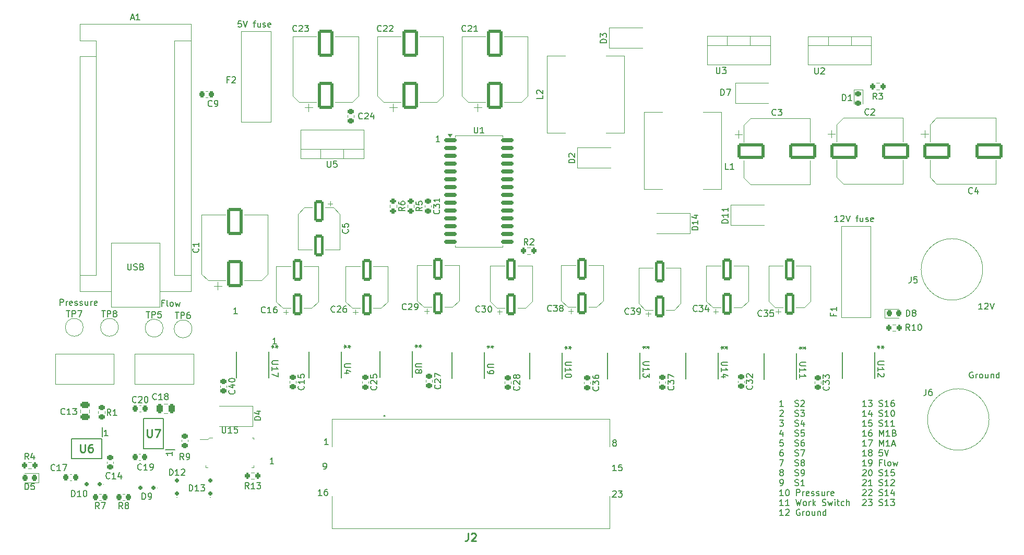
<source format=gbr>
%TF.GenerationSoftware,KiCad,Pcbnew,8.0.6*%
%TF.CreationDate,2024-11-11T19:58:29-07:00*%
%TF.ProjectId,NanoSprayLinear,4e616e6f-5370-4726-9179-4c696e656172,rev?*%
%TF.SameCoordinates,Original*%
%TF.FileFunction,Legend,Top*%
%TF.FilePolarity,Positive*%
%FSLAX46Y46*%
G04 Gerber Fmt 4.6, Leading zero omitted, Abs format (unit mm)*
G04 Created by KiCad (PCBNEW 8.0.6) date 2024-11-11 19:58:29*
%MOMM*%
%LPD*%
G01*
G04 APERTURE LIST*
G04 Aperture macros list*
%AMRoundRect*
0 Rectangle with rounded corners*
0 $1 Rounding radius*
0 $2 $3 $4 $5 $6 $7 $8 $9 X,Y pos of 4 corners*
0 Add a 4 corners polygon primitive as box body*
4,1,4,$2,$3,$4,$5,$6,$7,$8,$9,$2,$3,0*
0 Add four circle primitives for the rounded corners*
1,1,$1+$1,$2,$3*
1,1,$1+$1,$4,$5*
1,1,$1+$1,$6,$7*
1,1,$1+$1,$8,$9*
0 Add four rect primitives between the rounded corners*
20,1,$1+$1,$2,$3,$4,$5,0*
20,1,$1+$1,$4,$5,$6,$7,0*
20,1,$1+$1,$6,$7,$8,$9,0*
20,1,$1+$1,$8,$9,$2,$3,0*%
G04 Aperture macros list end*
%ADD10C,0.150000*%
%ADD11C,0.254000*%
%ADD12C,0.100000*%
%ADD13C,0.120000*%
%ADD14C,0.152400*%
%ADD15C,0.200000*%
%ADD16C,2.625000*%
%ADD17C,4.395000*%
%ADD18R,1.300000X1.500000*%
%ADD19R,1.905000X2.000000*%
%ADD20O,1.905000X2.000000*%
%ADD21RoundRect,0.250000X0.550000X-1.500000X0.550000X1.500000X-0.550000X1.500000X-0.550000X-1.500000X0*%
%ADD22RoundRect,0.250000X-1.950000X-1.000000X1.950000X-1.000000X1.950000X1.000000X-1.950000X1.000000X0*%
%ADD23C,9.200000*%
%ADD24R,0.558800X1.460500*%
%ADD25R,3.403600X2.717800*%
%ADD26C,2.000000*%
%ADD27RoundRect,0.200000X-0.200000X-0.275000X0.200000X-0.275000X0.200000X0.275000X-0.200000X0.275000X0*%
%ADD28RoundRect,0.175000X0.175000X0.175000X-0.175000X0.175000X-0.175000X-0.175000X0.175000X-0.175000X0*%
%ADD29R,5.400000X2.900000*%
%ADD30RoundRect,0.225000X-0.250000X0.225000X-0.250000X-0.225000X0.250000X-0.225000X0.250000X0.225000X0*%
%ADD31R,1.500000X0.650000*%
%ADD32RoundRect,0.225000X0.225000X0.250000X-0.225000X0.250000X-0.225000X-0.250000X0.225000X-0.250000X0*%
%ADD33R,1.600000X1.600000*%
%ADD34O,1.600000X1.600000*%
%ADD35C,2.500000*%
%ADD36RoundRect,0.250000X1.000000X-1.950000X1.000000X1.950000X-1.000000X1.950000X-1.000000X-1.950000X0*%
%ADD37RoundRect,0.218750X0.218750X0.256250X-0.218750X0.256250X-0.218750X-0.256250X0.218750X-0.256250X0*%
%ADD38C,9.000000*%
%ADD39RoundRect,0.200000X-0.275000X0.200000X-0.275000X-0.200000X0.275000X-0.200000X0.275000X0.200000X0*%
%ADD40RoundRect,0.218750X-0.218750X-0.256250X0.218750X-0.256250X0.218750X0.256250X-0.218750X0.256250X0*%
%ADD41RoundRect,0.225000X-0.225000X-0.250000X0.225000X-0.250000X0.225000X0.250000X-0.225000X0.250000X0*%
%ADD42R,1.800000X1.800000*%
%ADD43RoundRect,0.218750X-0.256250X0.218750X-0.256250X-0.218750X0.256250X-0.218750X0.256250X0.218750X0*%
%ADD44R,3.000000X2.000000*%
%ADD45O,3.000000X2.000000*%
%ADD46RoundRect,0.175000X0.175000X-0.175000X0.175000X0.175000X-0.175000X0.175000X-0.175000X-0.175000X0*%
%ADD47RoundRect,0.250000X0.250000X0.475000X-0.250000X0.475000X-0.250000X-0.475000X0.250000X-0.475000X0*%
%ADD48RoundRect,0.150000X-0.875000X-0.150000X0.875000X-0.150000X0.875000X0.150000X-0.875000X0.150000X0*%
%ADD49RoundRect,0.250000X0.475000X-0.250000X0.475000X0.250000X-0.475000X0.250000X-0.475000X-0.250000X0*%
%ADD50RoundRect,0.250000X-0.550000X1.500000X-0.550000X-1.500000X0.550000X-1.500000X0.550000X1.500000X0*%
%ADD51R,0.650000X1.500000*%
G04 APERTURE END LIST*
D10*
X63655112Y-85213009D02*
X63321779Y-85213009D01*
X63321779Y-85736819D02*
X63321779Y-84736819D01*
X63321779Y-84736819D02*
X63797969Y-84736819D01*
X64321779Y-85736819D02*
X64226541Y-85689200D01*
X64226541Y-85689200D02*
X64178922Y-85593961D01*
X64178922Y-85593961D02*
X64178922Y-84736819D01*
X64845589Y-85736819D02*
X64750351Y-85689200D01*
X64750351Y-85689200D02*
X64702732Y-85641580D01*
X64702732Y-85641580D02*
X64655113Y-85546342D01*
X64655113Y-85546342D02*
X64655113Y-85260628D01*
X64655113Y-85260628D02*
X64702732Y-85165390D01*
X64702732Y-85165390D02*
X64750351Y-85117771D01*
X64750351Y-85117771D02*
X64845589Y-85070152D01*
X64845589Y-85070152D02*
X64988446Y-85070152D01*
X64988446Y-85070152D02*
X65083684Y-85117771D01*
X65083684Y-85117771D02*
X65131303Y-85165390D01*
X65131303Y-85165390D02*
X65178922Y-85260628D01*
X65178922Y-85260628D02*
X65178922Y-85546342D01*
X65178922Y-85546342D02*
X65131303Y-85641580D01*
X65131303Y-85641580D02*
X65083684Y-85689200D01*
X65083684Y-85689200D02*
X64988446Y-85736819D01*
X64988446Y-85736819D02*
X64845589Y-85736819D01*
X65512256Y-85070152D02*
X65702732Y-85736819D01*
X65702732Y-85736819D02*
X65893208Y-85260628D01*
X65893208Y-85260628D02*
X66083684Y-85736819D01*
X66083684Y-85736819D02*
X66274160Y-85070152D01*
X89577398Y-112220819D02*
X89767874Y-112220819D01*
X89767874Y-112220819D02*
X89863112Y-112173200D01*
X89863112Y-112173200D02*
X89910731Y-112125580D01*
X89910731Y-112125580D02*
X90005969Y-111982723D01*
X90005969Y-111982723D02*
X90053588Y-111792247D01*
X90053588Y-111792247D02*
X90053588Y-111411295D01*
X90053588Y-111411295D02*
X90005969Y-111316057D01*
X90005969Y-111316057D02*
X89958350Y-111268438D01*
X89958350Y-111268438D02*
X89863112Y-111220819D01*
X89863112Y-111220819D02*
X89672636Y-111220819D01*
X89672636Y-111220819D02*
X89577398Y-111268438D01*
X89577398Y-111268438D02*
X89529779Y-111316057D01*
X89529779Y-111316057D02*
X89482160Y-111411295D01*
X89482160Y-111411295D02*
X89482160Y-111649390D01*
X89482160Y-111649390D02*
X89529779Y-111744628D01*
X89529779Y-111744628D02*
X89577398Y-111792247D01*
X89577398Y-111792247D02*
X89672636Y-111839866D01*
X89672636Y-111839866D02*
X89863112Y-111839866D01*
X89863112Y-111839866D02*
X89958350Y-111792247D01*
X89958350Y-111792247D02*
X90005969Y-111744628D01*
X90005969Y-111744628D02*
X90053588Y-111649390D01*
X90303588Y-108220819D02*
X89732160Y-108220819D01*
X90017874Y-108220819D02*
X90017874Y-107220819D01*
X90017874Y-107220819D02*
X89922636Y-107363676D01*
X89922636Y-107363676D02*
X89827398Y-107458914D01*
X89827398Y-107458914D02*
X89732160Y-107506533D01*
X173072588Y-72005819D02*
X172501160Y-72005819D01*
X172786874Y-72005819D02*
X172786874Y-71005819D01*
X172786874Y-71005819D02*
X172691636Y-71148676D01*
X172691636Y-71148676D02*
X172596398Y-71243914D01*
X172596398Y-71243914D02*
X172501160Y-71291533D01*
X173453541Y-71101057D02*
X173501160Y-71053438D01*
X173501160Y-71053438D02*
X173596398Y-71005819D01*
X173596398Y-71005819D02*
X173834493Y-71005819D01*
X173834493Y-71005819D02*
X173929731Y-71053438D01*
X173929731Y-71053438D02*
X173977350Y-71101057D01*
X173977350Y-71101057D02*
X174024969Y-71196295D01*
X174024969Y-71196295D02*
X174024969Y-71291533D01*
X174024969Y-71291533D02*
X173977350Y-71434390D01*
X173977350Y-71434390D02*
X173405922Y-72005819D01*
X173405922Y-72005819D02*
X174024969Y-72005819D01*
X174310684Y-71005819D02*
X174644017Y-72005819D01*
X174644017Y-72005819D02*
X174977350Y-71005819D01*
X175929732Y-71339152D02*
X176310684Y-71339152D01*
X176072589Y-72005819D02*
X176072589Y-71148676D01*
X176072589Y-71148676D02*
X176120208Y-71053438D01*
X176120208Y-71053438D02*
X176215446Y-71005819D01*
X176215446Y-71005819D02*
X176310684Y-71005819D01*
X177072589Y-71339152D02*
X177072589Y-72005819D01*
X176644018Y-71339152D02*
X176644018Y-71862961D01*
X176644018Y-71862961D02*
X176691637Y-71958200D01*
X176691637Y-71958200D02*
X176786875Y-72005819D01*
X176786875Y-72005819D02*
X176929732Y-72005819D01*
X176929732Y-72005819D02*
X177024970Y-71958200D01*
X177024970Y-71958200D02*
X177072589Y-71910580D01*
X177501161Y-71958200D02*
X177596399Y-72005819D01*
X177596399Y-72005819D02*
X177786875Y-72005819D01*
X177786875Y-72005819D02*
X177882113Y-71958200D01*
X177882113Y-71958200D02*
X177929732Y-71862961D01*
X177929732Y-71862961D02*
X177929732Y-71815342D01*
X177929732Y-71815342D02*
X177882113Y-71720104D01*
X177882113Y-71720104D02*
X177786875Y-71672485D01*
X177786875Y-71672485D02*
X177644018Y-71672485D01*
X177644018Y-71672485D02*
X177548780Y-71624866D01*
X177548780Y-71624866D02*
X177501161Y-71529628D01*
X177501161Y-71529628D02*
X177501161Y-71482009D01*
X177501161Y-71482009D02*
X177548780Y-71386771D01*
X177548780Y-71386771D02*
X177644018Y-71339152D01*
X177644018Y-71339152D02*
X177786875Y-71339152D01*
X177786875Y-71339152D02*
X177882113Y-71386771D01*
X178739256Y-71958200D02*
X178644018Y-72005819D01*
X178644018Y-72005819D02*
X178453542Y-72005819D01*
X178453542Y-72005819D02*
X178358304Y-71958200D01*
X178358304Y-71958200D02*
X178310685Y-71862961D01*
X178310685Y-71862961D02*
X178310685Y-71482009D01*
X178310685Y-71482009D02*
X178358304Y-71386771D01*
X178358304Y-71386771D02*
X178453542Y-71339152D01*
X178453542Y-71339152D02*
X178644018Y-71339152D01*
X178644018Y-71339152D02*
X178739256Y-71386771D01*
X178739256Y-71386771D02*
X178786875Y-71482009D01*
X178786875Y-71482009D02*
X178786875Y-71577247D01*
X178786875Y-71577247D02*
X178310685Y-71672485D01*
X89303588Y-116470819D02*
X88732160Y-116470819D01*
X89017874Y-116470819D02*
X89017874Y-115470819D01*
X89017874Y-115470819D02*
X88922636Y-115613676D01*
X88922636Y-115613676D02*
X88827398Y-115708914D01*
X88827398Y-115708914D02*
X88732160Y-115756533D01*
X90160731Y-115470819D02*
X89970255Y-115470819D01*
X89970255Y-115470819D02*
X89875017Y-115518438D01*
X89875017Y-115518438D02*
X89827398Y-115566057D01*
X89827398Y-115566057D02*
X89732160Y-115708914D01*
X89732160Y-115708914D02*
X89684541Y-115899390D01*
X89684541Y-115899390D02*
X89684541Y-116280342D01*
X89684541Y-116280342D02*
X89732160Y-116375580D01*
X89732160Y-116375580D02*
X89779779Y-116423200D01*
X89779779Y-116423200D02*
X89875017Y-116470819D01*
X89875017Y-116470819D02*
X90065493Y-116470819D01*
X90065493Y-116470819D02*
X90160731Y-116423200D01*
X90160731Y-116423200D02*
X90208350Y-116375580D01*
X90208350Y-116375580D02*
X90255969Y-116280342D01*
X90255969Y-116280342D02*
X90255969Y-116042247D01*
X90255969Y-116042247D02*
X90208350Y-115947009D01*
X90208350Y-115947009D02*
X90160731Y-115899390D01*
X90160731Y-115899390D02*
X90065493Y-115851771D01*
X90065493Y-115851771D02*
X89875017Y-115851771D01*
X89875017Y-115851771D02*
X89779779Y-115899390D01*
X89779779Y-115899390D02*
X89732160Y-115947009D01*
X89732160Y-115947009D02*
X89684541Y-116042247D01*
X76209092Y-39385106D02*
X75732902Y-39385106D01*
X75732902Y-39385106D02*
X75685283Y-39861296D01*
X75685283Y-39861296D02*
X75732902Y-39813677D01*
X75732902Y-39813677D02*
X75828140Y-39766058D01*
X75828140Y-39766058D02*
X76066235Y-39766058D01*
X76066235Y-39766058D02*
X76161473Y-39813677D01*
X76161473Y-39813677D02*
X76209092Y-39861296D01*
X76209092Y-39861296D02*
X76256711Y-39956534D01*
X76256711Y-39956534D02*
X76256711Y-40194629D01*
X76256711Y-40194629D02*
X76209092Y-40289867D01*
X76209092Y-40289867D02*
X76161473Y-40337487D01*
X76161473Y-40337487D02*
X76066235Y-40385106D01*
X76066235Y-40385106D02*
X75828140Y-40385106D01*
X75828140Y-40385106D02*
X75732902Y-40337487D01*
X75732902Y-40337487D02*
X75685283Y-40289867D01*
X76542426Y-39385106D02*
X76875759Y-40385106D01*
X76875759Y-40385106D02*
X77209092Y-39385106D01*
X78161474Y-39718439D02*
X78542426Y-39718439D01*
X78304331Y-40385106D02*
X78304331Y-39527963D01*
X78304331Y-39527963D02*
X78351950Y-39432725D01*
X78351950Y-39432725D02*
X78447188Y-39385106D01*
X78447188Y-39385106D02*
X78542426Y-39385106D01*
X79304331Y-39718439D02*
X79304331Y-40385106D01*
X78875760Y-39718439D02*
X78875760Y-40242248D01*
X78875760Y-40242248D02*
X78923379Y-40337487D01*
X78923379Y-40337487D02*
X79018617Y-40385106D01*
X79018617Y-40385106D02*
X79161474Y-40385106D01*
X79161474Y-40385106D02*
X79256712Y-40337487D01*
X79256712Y-40337487D02*
X79304331Y-40289867D01*
X79732903Y-40337487D02*
X79828141Y-40385106D01*
X79828141Y-40385106D02*
X80018617Y-40385106D01*
X80018617Y-40385106D02*
X80113855Y-40337487D01*
X80113855Y-40337487D02*
X80161474Y-40242248D01*
X80161474Y-40242248D02*
X80161474Y-40194629D01*
X80161474Y-40194629D02*
X80113855Y-40099391D01*
X80113855Y-40099391D02*
X80018617Y-40051772D01*
X80018617Y-40051772D02*
X79875760Y-40051772D01*
X79875760Y-40051772D02*
X79780522Y-40004153D01*
X79780522Y-40004153D02*
X79732903Y-39908915D01*
X79732903Y-39908915D02*
X79732903Y-39861296D01*
X79732903Y-39861296D02*
X79780522Y-39766058D01*
X79780522Y-39766058D02*
X79875760Y-39718439D01*
X79875760Y-39718439D02*
X80018617Y-39718439D01*
X80018617Y-39718439D02*
X80113855Y-39766058D01*
X80970998Y-40337487D02*
X80875760Y-40385106D01*
X80875760Y-40385106D02*
X80685284Y-40385106D01*
X80685284Y-40385106D02*
X80590046Y-40337487D01*
X80590046Y-40337487D02*
X80542427Y-40242248D01*
X80542427Y-40242248D02*
X80542427Y-39861296D01*
X80542427Y-39861296D02*
X80590046Y-39766058D01*
X80590046Y-39766058D02*
X80685284Y-39718439D01*
X80685284Y-39718439D02*
X80875760Y-39718439D01*
X80875760Y-39718439D02*
X80970998Y-39766058D01*
X80970998Y-39766058D02*
X81018617Y-39861296D01*
X81018617Y-39861296D02*
X81018617Y-39956534D01*
X81018617Y-39956534D02*
X80542427Y-40051772D01*
X46798779Y-85606819D02*
X46798779Y-84606819D01*
X46798779Y-84606819D02*
X47179731Y-84606819D01*
X47179731Y-84606819D02*
X47274969Y-84654438D01*
X47274969Y-84654438D02*
X47322588Y-84702057D01*
X47322588Y-84702057D02*
X47370207Y-84797295D01*
X47370207Y-84797295D02*
X47370207Y-84940152D01*
X47370207Y-84940152D02*
X47322588Y-85035390D01*
X47322588Y-85035390D02*
X47274969Y-85083009D01*
X47274969Y-85083009D02*
X47179731Y-85130628D01*
X47179731Y-85130628D02*
X46798779Y-85130628D01*
X47798779Y-85606819D02*
X47798779Y-84940152D01*
X47798779Y-85130628D02*
X47846398Y-85035390D01*
X47846398Y-85035390D02*
X47894017Y-84987771D01*
X47894017Y-84987771D02*
X47989255Y-84940152D01*
X47989255Y-84940152D02*
X48084493Y-84940152D01*
X48798779Y-85559200D02*
X48703541Y-85606819D01*
X48703541Y-85606819D02*
X48513065Y-85606819D01*
X48513065Y-85606819D02*
X48417827Y-85559200D01*
X48417827Y-85559200D02*
X48370208Y-85463961D01*
X48370208Y-85463961D02*
X48370208Y-85083009D01*
X48370208Y-85083009D02*
X48417827Y-84987771D01*
X48417827Y-84987771D02*
X48513065Y-84940152D01*
X48513065Y-84940152D02*
X48703541Y-84940152D01*
X48703541Y-84940152D02*
X48798779Y-84987771D01*
X48798779Y-84987771D02*
X48846398Y-85083009D01*
X48846398Y-85083009D02*
X48846398Y-85178247D01*
X48846398Y-85178247D02*
X48370208Y-85273485D01*
X49227351Y-85559200D02*
X49322589Y-85606819D01*
X49322589Y-85606819D02*
X49513065Y-85606819D01*
X49513065Y-85606819D02*
X49608303Y-85559200D01*
X49608303Y-85559200D02*
X49655922Y-85463961D01*
X49655922Y-85463961D02*
X49655922Y-85416342D01*
X49655922Y-85416342D02*
X49608303Y-85321104D01*
X49608303Y-85321104D02*
X49513065Y-85273485D01*
X49513065Y-85273485D02*
X49370208Y-85273485D01*
X49370208Y-85273485D02*
X49274970Y-85225866D01*
X49274970Y-85225866D02*
X49227351Y-85130628D01*
X49227351Y-85130628D02*
X49227351Y-85083009D01*
X49227351Y-85083009D02*
X49274970Y-84987771D01*
X49274970Y-84987771D02*
X49370208Y-84940152D01*
X49370208Y-84940152D02*
X49513065Y-84940152D01*
X49513065Y-84940152D02*
X49608303Y-84987771D01*
X50036875Y-85559200D02*
X50132113Y-85606819D01*
X50132113Y-85606819D02*
X50322589Y-85606819D01*
X50322589Y-85606819D02*
X50417827Y-85559200D01*
X50417827Y-85559200D02*
X50465446Y-85463961D01*
X50465446Y-85463961D02*
X50465446Y-85416342D01*
X50465446Y-85416342D02*
X50417827Y-85321104D01*
X50417827Y-85321104D02*
X50322589Y-85273485D01*
X50322589Y-85273485D02*
X50179732Y-85273485D01*
X50179732Y-85273485D02*
X50084494Y-85225866D01*
X50084494Y-85225866D02*
X50036875Y-85130628D01*
X50036875Y-85130628D02*
X50036875Y-85083009D01*
X50036875Y-85083009D02*
X50084494Y-84987771D01*
X50084494Y-84987771D02*
X50179732Y-84940152D01*
X50179732Y-84940152D02*
X50322589Y-84940152D01*
X50322589Y-84940152D02*
X50417827Y-84987771D01*
X51322589Y-84940152D02*
X51322589Y-85606819D01*
X50894018Y-84940152D02*
X50894018Y-85463961D01*
X50894018Y-85463961D02*
X50941637Y-85559200D01*
X50941637Y-85559200D02*
X51036875Y-85606819D01*
X51036875Y-85606819D02*
X51179732Y-85606819D01*
X51179732Y-85606819D02*
X51274970Y-85559200D01*
X51274970Y-85559200D02*
X51322589Y-85511580D01*
X51798780Y-85606819D02*
X51798780Y-84940152D01*
X51798780Y-85130628D02*
X51846399Y-85035390D01*
X51846399Y-85035390D02*
X51894018Y-84987771D01*
X51894018Y-84987771D02*
X51989256Y-84940152D01*
X51989256Y-84940152D02*
X52084494Y-84940152D01*
X52798780Y-85559200D02*
X52703542Y-85606819D01*
X52703542Y-85606819D02*
X52513066Y-85606819D01*
X52513066Y-85606819D02*
X52417828Y-85559200D01*
X52417828Y-85559200D02*
X52370209Y-85463961D01*
X52370209Y-85463961D02*
X52370209Y-85083009D01*
X52370209Y-85083009D02*
X52417828Y-84987771D01*
X52417828Y-84987771D02*
X52513066Y-84940152D01*
X52513066Y-84940152D02*
X52703542Y-84940152D01*
X52703542Y-84940152D02*
X52798780Y-84987771D01*
X52798780Y-84987771D02*
X52846399Y-85083009D01*
X52846399Y-85083009D02*
X52846399Y-85178247D01*
X52846399Y-85178247D02*
X52370209Y-85273485D01*
X81485588Y-111311619D02*
X80914160Y-111311619D01*
X81199874Y-111311619D02*
X81199874Y-110311619D01*
X81199874Y-110311619D02*
X81104636Y-110454476D01*
X81104636Y-110454476D02*
X81009398Y-110549714D01*
X81009398Y-110549714D02*
X80914160Y-110597333D01*
X54565588Y-106805619D02*
X53994160Y-106805619D01*
X54279874Y-106805619D02*
X54279874Y-105805619D01*
X54279874Y-105805619D02*
X54184636Y-105948476D01*
X54184636Y-105948476D02*
X54089398Y-106043714D01*
X54089398Y-106043714D02*
X53994160Y-106091333D01*
X65000819Y-109387411D02*
X65000819Y-109958839D01*
X65000819Y-109673125D02*
X64000819Y-109673125D01*
X64000819Y-109673125D02*
X64143676Y-109768363D01*
X64143676Y-109768363D02*
X64238914Y-109863601D01*
X64238914Y-109863601D02*
X64286533Y-109958839D01*
X81942788Y-91855219D02*
X81371360Y-91855219D01*
X81657074Y-91855219D02*
X81657074Y-90855219D01*
X81657074Y-90855219D02*
X81561836Y-90998076D01*
X81561836Y-90998076D02*
X81466598Y-91093314D01*
X81466598Y-91093314D02*
X81371360Y-91140933D01*
X108409588Y-58987619D02*
X107838160Y-58987619D01*
X108123874Y-58987619D02*
X108123874Y-57987619D01*
X108123874Y-57987619D02*
X108028636Y-58130476D01*
X108028636Y-58130476D02*
X107933398Y-58225714D01*
X107933398Y-58225714D02*
X107838160Y-58273333D01*
X194916588Y-96453438D02*
X194821350Y-96405819D01*
X194821350Y-96405819D02*
X194678493Y-96405819D01*
X194678493Y-96405819D02*
X194535636Y-96453438D01*
X194535636Y-96453438D02*
X194440398Y-96548676D01*
X194440398Y-96548676D02*
X194392779Y-96643914D01*
X194392779Y-96643914D02*
X194345160Y-96834390D01*
X194345160Y-96834390D02*
X194345160Y-96977247D01*
X194345160Y-96977247D02*
X194392779Y-97167723D01*
X194392779Y-97167723D02*
X194440398Y-97262961D01*
X194440398Y-97262961D02*
X194535636Y-97358200D01*
X194535636Y-97358200D02*
X194678493Y-97405819D01*
X194678493Y-97405819D02*
X194773731Y-97405819D01*
X194773731Y-97405819D02*
X194916588Y-97358200D01*
X194916588Y-97358200D02*
X194964207Y-97310580D01*
X194964207Y-97310580D02*
X194964207Y-96977247D01*
X194964207Y-96977247D02*
X194773731Y-96977247D01*
X195392779Y-97405819D02*
X195392779Y-96739152D01*
X195392779Y-96929628D02*
X195440398Y-96834390D01*
X195440398Y-96834390D02*
X195488017Y-96786771D01*
X195488017Y-96786771D02*
X195583255Y-96739152D01*
X195583255Y-96739152D02*
X195678493Y-96739152D01*
X196154684Y-97405819D02*
X196059446Y-97358200D01*
X196059446Y-97358200D02*
X196011827Y-97310580D01*
X196011827Y-97310580D02*
X195964208Y-97215342D01*
X195964208Y-97215342D02*
X195964208Y-96929628D01*
X195964208Y-96929628D02*
X196011827Y-96834390D01*
X196011827Y-96834390D02*
X196059446Y-96786771D01*
X196059446Y-96786771D02*
X196154684Y-96739152D01*
X196154684Y-96739152D02*
X196297541Y-96739152D01*
X196297541Y-96739152D02*
X196392779Y-96786771D01*
X196392779Y-96786771D02*
X196440398Y-96834390D01*
X196440398Y-96834390D02*
X196488017Y-96929628D01*
X196488017Y-96929628D02*
X196488017Y-97215342D01*
X196488017Y-97215342D02*
X196440398Y-97310580D01*
X196440398Y-97310580D02*
X196392779Y-97358200D01*
X196392779Y-97358200D02*
X196297541Y-97405819D01*
X196297541Y-97405819D02*
X196154684Y-97405819D01*
X197345160Y-96739152D02*
X197345160Y-97405819D01*
X196916589Y-96739152D02*
X196916589Y-97262961D01*
X196916589Y-97262961D02*
X196964208Y-97358200D01*
X196964208Y-97358200D02*
X197059446Y-97405819D01*
X197059446Y-97405819D02*
X197202303Y-97405819D01*
X197202303Y-97405819D02*
X197297541Y-97358200D01*
X197297541Y-97358200D02*
X197345160Y-97310580D01*
X197821351Y-96739152D02*
X197821351Y-97405819D01*
X197821351Y-96834390D02*
X197868970Y-96786771D01*
X197868970Y-96786771D02*
X197964208Y-96739152D01*
X197964208Y-96739152D02*
X198107065Y-96739152D01*
X198107065Y-96739152D02*
X198202303Y-96786771D01*
X198202303Y-96786771D02*
X198249922Y-96882009D01*
X198249922Y-96882009D02*
X198249922Y-97405819D01*
X199154684Y-97405819D02*
X199154684Y-96405819D01*
X199154684Y-97358200D02*
X199059446Y-97405819D01*
X199059446Y-97405819D02*
X198868970Y-97405819D01*
X198868970Y-97405819D02*
X198773732Y-97358200D01*
X198773732Y-97358200D02*
X198726113Y-97310580D01*
X198726113Y-97310580D02*
X198678494Y-97215342D01*
X198678494Y-97215342D02*
X198678494Y-96929628D01*
X198678494Y-96929628D02*
X198726113Y-96834390D01*
X198726113Y-96834390D02*
X198773732Y-96786771D01*
X198773732Y-96786771D02*
X198868970Y-96739152D01*
X198868970Y-96739152D02*
X199059446Y-96739152D01*
X199059446Y-96739152D02*
X199154684Y-96786771D01*
X75592788Y-86927619D02*
X75021360Y-86927619D01*
X75307074Y-86927619D02*
X75307074Y-85927619D01*
X75307074Y-85927619D02*
X75211836Y-86070476D01*
X75211836Y-86070476D02*
X75116598Y-86165714D01*
X75116598Y-86165714D02*
X75021360Y-86213333D01*
X137053588Y-112470819D02*
X136482160Y-112470819D01*
X136767874Y-112470819D02*
X136767874Y-111470819D01*
X136767874Y-111470819D02*
X136672636Y-111613676D01*
X136672636Y-111613676D02*
X136577398Y-111708914D01*
X136577398Y-111708914D02*
X136482160Y-111756533D01*
X137958350Y-111470819D02*
X137482160Y-111470819D01*
X137482160Y-111470819D02*
X137434541Y-111947009D01*
X137434541Y-111947009D02*
X137482160Y-111899390D01*
X137482160Y-111899390D02*
X137577398Y-111851771D01*
X137577398Y-111851771D02*
X137815493Y-111851771D01*
X137815493Y-111851771D02*
X137910731Y-111899390D01*
X137910731Y-111899390D02*
X137958350Y-111947009D01*
X137958350Y-111947009D02*
X138005969Y-112042247D01*
X138005969Y-112042247D02*
X138005969Y-112280342D01*
X138005969Y-112280342D02*
X137958350Y-112375580D01*
X137958350Y-112375580D02*
X137910731Y-112423200D01*
X137910731Y-112423200D02*
X137815493Y-112470819D01*
X137815493Y-112470819D02*
X137577398Y-112470819D01*
X137577398Y-112470819D02*
X137482160Y-112423200D01*
X137482160Y-112423200D02*
X137434541Y-112375580D01*
X136482160Y-115816057D02*
X136529779Y-115768438D01*
X136529779Y-115768438D02*
X136625017Y-115720819D01*
X136625017Y-115720819D02*
X136863112Y-115720819D01*
X136863112Y-115720819D02*
X136958350Y-115768438D01*
X136958350Y-115768438D02*
X137005969Y-115816057D01*
X137005969Y-115816057D02*
X137053588Y-115911295D01*
X137053588Y-115911295D02*
X137053588Y-116006533D01*
X137053588Y-116006533D02*
X137005969Y-116149390D01*
X137005969Y-116149390D02*
X136434541Y-116720819D01*
X136434541Y-116720819D02*
X137053588Y-116720819D01*
X137386922Y-115720819D02*
X138005969Y-115720819D01*
X138005969Y-115720819D02*
X137672636Y-116101771D01*
X137672636Y-116101771D02*
X137815493Y-116101771D01*
X137815493Y-116101771D02*
X137910731Y-116149390D01*
X137910731Y-116149390D02*
X137958350Y-116197009D01*
X137958350Y-116197009D02*
X138005969Y-116292247D01*
X138005969Y-116292247D02*
X138005969Y-116530342D01*
X138005969Y-116530342D02*
X137958350Y-116625580D01*
X137958350Y-116625580D02*
X137910731Y-116673200D01*
X137910731Y-116673200D02*
X137815493Y-116720819D01*
X137815493Y-116720819D02*
X137529779Y-116720819D01*
X137529779Y-116720819D02*
X137434541Y-116673200D01*
X137434541Y-116673200D02*
X137386922Y-116625580D01*
X196440588Y-86229819D02*
X195869160Y-86229819D01*
X196154874Y-86229819D02*
X196154874Y-85229819D01*
X196154874Y-85229819D02*
X196059636Y-85372676D01*
X196059636Y-85372676D02*
X195964398Y-85467914D01*
X195964398Y-85467914D02*
X195869160Y-85515533D01*
X196821541Y-85325057D02*
X196869160Y-85277438D01*
X196869160Y-85277438D02*
X196964398Y-85229819D01*
X196964398Y-85229819D02*
X197202493Y-85229819D01*
X197202493Y-85229819D02*
X197297731Y-85277438D01*
X197297731Y-85277438D02*
X197345350Y-85325057D01*
X197345350Y-85325057D02*
X197392969Y-85420295D01*
X197392969Y-85420295D02*
X197392969Y-85515533D01*
X197392969Y-85515533D02*
X197345350Y-85658390D01*
X197345350Y-85658390D02*
X196773922Y-86229819D01*
X196773922Y-86229819D02*
X197392969Y-86229819D01*
X197678684Y-85229819D02*
X198012017Y-86229819D01*
X198012017Y-86229819D02*
X198345350Y-85229819D01*
X164153588Y-102021435D02*
X163582160Y-102021435D01*
X163867874Y-102021435D02*
X163867874Y-101021435D01*
X163867874Y-101021435D02*
X163772636Y-101164292D01*
X163772636Y-101164292D02*
X163677398Y-101259530D01*
X163677398Y-101259530D02*
X163582160Y-101307149D01*
X166058351Y-101973816D02*
X166201208Y-102021435D01*
X166201208Y-102021435D02*
X166439303Y-102021435D01*
X166439303Y-102021435D02*
X166534541Y-101973816D01*
X166534541Y-101973816D02*
X166582160Y-101926196D01*
X166582160Y-101926196D02*
X166629779Y-101830958D01*
X166629779Y-101830958D02*
X166629779Y-101735720D01*
X166629779Y-101735720D02*
X166582160Y-101640482D01*
X166582160Y-101640482D02*
X166534541Y-101592863D01*
X166534541Y-101592863D02*
X166439303Y-101545244D01*
X166439303Y-101545244D02*
X166248827Y-101497625D01*
X166248827Y-101497625D02*
X166153589Y-101450006D01*
X166153589Y-101450006D02*
X166105970Y-101402387D01*
X166105970Y-101402387D02*
X166058351Y-101307149D01*
X166058351Y-101307149D02*
X166058351Y-101211911D01*
X166058351Y-101211911D02*
X166105970Y-101116673D01*
X166105970Y-101116673D02*
X166153589Y-101069054D01*
X166153589Y-101069054D02*
X166248827Y-101021435D01*
X166248827Y-101021435D02*
X166486922Y-101021435D01*
X166486922Y-101021435D02*
X166629779Y-101069054D01*
X167010732Y-101116673D02*
X167058351Y-101069054D01*
X167058351Y-101069054D02*
X167153589Y-101021435D01*
X167153589Y-101021435D02*
X167391684Y-101021435D01*
X167391684Y-101021435D02*
X167486922Y-101069054D01*
X167486922Y-101069054D02*
X167534541Y-101116673D01*
X167534541Y-101116673D02*
X167582160Y-101211911D01*
X167582160Y-101211911D02*
X167582160Y-101307149D01*
X167582160Y-101307149D02*
X167534541Y-101450006D01*
X167534541Y-101450006D02*
X166963113Y-102021435D01*
X166963113Y-102021435D02*
X167582160Y-102021435D01*
X163582160Y-102726617D02*
X163629779Y-102678998D01*
X163629779Y-102678998D02*
X163725017Y-102631379D01*
X163725017Y-102631379D02*
X163963112Y-102631379D01*
X163963112Y-102631379D02*
X164058350Y-102678998D01*
X164058350Y-102678998D02*
X164105969Y-102726617D01*
X164105969Y-102726617D02*
X164153588Y-102821855D01*
X164153588Y-102821855D02*
X164153588Y-102917093D01*
X164153588Y-102917093D02*
X164105969Y-103059950D01*
X164105969Y-103059950D02*
X163534541Y-103631379D01*
X163534541Y-103631379D02*
X164153588Y-103631379D01*
X166058351Y-103583760D02*
X166201208Y-103631379D01*
X166201208Y-103631379D02*
X166439303Y-103631379D01*
X166439303Y-103631379D02*
X166534541Y-103583760D01*
X166534541Y-103583760D02*
X166582160Y-103536140D01*
X166582160Y-103536140D02*
X166629779Y-103440902D01*
X166629779Y-103440902D02*
X166629779Y-103345664D01*
X166629779Y-103345664D02*
X166582160Y-103250426D01*
X166582160Y-103250426D02*
X166534541Y-103202807D01*
X166534541Y-103202807D02*
X166439303Y-103155188D01*
X166439303Y-103155188D02*
X166248827Y-103107569D01*
X166248827Y-103107569D02*
X166153589Y-103059950D01*
X166153589Y-103059950D02*
X166105970Y-103012331D01*
X166105970Y-103012331D02*
X166058351Y-102917093D01*
X166058351Y-102917093D02*
X166058351Y-102821855D01*
X166058351Y-102821855D02*
X166105970Y-102726617D01*
X166105970Y-102726617D02*
X166153589Y-102678998D01*
X166153589Y-102678998D02*
X166248827Y-102631379D01*
X166248827Y-102631379D02*
X166486922Y-102631379D01*
X166486922Y-102631379D02*
X166629779Y-102678998D01*
X166963113Y-102631379D02*
X167582160Y-102631379D01*
X167582160Y-102631379D02*
X167248827Y-103012331D01*
X167248827Y-103012331D02*
X167391684Y-103012331D01*
X167391684Y-103012331D02*
X167486922Y-103059950D01*
X167486922Y-103059950D02*
X167534541Y-103107569D01*
X167534541Y-103107569D02*
X167582160Y-103202807D01*
X167582160Y-103202807D02*
X167582160Y-103440902D01*
X167582160Y-103440902D02*
X167534541Y-103536140D01*
X167534541Y-103536140D02*
X167486922Y-103583760D01*
X167486922Y-103583760D02*
X167391684Y-103631379D01*
X167391684Y-103631379D02*
X167105970Y-103631379D01*
X167105970Y-103631379D02*
X167010732Y-103583760D01*
X167010732Y-103583760D02*
X166963113Y-103536140D01*
X163534541Y-104241323D02*
X164153588Y-104241323D01*
X164153588Y-104241323D02*
X163820255Y-104622275D01*
X163820255Y-104622275D02*
X163963112Y-104622275D01*
X163963112Y-104622275D02*
X164058350Y-104669894D01*
X164058350Y-104669894D02*
X164105969Y-104717513D01*
X164105969Y-104717513D02*
X164153588Y-104812751D01*
X164153588Y-104812751D02*
X164153588Y-105050846D01*
X164153588Y-105050846D02*
X164105969Y-105146084D01*
X164105969Y-105146084D02*
X164058350Y-105193704D01*
X164058350Y-105193704D02*
X163963112Y-105241323D01*
X163963112Y-105241323D02*
X163677398Y-105241323D01*
X163677398Y-105241323D02*
X163582160Y-105193704D01*
X163582160Y-105193704D02*
X163534541Y-105146084D01*
X166058351Y-105193704D02*
X166201208Y-105241323D01*
X166201208Y-105241323D02*
X166439303Y-105241323D01*
X166439303Y-105241323D02*
X166534541Y-105193704D01*
X166534541Y-105193704D02*
X166582160Y-105146084D01*
X166582160Y-105146084D02*
X166629779Y-105050846D01*
X166629779Y-105050846D02*
X166629779Y-104955608D01*
X166629779Y-104955608D02*
X166582160Y-104860370D01*
X166582160Y-104860370D02*
X166534541Y-104812751D01*
X166534541Y-104812751D02*
X166439303Y-104765132D01*
X166439303Y-104765132D02*
X166248827Y-104717513D01*
X166248827Y-104717513D02*
X166153589Y-104669894D01*
X166153589Y-104669894D02*
X166105970Y-104622275D01*
X166105970Y-104622275D02*
X166058351Y-104527037D01*
X166058351Y-104527037D02*
X166058351Y-104431799D01*
X166058351Y-104431799D02*
X166105970Y-104336561D01*
X166105970Y-104336561D02*
X166153589Y-104288942D01*
X166153589Y-104288942D02*
X166248827Y-104241323D01*
X166248827Y-104241323D02*
X166486922Y-104241323D01*
X166486922Y-104241323D02*
X166629779Y-104288942D01*
X167486922Y-104574656D02*
X167486922Y-105241323D01*
X167248827Y-104193704D02*
X167010732Y-104907989D01*
X167010732Y-104907989D02*
X167629779Y-104907989D01*
X164058350Y-106184600D02*
X164058350Y-106851267D01*
X163820255Y-105803648D02*
X163582160Y-106517933D01*
X163582160Y-106517933D02*
X164201207Y-106517933D01*
X166058351Y-106803648D02*
X166201208Y-106851267D01*
X166201208Y-106851267D02*
X166439303Y-106851267D01*
X166439303Y-106851267D02*
X166534541Y-106803648D01*
X166534541Y-106803648D02*
X166582160Y-106756028D01*
X166582160Y-106756028D02*
X166629779Y-106660790D01*
X166629779Y-106660790D02*
X166629779Y-106565552D01*
X166629779Y-106565552D02*
X166582160Y-106470314D01*
X166582160Y-106470314D02*
X166534541Y-106422695D01*
X166534541Y-106422695D02*
X166439303Y-106375076D01*
X166439303Y-106375076D02*
X166248827Y-106327457D01*
X166248827Y-106327457D02*
X166153589Y-106279838D01*
X166153589Y-106279838D02*
X166105970Y-106232219D01*
X166105970Y-106232219D02*
X166058351Y-106136981D01*
X166058351Y-106136981D02*
X166058351Y-106041743D01*
X166058351Y-106041743D02*
X166105970Y-105946505D01*
X166105970Y-105946505D02*
X166153589Y-105898886D01*
X166153589Y-105898886D02*
X166248827Y-105851267D01*
X166248827Y-105851267D02*
X166486922Y-105851267D01*
X166486922Y-105851267D02*
X166629779Y-105898886D01*
X167534541Y-105851267D02*
X167058351Y-105851267D01*
X167058351Y-105851267D02*
X167010732Y-106327457D01*
X167010732Y-106327457D02*
X167058351Y-106279838D01*
X167058351Y-106279838D02*
X167153589Y-106232219D01*
X167153589Y-106232219D02*
X167391684Y-106232219D01*
X167391684Y-106232219D02*
X167486922Y-106279838D01*
X167486922Y-106279838D02*
X167534541Y-106327457D01*
X167534541Y-106327457D02*
X167582160Y-106422695D01*
X167582160Y-106422695D02*
X167582160Y-106660790D01*
X167582160Y-106660790D02*
X167534541Y-106756028D01*
X167534541Y-106756028D02*
X167486922Y-106803648D01*
X167486922Y-106803648D02*
X167391684Y-106851267D01*
X167391684Y-106851267D02*
X167153589Y-106851267D01*
X167153589Y-106851267D02*
X167058351Y-106803648D01*
X167058351Y-106803648D02*
X167010732Y-106756028D01*
X164105969Y-107461211D02*
X163629779Y-107461211D01*
X163629779Y-107461211D02*
X163582160Y-107937401D01*
X163582160Y-107937401D02*
X163629779Y-107889782D01*
X163629779Y-107889782D02*
X163725017Y-107842163D01*
X163725017Y-107842163D02*
X163963112Y-107842163D01*
X163963112Y-107842163D02*
X164058350Y-107889782D01*
X164058350Y-107889782D02*
X164105969Y-107937401D01*
X164105969Y-107937401D02*
X164153588Y-108032639D01*
X164153588Y-108032639D02*
X164153588Y-108270734D01*
X164153588Y-108270734D02*
X164105969Y-108365972D01*
X164105969Y-108365972D02*
X164058350Y-108413592D01*
X164058350Y-108413592D02*
X163963112Y-108461211D01*
X163963112Y-108461211D02*
X163725017Y-108461211D01*
X163725017Y-108461211D02*
X163629779Y-108413592D01*
X163629779Y-108413592D02*
X163582160Y-108365972D01*
X166058351Y-108413592D02*
X166201208Y-108461211D01*
X166201208Y-108461211D02*
X166439303Y-108461211D01*
X166439303Y-108461211D02*
X166534541Y-108413592D01*
X166534541Y-108413592D02*
X166582160Y-108365972D01*
X166582160Y-108365972D02*
X166629779Y-108270734D01*
X166629779Y-108270734D02*
X166629779Y-108175496D01*
X166629779Y-108175496D02*
X166582160Y-108080258D01*
X166582160Y-108080258D02*
X166534541Y-108032639D01*
X166534541Y-108032639D02*
X166439303Y-107985020D01*
X166439303Y-107985020D02*
X166248827Y-107937401D01*
X166248827Y-107937401D02*
X166153589Y-107889782D01*
X166153589Y-107889782D02*
X166105970Y-107842163D01*
X166105970Y-107842163D02*
X166058351Y-107746925D01*
X166058351Y-107746925D02*
X166058351Y-107651687D01*
X166058351Y-107651687D02*
X166105970Y-107556449D01*
X166105970Y-107556449D02*
X166153589Y-107508830D01*
X166153589Y-107508830D02*
X166248827Y-107461211D01*
X166248827Y-107461211D02*
X166486922Y-107461211D01*
X166486922Y-107461211D02*
X166629779Y-107508830D01*
X167486922Y-107461211D02*
X167296446Y-107461211D01*
X167296446Y-107461211D02*
X167201208Y-107508830D01*
X167201208Y-107508830D02*
X167153589Y-107556449D01*
X167153589Y-107556449D02*
X167058351Y-107699306D01*
X167058351Y-107699306D02*
X167010732Y-107889782D01*
X167010732Y-107889782D02*
X167010732Y-108270734D01*
X167010732Y-108270734D02*
X167058351Y-108365972D01*
X167058351Y-108365972D02*
X167105970Y-108413592D01*
X167105970Y-108413592D02*
X167201208Y-108461211D01*
X167201208Y-108461211D02*
X167391684Y-108461211D01*
X167391684Y-108461211D02*
X167486922Y-108413592D01*
X167486922Y-108413592D02*
X167534541Y-108365972D01*
X167534541Y-108365972D02*
X167582160Y-108270734D01*
X167582160Y-108270734D02*
X167582160Y-108032639D01*
X167582160Y-108032639D02*
X167534541Y-107937401D01*
X167534541Y-107937401D02*
X167486922Y-107889782D01*
X167486922Y-107889782D02*
X167391684Y-107842163D01*
X167391684Y-107842163D02*
X167201208Y-107842163D01*
X167201208Y-107842163D02*
X167105970Y-107889782D01*
X167105970Y-107889782D02*
X167058351Y-107937401D01*
X167058351Y-107937401D02*
X167010732Y-108032639D01*
X164058350Y-109071155D02*
X163867874Y-109071155D01*
X163867874Y-109071155D02*
X163772636Y-109118774D01*
X163772636Y-109118774D02*
X163725017Y-109166393D01*
X163725017Y-109166393D02*
X163629779Y-109309250D01*
X163629779Y-109309250D02*
X163582160Y-109499726D01*
X163582160Y-109499726D02*
X163582160Y-109880678D01*
X163582160Y-109880678D02*
X163629779Y-109975916D01*
X163629779Y-109975916D02*
X163677398Y-110023536D01*
X163677398Y-110023536D02*
X163772636Y-110071155D01*
X163772636Y-110071155D02*
X163963112Y-110071155D01*
X163963112Y-110071155D02*
X164058350Y-110023536D01*
X164058350Y-110023536D02*
X164105969Y-109975916D01*
X164105969Y-109975916D02*
X164153588Y-109880678D01*
X164153588Y-109880678D02*
X164153588Y-109642583D01*
X164153588Y-109642583D02*
X164105969Y-109547345D01*
X164105969Y-109547345D02*
X164058350Y-109499726D01*
X164058350Y-109499726D02*
X163963112Y-109452107D01*
X163963112Y-109452107D02*
X163772636Y-109452107D01*
X163772636Y-109452107D02*
X163677398Y-109499726D01*
X163677398Y-109499726D02*
X163629779Y-109547345D01*
X163629779Y-109547345D02*
X163582160Y-109642583D01*
X166058351Y-110023536D02*
X166201208Y-110071155D01*
X166201208Y-110071155D02*
X166439303Y-110071155D01*
X166439303Y-110071155D02*
X166534541Y-110023536D01*
X166534541Y-110023536D02*
X166582160Y-109975916D01*
X166582160Y-109975916D02*
X166629779Y-109880678D01*
X166629779Y-109880678D02*
X166629779Y-109785440D01*
X166629779Y-109785440D02*
X166582160Y-109690202D01*
X166582160Y-109690202D02*
X166534541Y-109642583D01*
X166534541Y-109642583D02*
X166439303Y-109594964D01*
X166439303Y-109594964D02*
X166248827Y-109547345D01*
X166248827Y-109547345D02*
X166153589Y-109499726D01*
X166153589Y-109499726D02*
X166105970Y-109452107D01*
X166105970Y-109452107D02*
X166058351Y-109356869D01*
X166058351Y-109356869D02*
X166058351Y-109261631D01*
X166058351Y-109261631D02*
X166105970Y-109166393D01*
X166105970Y-109166393D02*
X166153589Y-109118774D01*
X166153589Y-109118774D02*
X166248827Y-109071155D01*
X166248827Y-109071155D02*
X166486922Y-109071155D01*
X166486922Y-109071155D02*
X166629779Y-109118774D01*
X166963113Y-109071155D02*
X167629779Y-109071155D01*
X167629779Y-109071155D02*
X167201208Y-110071155D01*
X163534541Y-110681099D02*
X164201207Y-110681099D01*
X164201207Y-110681099D02*
X163772636Y-111681099D01*
X166058351Y-111633480D02*
X166201208Y-111681099D01*
X166201208Y-111681099D02*
X166439303Y-111681099D01*
X166439303Y-111681099D02*
X166534541Y-111633480D01*
X166534541Y-111633480D02*
X166582160Y-111585860D01*
X166582160Y-111585860D02*
X166629779Y-111490622D01*
X166629779Y-111490622D02*
X166629779Y-111395384D01*
X166629779Y-111395384D02*
X166582160Y-111300146D01*
X166582160Y-111300146D02*
X166534541Y-111252527D01*
X166534541Y-111252527D02*
X166439303Y-111204908D01*
X166439303Y-111204908D02*
X166248827Y-111157289D01*
X166248827Y-111157289D02*
X166153589Y-111109670D01*
X166153589Y-111109670D02*
X166105970Y-111062051D01*
X166105970Y-111062051D02*
X166058351Y-110966813D01*
X166058351Y-110966813D02*
X166058351Y-110871575D01*
X166058351Y-110871575D02*
X166105970Y-110776337D01*
X166105970Y-110776337D02*
X166153589Y-110728718D01*
X166153589Y-110728718D02*
X166248827Y-110681099D01*
X166248827Y-110681099D02*
X166486922Y-110681099D01*
X166486922Y-110681099D02*
X166629779Y-110728718D01*
X167201208Y-111109670D02*
X167105970Y-111062051D01*
X167105970Y-111062051D02*
X167058351Y-111014432D01*
X167058351Y-111014432D02*
X167010732Y-110919194D01*
X167010732Y-110919194D02*
X167010732Y-110871575D01*
X167010732Y-110871575D02*
X167058351Y-110776337D01*
X167058351Y-110776337D02*
X167105970Y-110728718D01*
X167105970Y-110728718D02*
X167201208Y-110681099D01*
X167201208Y-110681099D02*
X167391684Y-110681099D01*
X167391684Y-110681099D02*
X167486922Y-110728718D01*
X167486922Y-110728718D02*
X167534541Y-110776337D01*
X167534541Y-110776337D02*
X167582160Y-110871575D01*
X167582160Y-110871575D02*
X167582160Y-110919194D01*
X167582160Y-110919194D02*
X167534541Y-111014432D01*
X167534541Y-111014432D02*
X167486922Y-111062051D01*
X167486922Y-111062051D02*
X167391684Y-111109670D01*
X167391684Y-111109670D02*
X167201208Y-111109670D01*
X167201208Y-111109670D02*
X167105970Y-111157289D01*
X167105970Y-111157289D02*
X167058351Y-111204908D01*
X167058351Y-111204908D02*
X167010732Y-111300146D01*
X167010732Y-111300146D02*
X167010732Y-111490622D01*
X167010732Y-111490622D02*
X167058351Y-111585860D01*
X167058351Y-111585860D02*
X167105970Y-111633480D01*
X167105970Y-111633480D02*
X167201208Y-111681099D01*
X167201208Y-111681099D02*
X167391684Y-111681099D01*
X167391684Y-111681099D02*
X167486922Y-111633480D01*
X167486922Y-111633480D02*
X167534541Y-111585860D01*
X167534541Y-111585860D02*
X167582160Y-111490622D01*
X167582160Y-111490622D02*
X167582160Y-111300146D01*
X167582160Y-111300146D02*
X167534541Y-111204908D01*
X167534541Y-111204908D02*
X167486922Y-111157289D01*
X167486922Y-111157289D02*
X167391684Y-111109670D01*
X163772636Y-112719614D02*
X163677398Y-112671995D01*
X163677398Y-112671995D02*
X163629779Y-112624376D01*
X163629779Y-112624376D02*
X163582160Y-112529138D01*
X163582160Y-112529138D02*
X163582160Y-112481519D01*
X163582160Y-112481519D02*
X163629779Y-112386281D01*
X163629779Y-112386281D02*
X163677398Y-112338662D01*
X163677398Y-112338662D02*
X163772636Y-112291043D01*
X163772636Y-112291043D02*
X163963112Y-112291043D01*
X163963112Y-112291043D02*
X164058350Y-112338662D01*
X164058350Y-112338662D02*
X164105969Y-112386281D01*
X164105969Y-112386281D02*
X164153588Y-112481519D01*
X164153588Y-112481519D02*
X164153588Y-112529138D01*
X164153588Y-112529138D02*
X164105969Y-112624376D01*
X164105969Y-112624376D02*
X164058350Y-112671995D01*
X164058350Y-112671995D02*
X163963112Y-112719614D01*
X163963112Y-112719614D02*
X163772636Y-112719614D01*
X163772636Y-112719614D02*
X163677398Y-112767233D01*
X163677398Y-112767233D02*
X163629779Y-112814852D01*
X163629779Y-112814852D02*
X163582160Y-112910090D01*
X163582160Y-112910090D02*
X163582160Y-113100566D01*
X163582160Y-113100566D02*
X163629779Y-113195804D01*
X163629779Y-113195804D02*
X163677398Y-113243424D01*
X163677398Y-113243424D02*
X163772636Y-113291043D01*
X163772636Y-113291043D02*
X163963112Y-113291043D01*
X163963112Y-113291043D02*
X164058350Y-113243424D01*
X164058350Y-113243424D02*
X164105969Y-113195804D01*
X164105969Y-113195804D02*
X164153588Y-113100566D01*
X164153588Y-113100566D02*
X164153588Y-112910090D01*
X164153588Y-112910090D02*
X164105969Y-112814852D01*
X164105969Y-112814852D02*
X164058350Y-112767233D01*
X164058350Y-112767233D02*
X163963112Y-112719614D01*
X166058351Y-113243424D02*
X166201208Y-113291043D01*
X166201208Y-113291043D02*
X166439303Y-113291043D01*
X166439303Y-113291043D02*
X166534541Y-113243424D01*
X166534541Y-113243424D02*
X166582160Y-113195804D01*
X166582160Y-113195804D02*
X166629779Y-113100566D01*
X166629779Y-113100566D02*
X166629779Y-113005328D01*
X166629779Y-113005328D02*
X166582160Y-112910090D01*
X166582160Y-112910090D02*
X166534541Y-112862471D01*
X166534541Y-112862471D02*
X166439303Y-112814852D01*
X166439303Y-112814852D02*
X166248827Y-112767233D01*
X166248827Y-112767233D02*
X166153589Y-112719614D01*
X166153589Y-112719614D02*
X166105970Y-112671995D01*
X166105970Y-112671995D02*
X166058351Y-112576757D01*
X166058351Y-112576757D02*
X166058351Y-112481519D01*
X166058351Y-112481519D02*
X166105970Y-112386281D01*
X166105970Y-112386281D02*
X166153589Y-112338662D01*
X166153589Y-112338662D02*
X166248827Y-112291043D01*
X166248827Y-112291043D02*
X166486922Y-112291043D01*
X166486922Y-112291043D02*
X166629779Y-112338662D01*
X167105970Y-113291043D02*
X167296446Y-113291043D01*
X167296446Y-113291043D02*
X167391684Y-113243424D01*
X167391684Y-113243424D02*
X167439303Y-113195804D01*
X167439303Y-113195804D02*
X167534541Y-113052947D01*
X167534541Y-113052947D02*
X167582160Y-112862471D01*
X167582160Y-112862471D02*
X167582160Y-112481519D01*
X167582160Y-112481519D02*
X167534541Y-112386281D01*
X167534541Y-112386281D02*
X167486922Y-112338662D01*
X167486922Y-112338662D02*
X167391684Y-112291043D01*
X167391684Y-112291043D02*
X167201208Y-112291043D01*
X167201208Y-112291043D02*
X167105970Y-112338662D01*
X167105970Y-112338662D02*
X167058351Y-112386281D01*
X167058351Y-112386281D02*
X167010732Y-112481519D01*
X167010732Y-112481519D02*
X167010732Y-112719614D01*
X167010732Y-112719614D02*
X167058351Y-112814852D01*
X167058351Y-112814852D02*
X167105970Y-112862471D01*
X167105970Y-112862471D02*
X167201208Y-112910090D01*
X167201208Y-112910090D02*
X167391684Y-112910090D01*
X167391684Y-112910090D02*
X167486922Y-112862471D01*
X167486922Y-112862471D02*
X167534541Y-112814852D01*
X167534541Y-112814852D02*
X167582160Y-112719614D01*
X163677398Y-114900987D02*
X163867874Y-114900987D01*
X163867874Y-114900987D02*
X163963112Y-114853368D01*
X163963112Y-114853368D02*
X164010731Y-114805748D01*
X164010731Y-114805748D02*
X164105969Y-114662891D01*
X164105969Y-114662891D02*
X164153588Y-114472415D01*
X164153588Y-114472415D02*
X164153588Y-114091463D01*
X164153588Y-114091463D02*
X164105969Y-113996225D01*
X164105969Y-113996225D02*
X164058350Y-113948606D01*
X164058350Y-113948606D02*
X163963112Y-113900987D01*
X163963112Y-113900987D02*
X163772636Y-113900987D01*
X163772636Y-113900987D02*
X163677398Y-113948606D01*
X163677398Y-113948606D02*
X163629779Y-113996225D01*
X163629779Y-113996225D02*
X163582160Y-114091463D01*
X163582160Y-114091463D02*
X163582160Y-114329558D01*
X163582160Y-114329558D02*
X163629779Y-114424796D01*
X163629779Y-114424796D02*
X163677398Y-114472415D01*
X163677398Y-114472415D02*
X163772636Y-114520034D01*
X163772636Y-114520034D02*
X163963112Y-114520034D01*
X163963112Y-114520034D02*
X164058350Y-114472415D01*
X164058350Y-114472415D02*
X164105969Y-114424796D01*
X164105969Y-114424796D02*
X164153588Y-114329558D01*
X166058351Y-114853368D02*
X166201208Y-114900987D01*
X166201208Y-114900987D02*
X166439303Y-114900987D01*
X166439303Y-114900987D02*
X166534541Y-114853368D01*
X166534541Y-114853368D02*
X166582160Y-114805748D01*
X166582160Y-114805748D02*
X166629779Y-114710510D01*
X166629779Y-114710510D02*
X166629779Y-114615272D01*
X166629779Y-114615272D02*
X166582160Y-114520034D01*
X166582160Y-114520034D02*
X166534541Y-114472415D01*
X166534541Y-114472415D02*
X166439303Y-114424796D01*
X166439303Y-114424796D02*
X166248827Y-114377177D01*
X166248827Y-114377177D02*
X166153589Y-114329558D01*
X166153589Y-114329558D02*
X166105970Y-114281939D01*
X166105970Y-114281939D02*
X166058351Y-114186701D01*
X166058351Y-114186701D02*
X166058351Y-114091463D01*
X166058351Y-114091463D02*
X166105970Y-113996225D01*
X166105970Y-113996225D02*
X166153589Y-113948606D01*
X166153589Y-113948606D02*
X166248827Y-113900987D01*
X166248827Y-113900987D02*
X166486922Y-113900987D01*
X166486922Y-113900987D02*
X166629779Y-113948606D01*
X167582160Y-114900987D02*
X167010732Y-114900987D01*
X167296446Y-114900987D02*
X167296446Y-113900987D01*
X167296446Y-113900987D02*
X167201208Y-114043844D01*
X167201208Y-114043844D02*
X167105970Y-114139082D01*
X167105970Y-114139082D02*
X167010732Y-114186701D01*
X164153588Y-116510931D02*
X163582160Y-116510931D01*
X163867874Y-116510931D02*
X163867874Y-115510931D01*
X163867874Y-115510931D02*
X163772636Y-115653788D01*
X163772636Y-115653788D02*
X163677398Y-115749026D01*
X163677398Y-115749026D02*
X163582160Y-115796645D01*
X164772636Y-115510931D02*
X164867874Y-115510931D01*
X164867874Y-115510931D02*
X164963112Y-115558550D01*
X164963112Y-115558550D02*
X165010731Y-115606169D01*
X165010731Y-115606169D02*
X165058350Y-115701407D01*
X165058350Y-115701407D02*
X165105969Y-115891883D01*
X165105969Y-115891883D02*
X165105969Y-116129978D01*
X165105969Y-116129978D02*
X165058350Y-116320454D01*
X165058350Y-116320454D02*
X165010731Y-116415692D01*
X165010731Y-116415692D02*
X164963112Y-116463312D01*
X164963112Y-116463312D02*
X164867874Y-116510931D01*
X164867874Y-116510931D02*
X164772636Y-116510931D01*
X164772636Y-116510931D02*
X164677398Y-116463312D01*
X164677398Y-116463312D02*
X164629779Y-116415692D01*
X164629779Y-116415692D02*
X164582160Y-116320454D01*
X164582160Y-116320454D02*
X164534541Y-116129978D01*
X164534541Y-116129978D02*
X164534541Y-115891883D01*
X164534541Y-115891883D02*
X164582160Y-115701407D01*
X164582160Y-115701407D02*
X164629779Y-115606169D01*
X164629779Y-115606169D02*
X164677398Y-115558550D01*
X164677398Y-115558550D02*
X164772636Y-115510931D01*
X166296446Y-116510931D02*
X166296446Y-115510931D01*
X166296446Y-115510931D02*
X166677398Y-115510931D01*
X166677398Y-115510931D02*
X166772636Y-115558550D01*
X166772636Y-115558550D02*
X166820255Y-115606169D01*
X166820255Y-115606169D02*
X166867874Y-115701407D01*
X166867874Y-115701407D02*
X166867874Y-115844264D01*
X166867874Y-115844264D02*
X166820255Y-115939502D01*
X166820255Y-115939502D02*
X166772636Y-115987121D01*
X166772636Y-115987121D02*
X166677398Y-116034740D01*
X166677398Y-116034740D02*
X166296446Y-116034740D01*
X167296446Y-116510931D02*
X167296446Y-115844264D01*
X167296446Y-116034740D02*
X167344065Y-115939502D01*
X167344065Y-115939502D02*
X167391684Y-115891883D01*
X167391684Y-115891883D02*
X167486922Y-115844264D01*
X167486922Y-115844264D02*
X167582160Y-115844264D01*
X168296446Y-116463312D02*
X168201208Y-116510931D01*
X168201208Y-116510931D02*
X168010732Y-116510931D01*
X168010732Y-116510931D02*
X167915494Y-116463312D01*
X167915494Y-116463312D02*
X167867875Y-116368073D01*
X167867875Y-116368073D02*
X167867875Y-115987121D01*
X167867875Y-115987121D02*
X167915494Y-115891883D01*
X167915494Y-115891883D02*
X168010732Y-115844264D01*
X168010732Y-115844264D02*
X168201208Y-115844264D01*
X168201208Y-115844264D02*
X168296446Y-115891883D01*
X168296446Y-115891883D02*
X168344065Y-115987121D01*
X168344065Y-115987121D02*
X168344065Y-116082359D01*
X168344065Y-116082359D02*
X167867875Y-116177597D01*
X168725018Y-116463312D02*
X168820256Y-116510931D01*
X168820256Y-116510931D02*
X169010732Y-116510931D01*
X169010732Y-116510931D02*
X169105970Y-116463312D01*
X169105970Y-116463312D02*
X169153589Y-116368073D01*
X169153589Y-116368073D02*
X169153589Y-116320454D01*
X169153589Y-116320454D02*
X169105970Y-116225216D01*
X169105970Y-116225216D02*
X169010732Y-116177597D01*
X169010732Y-116177597D02*
X168867875Y-116177597D01*
X168867875Y-116177597D02*
X168772637Y-116129978D01*
X168772637Y-116129978D02*
X168725018Y-116034740D01*
X168725018Y-116034740D02*
X168725018Y-115987121D01*
X168725018Y-115987121D02*
X168772637Y-115891883D01*
X168772637Y-115891883D02*
X168867875Y-115844264D01*
X168867875Y-115844264D02*
X169010732Y-115844264D01*
X169010732Y-115844264D02*
X169105970Y-115891883D01*
X169534542Y-116463312D02*
X169629780Y-116510931D01*
X169629780Y-116510931D02*
X169820256Y-116510931D01*
X169820256Y-116510931D02*
X169915494Y-116463312D01*
X169915494Y-116463312D02*
X169963113Y-116368073D01*
X169963113Y-116368073D02*
X169963113Y-116320454D01*
X169963113Y-116320454D02*
X169915494Y-116225216D01*
X169915494Y-116225216D02*
X169820256Y-116177597D01*
X169820256Y-116177597D02*
X169677399Y-116177597D01*
X169677399Y-116177597D02*
X169582161Y-116129978D01*
X169582161Y-116129978D02*
X169534542Y-116034740D01*
X169534542Y-116034740D02*
X169534542Y-115987121D01*
X169534542Y-115987121D02*
X169582161Y-115891883D01*
X169582161Y-115891883D02*
X169677399Y-115844264D01*
X169677399Y-115844264D02*
X169820256Y-115844264D01*
X169820256Y-115844264D02*
X169915494Y-115891883D01*
X170820256Y-115844264D02*
X170820256Y-116510931D01*
X170391685Y-115844264D02*
X170391685Y-116368073D01*
X170391685Y-116368073D02*
X170439304Y-116463312D01*
X170439304Y-116463312D02*
X170534542Y-116510931D01*
X170534542Y-116510931D02*
X170677399Y-116510931D01*
X170677399Y-116510931D02*
X170772637Y-116463312D01*
X170772637Y-116463312D02*
X170820256Y-116415692D01*
X171296447Y-116510931D02*
X171296447Y-115844264D01*
X171296447Y-116034740D02*
X171344066Y-115939502D01*
X171344066Y-115939502D02*
X171391685Y-115891883D01*
X171391685Y-115891883D02*
X171486923Y-115844264D01*
X171486923Y-115844264D02*
X171582161Y-115844264D01*
X172296447Y-116463312D02*
X172201209Y-116510931D01*
X172201209Y-116510931D02*
X172010733Y-116510931D01*
X172010733Y-116510931D02*
X171915495Y-116463312D01*
X171915495Y-116463312D02*
X171867876Y-116368073D01*
X171867876Y-116368073D02*
X171867876Y-115987121D01*
X171867876Y-115987121D02*
X171915495Y-115891883D01*
X171915495Y-115891883D02*
X172010733Y-115844264D01*
X172010733Y-115844264D02*
X172201209Y-115844264D01*
X172201209Y-115844264D02*
X172296447Y-115891883D01*
X172296447Y-115891883D02*
X172344066Y-115987121D01*
X172344066Y-115987121D02*
X172344066Y-116082359D01*
X172344066Y-116082359D02*
X171867876Y-116177597D01*
X164153588Y-118120875D02*
X163582160Y-118120875D01*
X163867874Y-118120875D02*
X163867874Y-117120875D01*
X163867874Y-117120875D02*
X163772636Y-117263732D01*
X163772636Y-117263732D02*
X163677398Y-117358970D01*
X163677398Y-117358970D02*
X163582160Y-117406589D01*
X165105969Y-118120875D02*
X164534541Y-118120875D01*
X164820255Y-118120875D02*
X164820255Y-117120875D01*
X164820255Y-117120875D02*
X164725017Y-117263732D01*
X164725017Y-117263732D02*
X164629779Y-117358970D01*
X164629779Y-117358970D02*
X164534541Y-117406589D01*
X166201208Y-117120875D02*
X166439303Y-118120875D01*
X166439303Y-118120875D02*
X166629779Y-117406589D01*
X166629779Y-117406589D02*
X166820255Y-118120875D01*
X166820255Y-118120875D02*
X167058351Y-117120875D01*
X167582160Y-118120875D02*
X167486922Y-118073256D01*
X167486922Y-118073256D02*
X167439303Y-118025636D01*
X167439303Y-118025636D02*
X167391684Y-117930398D01*
X167391684Y-117930398D02*
X167391684Y-117644684D01*
X167391684Y-117644684D02*
X167439303Y-117549446D01*
X167439303Y-117549446D02*
X167486922Y-117501827D01*
X167486922Y-117501827D02*
X167582160Y-117454208D01*
X167582160Y-117454208D02*
X167725017Y-117454208D01*
X167725017Y-117454208D02*
X167820255Y-117501827D01*
X167820255Y-117501827D02*
X167867874Y-117549446D01*
X167867874Y-117549446D02*
X167915493Y-117644684D01*
X167915493Y-117644684D02*
X167915493Y-117930398D01*
X167915493Y-117930398D02*
X167867874Y-118025636D01*
X167867874Y-118025636D02*
X167820255Y-118073256D01*
X167820255Y-118073256D02*
X167725017Y-118120875D01*
X167725017Y-118120875D02*
X167582160Y-118120875D01*
X168344065Y-118120875D02*
X168344065Y-117454208D01*
X168344065Y-117644684D02*
X168391684Y-117549446D01*
X168391684Y-117549446D02*
X168439303Y-117501827D01*
X168439303Y-117501827D02*
X168534541Y-117454208D01*
X168534541Y-117454208D02*
X168629779Y-117454208D01*
X168963113Y-118120875D02*
X168963113Y-117120875D01*
X169058351Y-117739922D02*
X169344065Y-118120875D01*
X169344065Y-117454208D02*
X168963113Y-117835160D01*
X170486923Y-118073256D02*
X170629780Y-118120875D01*
X170629780Y-118120875D02*
X170867875Y-118120875D01*
X170867875Y-118120875D02*
X170963113Y-118073256D01*
X170963113Y-118073256D02*
X171010732Y-118025636D01*
X171010732Y-118025636D02*
X171058351Y-117930398D01*
X171058351Y-117930398D02*
X171058351Y-117835160D01*
X171058351Y-117835160D02*
X171010732Y-117739922D01*
X171010732Y-117739922D02*
X170963113Y-117692303D01*
X170963113Y-117692303D02*
X170867875Y-117644684D01*
X170867875Y-117644684D02*
X170677399Y-117597065D01*
X170677399Y-117597065D02*
X170582161Y-117549446D01*
X170582161Y-117549446D02*
X170534542Y-117501827D01*
X170534542Y-117501827D02*
X170486923Y-117406589D01*
X170486923Y-117406589D02*
X170486923Y-117311351D01*
X170486923Y-117311351D02*
X170534542Y-117216113D01*
X170534542Y-117216113D02*
X170582161Y-117168494D01*
X170582161Y-117168494D02*
X170677399Y-117120875D01*
X170677399Y-117120875D02*
X170915494Y-117120875D01*
X170915494Y-117120875D02*
X171058351Y-117168494D01*
X171391685Y-117454208D02*
X171582161Y-118120875D01*
X171582161Y-118120875D02*
X171772637Y-117644684D01*
X171772637Y-117644684D02*
X171963113Y-118120875D01*
X171963113Y-118120875D02*
X172153589Y-117454208D01*
X172534542Y-118120875D02*
X172534542Y-117454208D01*
X172534542Y-117120875D02*
X172486923Y-117168494D01*
X172486923Y-117168494D02*
X172534542Y-117216113D01*
X172534542Y-117216113D02*
X172582161Y-117168494D01*
X172582161Y-117168494D02*
X172534542Y-117120875D01*
X172534542Y-117120875D02*
X172534542Y-117216113D01*
X172867875Y-117454208D02*
X173248827Y-117454208D01*
X173010732Y-117120875D02*
X173010732Y-117978017D01*
X173010732Y-117978017D02*
X173058351Y-118073256D01*
X173058351Y-118073256D02*
X173153589Y-118120875D01*
X173153589Y-118120875D02*
X173248827Y-118120875D01*
X174010732Y-118073256D02*
X173915494Y-118120875D01*
X173915494Y-118120875D02*
X173725018Y-118120875D01*
X173725018Y-118120875D02*
X173629780Y-118073256D01*
X173629780Y-118073256D02*
X173582161Y-118025636D01*
X173582161Y-118025636D02*
X173534542Y-117930398D01*
X173534542Y-117930398D02*
X173534542Y-117644684D01*
X173534542Y-117644684D02*
X173582161Y-117549446D01*
X173582161Y-117549446D02*
X173629780Y-117501827D01*
X173629780Y-117501827D02*
X173725018Y-117454208D01*
X173725018Y-117454208D02*
X173915494Y-117454208D01*
X173915494Y-117454208D02*
X174010732Y-117501827D01*
X174439304Y-118120875D02*
X174439304Y-117120875D01*
X174867875Y-118120875D02*
X174867875Y-117597065D01*
X174867875Y-117597065D02*
X174820256Y-117501827D01*
X174820256Y-117501827D02*
X174725018Y-117454208D01*
X174725018Y-117454208D02*
X174582161Y-117454208D01*
X174582161Y-117454208D02*
X174486923Y-117501827D01*
X174486923Y-117501827D02*
X174439304Y-117549446D01*
X164153588Y-119730819D02*
X163582160Y-119730819D01*
X163867874Y-119730819D02*
X163867874Y-118730819D01*
X163867874Y-118730819D02*
X163772636Y-118873676D01*
X163772636Y-118873676D02*
X163677398Y-118968914D01*
X163677398Y-118968914D02*
X163582160Y-119016533D01*
X164534541Y-118826057D02*
X164582160Y-118778438D01*
X164582160Y-118778438D02*
X164677398Y-118730819D01*
X164677398Y-118730819D02*
X164915493Y-118730819D01*
X164915493Y-118730819D02*
X165010731Y-118778438D01*
X165010731Y-118778438D02*
X165058350Y-118826057D01*
X165058350Y-118826057D02*
X165105969Y-118921295D01*
X165105969Y-118921295D02*
X165105969Y-119016533D01*
X165105969Y-119016533D02*
X165058350Y-119159390D01*
X165058350Y-119159390D02*
X164486922Y-119730819D01*
X164486922Y-119730819D02*
X165105969Y-119730819D01*
X166820255Y-118778438D02*
X166725017Y-118730819D01*
X166725017Y-118730819D02*
X166582160Y-118730819D01*
X166582160Y-118730819D02*
X166439303Y-118778438D01*
X166439303Y-118778438D02*
X166344065Y-118873676D01*
X166344065Y-118873676D02*
X166296446Y-118968914D01*
X166296446Y-118968914D02*
X166248827Y-119159390D01*
X166248827Y-119159390D02*
X166248827Y-119302247D01*
X166248827Y-119302247D02*
X166296446Y-119492723D01*
X166296446Y-119492723D02*
X166344065Y-119587961D01*
X166344065Y-119587961D02*
X166439303Y-119683200D01*
X166439303Y-119683200D02*
X166582160Y-119730819D01*
X166582160Y-119730819D02*
X166677398Y-119730819D01*
X166677398Y-119730819D02*
X166820255Y-119683200D01*
X166820255Y-119683200D02*
X166867874Y-119635580D01*
X166867874Y-119635580D02*
X166867874Y-119302247D01*
X166867874Y-119302247D02*
X166677398Y-119302247D01*
X167296446Y-119730819D02*
X167296446Y-119064152D01*
X167296446Y-119254628D02*
X167344065Y-119159390D01*
X167344065Y-119159390D02*
X167391684Y-119111771D01*
X167391684Y-119111771D02*
X167486922Y-119064152D01*
X167486922Y-119064152D02*
X167582160Y-119064152D01*
X168058351Y-119730819D02*
X167963113Y-119683200D01*
X167963113Y-119683200D02*
X167915494Y-119635580D01*
X167915494Y-119635580D02*
X167867875Y-119540342D01*
X167867875Y-119540342D02*
X167867875Y-119254628D01*
X167867875Y-119254628D02*
X167915494Y-119159390D01*
X167915494Y-119159390D02*
X167963113Y-119111771D01*
X167963113Y-119111771D02*
X168058351Y-119064152D01*
X168058351Y-119064152D02*
X168201208Y-119064152D01*
X168201208Y-119064152D02*
X168296446Y-119111771D01*
X168296446Y-119111771D02*
X168344065Y-119159390D01*
X168344065Y-119159390D02*
X168391684Y-119254628D01*
X168391684Y-119254628D02*
X168391684Y-119540342D01*
X168391684Y-119540342D02*
X168344065Y-119635580D01*
X168344065Y-119635580D02*
X168296446Y-119683200D01*
X168296446Y-119683200D02*
X168201208Y-119730819D01*
X168201208Y-119730819D02*
X168058351Y-119730819D01*
X169248827Y-119064152D02*
X169248827Y-119730819D01*
X168820256Y-119064152D02*
X168820256Y-119587961D01*
X168820256Y-119587961D02*
X168867875Y-119683200D01*
X168867875Y-119683200D02*
X168963113Y-119730819D01*
X168963113Y-119730819D02*
X169105970Y-119730819D01*
X169105970Y-119730819D02*
X169201208Y-119683200D01*
X169201208Y-119683200D02*
X169248827Y-119635580D01*
X169725018Y-119064152D02*
X169725018Y-119730819D01*
X169725018Y-119159390D02*
X169772637Y-119111771D01*
X169772637Y-119111771D02*
X169867875Y-119064152D01*
X169867875Y-119064152D02*
X170010732Y-119064152D01*
X170010732Y-119064152D02*
X170105970Y-119111771D01*
X170105970Y-119111771D02*
X170153589Y-119207009D01*
X170153589Y-119207009D02*
X170153589Y-119730819D01*
X171058351Y-119730819D02*
X171058351Y-118730819D01*
X171058351Y-119683200D02*
X170963113Y-119730819D01*
X170963113Y-119730819D02*
X170772637Y-119730819D01*
X170772637Y-119730819D02*
X170677399Y-119683200D01*
X170677399Y-119683200D02*
X170629780Y-119635580D01*
X170629780Y-119635580D02*
X170582161Y-119540342D01*
X170582161Y-119540342D02*
X170582161Y-119254628D01*
X170582161Y-119254628D02*
X170629780Y-119159390D01*
X170629780Y-119159390D02*
X170677399Y-119111771D01*
X170677399Y-119111771D02*
X170772637Y-119064152D01*
X170772637Y-119064152D02*
X170963113Y-119064152D01*
X170963113Y-119064152D02*
X171058351Y-119111771D01*
X136672636Y-107899390D02*
X136577398Y-107851771D01*
X136577398Y-107851771D02*
X136529779Y-107804152D01*
X136529779Y-107804152D02*
X136482160Y-107708914D01*
X136482160Y-107708914D02*
X136482160Y-107661295D01*
X136482160Y-107661295D02*
X136529779Y-107566057D01*
X136529779Y-107566057D02*
X136577398Y-107518438D01*
X136577398Y-107518438D02*
X136672636Y-107470819D01*
X136672636Y-107470819D02*
X136863112Y-107470819D01*
X136863112Y-107470819D02*
X136958350Y-107518438D01*
X136958350Y-107518438D02*
X137005969Y-107566057D01*
X137005969Y-107566057D02*
X137053588Y-107661295D01*
X137053588Y-107661295D02*
X137053588Y-107708914D01*
X137053588Y-107708914D02*
X137005969Y-107804152D01*
X137005969Y-107804152D02*
X136958350Y-107851771D01*
X136958350Y-107851771D02*
X136863112Y-107899390D01*
X136863112Y-107899390D02*
X136672636Y-107899390D01*
X136672636Y-107899390D02*
X136577398Y-107947009D01*
X136577398Y-107947009D02*
X136529779Y-107994628D01*
X136529779Y-107994628D02*
X136482160Y-108089866D01*
X136482160Y-108089866D02*
X136482160Y-108280342D01*
X136482160Y-108280342D02*
X136529779Y-108375580D01*
X136529779Y-108375580D02*
X136577398Y-108423200D01*
X136577398Y-108423200D02*
X136672636Y-108470819D01*
X136672636Y-108470819D02*
X136863112Y-108470819D01*
X136863112Y-108470819D02*
X136958350Y-108423200D01*
X136958350Y-108423200D02*
X137005969Y-108375580D01*
X137005969Y-108375580D02*
X137053588Y-108280342D01*
X137053588Y-108280342D02*
X137053588Y-108089866D01*
X137053588Y-108089866D02*
X137005969Y-107994628D01*
X137005969Y-107994628D02*
X136958350Y-107947009D01*
X136958350Y-107947009D02*
X136863112Y-107899390D01*
X177603588Y-102021379D02*
X177032160Y-102021379D01*
X177317874Y-102021379D02*
X177317874Y-101021379D01*
X177317874Y-101021379D02*
X177222636Y-101164236D01*
X177222636Y-101164236D02*
X177127398Y-101259474D01*
X177127398Y-101259474D02*
X177032160Y-101307093D01*
X177936922Y-101021379D02*
X178555969Y-101021379D01*
X178555969Y-101021379D02*
X178222636Y-101402331D01*
X178222636Y-101402331D02*
X178365493Y-101402331D01*
X178365493Y-101402331D02*
X178460731Y-101449950D01*
X178460731Y-101449950D02*
X178508350Y-101497569D01*
X178508350Y-101497569D02*
X178555969Y-101592807D01*
X178555969Y-101592807D02*
X178555969Y-101830902D01*
X178555969Y-101830902D02*
X178508350Y-101926140D01*
X178508350Y-101926140D02*
X178460731Y-101973760D01*
X178460731Y-101973760D02*
X178365493Y-102021379D01*
X178365493Y-102021379D02*
X178079779Y-102021379D01*
X178079779Y-102021379D02*
X177984541Y-101973760D01*
X177984541Y-101973760D02*
X177936922Y-101926140D01*
X179698827Y-101973760D02*
X179841684Y-102021379D01*
X179841684Y-102021379D02*
X180079779Y-102021379D01*
X180079779Y-102021379D02*
X180175017Y-101973760D01*
X180175017Y-101973760D02*
X180222636Y-101926140D01*
X180222636Y-101926140D02*
X180270255Y-101830902D01*
X180270255Y-101830902D02*
X180270255Y-101735664D01*
X180270255Y-101735664D02*
X180222636Y-101640426D01*
X180222636Y-101640426D02*
X180175017Y-101592807D01*
X180175017Y-101592807D02*
X180079779Y-101545188D01*
X180079779Y-101545188D02*
X179889303Y-101497569D01*
X179889303Y-101497569D02*
X179794065Y-101449950D01*
X179794065Y-101449950D02*
X179746446Y-101402331D01*
X179746446Y-101402331D02*
X179698827Y-101307093D01*
X179698827Y-101307093D02*
X179698827Y-101211855D01*
X179698827Y-101211855D02*
X179746446Y-101116617D01*
X179746446Y-101116617D02*
X179794065Y-101068998D01*
X179794065Y-101068998D02*
X179889303Y-101021379D01*
X179889303Y-101021379D02*
X180127398Y-101021379D01*
X180127398Y-101021379D02*
X180270255Y-101068998D01*
X181222636Y-102021379D02*
X180651208Y-102021379D01*
X180936922Y-102021379D02*
X180936922Y-101021379D01*
X180936922Y-101021379D02*
X180841684Y-101164236D01*
X180841684Y-101164236D02*
X180746446Y-101259474D01*
X180746446Y-101259474D02*
X180651208Y-101307093D01*
X182079779Y-101021379D02*
X181889303Y-101021379D01*
X181889303Y-101021379D02*
X181794065Y-101068998D01*
X181794065Y-101068998D02*
X181746446Y-101116617D01*
X181746446Y-101116617D02*
X181651208Y-101259474D01*
X181651208Y-101259474D02*
X181603589Y-101449950D01*
X181603589Y-101449950D02*
X181603589Y-101830902D01*
X181603589Y-101830902D02*
X181651208Y-101926140D01*
X181651208Y-101926140D02*
X181698827Y-101973760D01*
X181698827Y-101973760D02*
X181794065Y-102021379D01*
X181794065Y-102021379D02*
X181984541Y-102021379D01*
X181984541Y-102021379D02*
X182079779Y-101973760D01*
X182079779Y-101973760D02*
X182127398Y-101926140D01*
X182127398Y-101926140D02*
X182175017Y-101830902D01*
X182175017Y-101830902D02*
X182175017Y-101592807D01*
X182175017Y-101592807D02*
X182127398Y-101497569D01*
X182127398Y-101497569D02*
X182079779Y-101449950D01*
X182079779Y-101449950D02*
X181984541Y-101402331D01*
X181984541Y-101402331D02*
X181794065Y-101402331D01*
X181794065Y-101402331D02*
X181698827Y-101449950D01*
X181698827Y-101449950D02*
X181651208Y-101497569D01*
X181651208Y-101497569D02*
X181603589Y-101592807D01*
X177603588Y-103631323D02*
X177032160Y-103631323D01*
X177317874Y-103631323D02*
X177317874Y-102631323D01*
X177317874Y-102631323D02*
X177222636Y-102774180D01*
X177222636Y-102774180D02*
X177127398Y-102869418D01*
X177127398Y-102869418D02*
X177032160Y-102917037D01*
X178460731Y-102964656D02*
X178460731Y-103631323D01*
X178222636Y-102583704D02*
X177984541Y-103297989D01*
X177984541Y-103297989D02*
X178603588Y-103297989D01*
X179698827Y-103583704D02*
X179841684Y-103631323D01*
X179841684Y-103631323D02*
X180079779Y-103631323D01*
X180079779Y-103631323D02*
X180175017Y-103583704D01*
X180175017Y-103583704D02*
X180222636Y-103536084D01*
X180222636Y-103536084D02*
X180270255Y-103440846D01*
X180270255Y-103440846D02*
X180270255Y-103345608D01*
X180270255Y-103345608D02*
X180222636Y-103250370D01*
X180222636Y-103250370D02*
X180175017Y-103202751D01*
X180175017Y-103202751D02*
X180079779Y-103155132D01*
X180079779Y-103155132D02*
X179889303Y-103107513D01*
X179889303Y-103107513D02*
X179794065Y-103059894D01*
X179794065Y-103059894D02*
X179746446Y-103012275D01*
X179746446Y-103012275D02*
X179698827Y-102917037D01*
X179698827Y-102917037D02*
X179698827Y-102821799D01*
X179698827Y-102821799D02*
X179746446Y-102726561D01*
X179746446Y-102726561D02*
X179794065Y-102678942D01*
X179794065Y-102678942D02*
X179889303Y-102631323D01*
X179889303Y-102631323D02*
X180127398Y-102631323D01*
X180127398Y-102631323D02*
X180270255Y-102678942D01*
X181222636Y-103631323D02*
X180651208Y-103631323D01*
X180936922Y-103631323D02*
X180936922Y-102631323D01*
X180936922Y-102631323D02*
X180841684Y-102774180D01*
X180841684Y-102774180D02*
X180746446Y-102869418D01*
X180746446Y-102869418D02*
X180651208Y-102917037D01*
X181841684Y-102631323D02*
X181936922Y-102631323D01*
X181936922Y-102631323D02*
X182032160Y-102678942D01*
X182032160Y-102678942D02*
X182079779Y-102726561D01*
X182079779Y-102726561D02*
X182127398Y-102821799D01*
X182127398Y-102821799D02*
X182175017Y-103012275D01*
X182175017Y-103012275D02*
X182175017Y-103250370D01*
X182175017Y-103250370D02*
X182127398Y-103440846D01*
X182127398Y-103440846D02*
X182079779Y-103536084D01*
X182079779Y-103536084D02*
X182032160Y-103583704D01*
X182032160Y-103583704D02*
X181936922Y-103631323D01*
X181936922Y-103631323D02*
X181841684Y-103631323D01*
X181841684Y-103631323D02*
X181746446Y-103583704D01*
X181746446Y-103583704D02*
X181698827Y-103536084D01*
X181698827Y-103536084D02*
X181651208Y-103440846D01*
X181651208Y-103440846D02*
X181603589Y-103250370D01*
X181603589Y-103250370D02*
X181603589Y-103012275D01*
X181603589Y-103012275D02*
X181651208Y-102821799D01*
X181651208Y-102821799D02*
X181698827Y-102726561D01*
X181698827Y-102726561D02*
X181746446Y-102678942D01*
X181746446Y-102678942D02*
X181841684Y-102631323D01*
X177603588Y-105241267D02*
X177032160Y-105241267D01*
X177317874Y-105241267D02*
X177317874Y-104241267D01*
X177317874Y-104241267D02*
X177222636Y-104384124D01*
X177222636Y-104384124D02*
X177127398Y-104479362D01*
X177127398Y-104479362D02*
X177032160Y-104526981D01*
X178508350Y-104241267D02*
X178032160Y-104241267D01*
X178032160Y-104241267D02*
X177984541Y-104717457D01*
X177984541Y-104717457D02*
X178032160Y-104669838D01*
X178032160Y-104669838D02*
X178127398Y-104622219D01*
X178127398Y-104622219D02*
X178365493Y-104622219D01*
X178365493Y-104622219D02*
X178460731Y-104669838D01*
X178460731Y-104669838D02*
X178508350Y-104717457D01*
X178508350Y-104717457D02*
X178555969Y-104812695D01*
X178555969Y-104812695D02*
X178555969Y-105050790D01*
X178555969Y-105050790D02*
X178508350Y-105146028D01*
X178508350Y-105146028D02*
X178460731Y-105193648D01*
X178460731Y-105193648D02*
X178365493Y-105241267D01*
X178365493Y-105241267D02*
X178127398Y-105241267D01*
X178127398Y-105241267D02*
X178032160Y-105193648D01*
X178032160Y-105193648D02*
X177984541Y-105146028D01*
X179698827Y-105193648D02*
X179841684Y-105241267D01*
X179841684Y-105241267D02*
X180079779Y-105241267D01*
X180079779Y-105241267D02*
X180175017Y-105193648D01*
X180175017Y-105193648D02*
X180222636Y-105146028D01*
X180222636Y-105146028D02*
X180270255Y-105050790D01*
X180270255Y-105050790D02*
X180270255Y-104955552D01*
X180270255Y-104955552D02*
X180222636Y-104860314D01*
X180222636Y-104860314D02*
X180175017Y-104812695D01*
X180175017Y-104812695D02*
X180079779Y-104765076D01*
X180079779Y-104765076D02*
X179889303Y-104717457D01*
X179889303Y-104717457D02*
X179794065Y-104669838D01*
X179794065Y-104669838D02*
X179746446Y-104622219D01*
X179746446Y-104622219D02*
X179698827Y-104526981D01*
X179698827Y-104526981D02*
X179698827Y-104431743D01*
X179698827Y-104431743D02*
X179746446Y-104336505D01*
X179746446Y-104336505D02*
X179794065Y-104288886D01*
X179794065Y-104288886D02*
X179889303Y-104241267D01*
X179889303Y-104241267D02*
X180127398Y-104241267D01*
X180127398Y-104241267D02*
X180270255Y-104288886D01*
X181222636Y-105241267D02*
X180651208Y-105241267D01*
X180936922Y-105241267D02*
X180936922Y-104241267D01*
X180936922Y-104241267D02*
X180841684Y-104384124D01*
X180841684Y-104384124D02*
X180746446Y-104479362D01*
X180746446Y-104479362D02*
X180651208Y-104526981D01*
X182175017Y-105241267D02*
X181603589Y-105241267D01*
X181889303Y-105241267D02*
X181889303Y-104241267D01*
X181889303Y-104241267D02*
X181794065Y-104384124D01*
X181794065Y-104384124D02*
X181698827Y-104479362D01*
X181698827Y-104479362D02*
X181603589Y-104526981D01*
X177603588Y-106851211D02*
X177032160Y-106851211D01*
X177317874Y-106851211D02*
X177317874Y-105851211D01*
X177317874Y-105851211D02*
X177222636Y-105994068D01*
X177222636Y-105994068D02*
X177127398Y-106089306D01*
X177127398Y-106089306D02*
X177032160Y-106136925D01*
X178460731Y-105851211D02*
X178270255Y-105851211D01*
X178270255Y-105851211D02*
X178175017Y-105898830D01*
X178175017Y-105898830D02*
X178127398Y-105946449D01*
X178127398Y-105946449D02*
X178032160Y-106089306D01*
X178032160Y-106089306D02*
X177984541Y-106279782D01*
X177984541Y-106279782D02*
X177984541Y-106660734D01*
X177984541Y-106660734D02*
X178032160Y-106755972D01*
X178032160Y-106755972D02*
X178079779Y-106803592D01*
X178079779Y-106803592D02*
X178175017Y-106851211D01*
X178175017Y-106851211D02*
X178365493Y-106851211D01*
X178365493Y-106851211D02*
X178460731Y-106803592D01*
X178460731Y-106803592D02*
X178508350Y-106755972D01*
X178508350Y-106755972D02*
X178555969Y-106660734D01*
X178555969Y-106660734D02*
X178555969Y-106422639D01*
X178555969Y-106422639D02*
X178508350Y-106327401D01*
X178508350Y-106327401D02*
X178460731Y-106279782D01*
X178460731Y-106279782D02*
X178365493Y-106232163D01*
X178365493Y-106232163D02*
X178175017Y-106232163D01*
X178175017Y-106232163D02*
X178079779Y-106279782D01*
X178079779Y-106279782D02*
X178032160Y-106327401D01*
X178032160Y-106327401D02*
X177984541Y-106422639D01*
X179746446Y-106851211D02*
X179746446Y-105851211D01*
X179746446Y-105851211D02*
X180079779Y-106565496D01*
X180079779Y-106565496D02*
X180413112Y-105851211D01*
X180413112Y-105851211D02*
X180413112Y-106851211D01*
X181413112Y-106851211D02*
X180841684Y-106851211D01*
X181127398Y-106851211D02*
X181127398Y-105851211D01*
X181127398Y-105851211D02*
X181032160Y-105994068D01*
X181032160Y-105994068D02*
X180936922Y-106089306D01*
X180936922Y-106089306D02*
X180841684Y-106136925D01*
X182175017Y-106327401D02*
X182317874Y-106375020D01*
X182317874Y-106375020D02*
X182365493Y-106422639D01*
X182365493Y-106422639D02*
X182413112Y-106517877D01*
X182413112Y-106517877D02*
X182413112Y-106660734D01*
X182413112Y-106660734D02*
X182365493Y-106755972D01*
X182365493Y-106755972D02*
X182317874Y-106803592D01*
X182317874Y-106803592D02*
X182222636Y-106851211D01*
X182222636Y-106851211D02*
X181841684Y-106851211D01*
X181841684Y-106851211D02*
X181841684Y-105851211D01*
X181841684Y-105851211D02*
X182175017Y-105851211D01*
X182175017Y-105851211D02*
X182270255Y-105898830D01*
X182270255Y-105898830D02*
X182317874Y-105946449D01*
X182317874Y-105946449D02*
X182365493Y-106041687D01*
X182365493Y-106041687D02*
X182365493Y-106136925D01*
X182365493Y-106136925D02*
X182317874Y-106232163D01*
X182317874Y-106232163D02*
X182270255Y-106279782D01*
X182270255Y-106279782D02*
X182175017Y-106327401D01*
X182175017Y-106327401D02*
X181841684Y-106327401D01*
X177603588Y-108461155D02*
X177032160Y-108461155D01*
X177317874Y-108461155D02*
X177317874Y-107461155D01*
X177317874Y-107461155D02*
X177222636Y-107604012D01*
X177222636Y-107604012D02*
X177127398Y-107699250D01*
X177127398Y-107699250D02*
X177032160Y-107746869D01*
X177936922Y-107461155D02*
X178603588Y-107461155D01*
X178603588Y-107461155D02*
X178175017Y-108461155D01*
X179746446Y-108461155D02*
X179746446Y-107461155D01*
X179746446Y-107461155D02*
X180079779Y-108175440D01*
X180079779Y-108175440D02*
X180413112Y-107461155D01*
X180413112Y-107461155D02*
X180413112Y-108461155D01*
X181413112Y-108461155D02*
X180841684Y-108461155D01*
X181127398Y-108461155D02*
X181127398Y-107461155D01*
X181127398Y-107461155D02*
X181032160Y-107604012D01*
X181032160Y-107604012D02*
X180936922Y-107699250D01*
X180936922Y-107699250D02*
X180841684Y-107746869D01*
X181794065Y-108175440D02*
X182270255Y-108175440D01*
X181698827Y-108461155D02*
X182032160Y-107461155D01*
X182032160Y-107461155D02*
X182365493Y-108461155D01*
X177603588Y-110071099D02*
X177032160Y-110071099D01*
X177317874Y-110071099D02*
X177317874Y-109071099D01*
X177317874Y-109071099D02*
X177222636Y-109213956D01*
X177222636Y-109213956D02*
X177127398Y-109309194D01*
X177127398Y-109309194D02*
X177032160Y-109356813D01*
X178175017Y-109499670D02*
X178079779Y-109452051D01*
X178079779Y-109452051D02*
X178032160Y-109404432D01*
X178032160Y-109404432D02*
X177984541Y-109309194D01*
X177984541Y-109309194D02*
X177984541Y-109261575D01*
X177984541Y-109261575D02*
X178032160Y-109166337D01*
X178032160Y-109166337D02*
X178079779Y-109118718D01*
X178079779Y-109118718D02*
X178175017Y-109071099D01*
X178175017Y-109071099D02*
X178365493Y-109071099D01*
X178365493Y-109071099D02*
X178460731Y-109118718D01*
X178460731Y-109118718D02*
X178508350Y-109166337D01*
X178508350Y-109166337D02*
X178555969Y-109261575D01*
X178555969Y-109261575D02*
X178555969Y-109309194D01*
X178555969Y-109309194D02*
X178508350Y-109404432D01*
X178508350Y-109404432D02*
X178460731Y-109452051D01*
X178460731Y-109452051D02*
X178365493Y-109499670D01*
X178365493Y-109499670D02*
X178175017Y-109499670D01*
X178175017Y-109499670D02*
X178079779Y-109547289D01*
X178079779Y-109547289D02*
X178032160Y-109594908D01*
X178032160Y-109594908D02*
X177984541Y-109690146D01*
X177984541Y-109690146D02*
X177984541Y-109880622D01*
X177984541Y-109880622D02*
X178032160Y-109975860D01*
X178032160Y-109975860D02*
X178079779Y-110023480D01*
X178079779Y-110023480D02*
X178175017Y-110071099D01*
X178175017Y-110071099D02*
X178365493Y-110071099D01*
X178365493Y-110071099D02*
X178460731Y-110023480D01*
X178460731Y-110023480D02*
X178508350Y-109975860D01*
X178508350Y-109975860D02*
X178555969Y-109880622D01*
X178555969Y-109880622D02*
X178555969Y-109690146D01*
X178555969Y-109690146D02*
X178508350Y-109594908D01*
X178508350Y-109594908D02*
X178460731Y-109547289D01*
X178460731Y-109547289D02*
X178365493Y-109499670D01*
X180222636Y-109071099D02*
X179746446Y-109071099D01*
X179746446Y-109071099D02*
X179698827Y-109547289D01*
X179698827Y-109547289D02*
X179746446Y-109499670D01*
X179746446Y-109499670D02*
X179841684Y-109452051D01*
X179841684Y-109452051D02*
X180079779Y-109452051D01*
X180079779Y-109452051D02*
X180175017Y-109499670D01*
X180175017Y-109499670D02*
X180222636Y-109547289D01*
X180222636Y-109547289D02*
X180270255Y-109642527D01*
X180270255Y-109642527D02*
X180270255Y-109880622D01*
X180270255Y-109880622D02*
X180222636Y-109975860D01*
X180222636Y-109975860D02*
X180175017Y-110023480D01*
X180175017Y-110023480D02*
X180079779Y-110071099D01*
X180079779Y-110071099D02*
X179841684Y-110071099D01*
X179841684Y-110071099D02*
X179746446Y-110023480D01*
X179746446Y-110023480D02*
X179698827Y-109975860D01*
X180555970Y-109071099D02*
X180889303Y-110071099D01*
X180889303Y-110071099D02*
X181222636Y-109071099D01*
X177603588Y-111681043D02*
X177032160Y-111681043D01*
X177317874Y-111681043D02*
X177317874Y-110681043D01*
X177317874Y-110681043D02*
X177222636Y-110823900D01*
X177222636Y-110823900D02*
X177127398Y-110919138D01*
X177127398Y-110919138D02*
X177032160Y-110966757D01*
X178079779Y-111681043D02*
X178270255Y-111681043D01*
X178270255Y-111681043D02*
X178365493Y-111633424D01*
X178365493Y-111633424D02*
X178413112Y-111585804D01*
X178413112Y-111585804D02*
X178508350Y-111442947D01*
X178508350Y-111442947D02*
X178555969Y-111252471D01*
X178555969Y-111252471D02*
X178555969Y-110871519D01*
X178555969Y-110871519D02*
X178508350Y-110776281D01*
X178508350Y-110776281D02*
X178460731Y-110728662D01*
X178460731Y-110728662D02*
X178365493Y-110681043D01*
X178365493Y-110681043D02*
X178175017Y-110681043D01*
X178175017Y-110681043D02*
X178079779Y-110728662D01*
X178079779Y-110728662D02*
X178032160Y-110776281D01*
X178032160Y-110776281D02*
X177984541Y-110871519D01*
X177984541Y-110871519D02*
X177984541Y-111109614D01*
X177984541Y-111109614D02*
X178032160Y-111204852D01*
X178032160Y-111204852D02*
X178079779Y-111252471D01*
X178079779Y-111252471D02*
X178175017Y-111300090D01*
X178175017Y-111300090D02*
X178365493Y-111300090D01*
X178365493Y-111300090D02*
X178460731Y-111252471D01*
X178460731Y-111252471D02*
X178508350Y-111204852D01*
X178508350Y-111204852D02*
X178555969Y-111109614D01*
X180079779Y-111157233D02*
X179746446Y-111157233D01*
X179746446Y-111681043D02*
X179746446Y-110681043D01*
X179746446Y-110681043D02*
X180222636Y-110681043D01*
X180746446Y-111681043D02*
X180651208Y-111633424D01*
X180651208Y-111633424D02*
X180603589Y-111538185D01*
X180603589Y-111538185D02*
X180603589Y-110681043D01*
X181270256Y-111681043D02*
X181175018Y-111633424D01*
X181175018Y-111633424D02*
X181127399Y-111585804D01*
X181127399Y-111585804D02*
X181079780Y-111490566D01*
X181079780Y-111490566D02*
X181079780Y-111204852D01*
X181079780Y-111204852D02*
X181127399Y-111109614D01*
X181127399Y-111109614D02*
X181175018Y-111061995D01*
X181175018Y-111061995D02*
X181270256Y-111014376D01*
X181270256Y-111014376D02*
X181413113Y-111014376D01*
X181413113Y-111014376D02*
X181508351Y-111061995D01*
X181508351Y-111061995D02*
X181555970Y-111109614D01*
X181555970Y-111109614D02*
X181603589Y-111204852D01*
X181603589Y-111204852D02*
X181603589Y-111490566D01*
X181603589Y-111490566D02*
X181555970Y-111585804D01*
X181555970Y-111585804D02*
X181508351Y-111633424D01*
X181508351Y-111633424D02*
X181413113Y-111681043D01*
X181413113Y-111681043D02*
X181270256Y-111681043D01*
X181936923Y-111014376D02*
X182127399Y-111681043D01*
X182127399Y-111681043D02*
X182317875Y-111204852D01*
X182317875Y-111204852D02*
X182508351Y-111681043D01*
X182508351Y-111681043D02*
X182698827Y-111014376D01*
X177032160Y-112386225D02*
X177079779Y-112338606D01*
X177079779Y-112338606D02*
X177175017Y-112290987D01*
X177175017Y-112290987D02*
X177413112Y-112290987D01*
X177413112Y-112290987D02*
X177508350Y-112338606D01*
X177508350Y-112338606D02*
X177555969Y-112386225D01*
X177555969Y-112386225D02*
X177603588Y-112481463D01*
X177603588Y-112481463D02*
X177603588Y-112576701D01*
X177603588Y-112576701D02*
X177555969Y-112719558D01*
X177555969Y-112719558D02*
X176984541Y-113290987D01*
X176984541Y-113290987D02*
X177603588Y-113290987D01*
X178222636Y-112290987D02*
X178317874Y-112290987D01*
X178317874Y-112290987D02*
X178413112Y-112338606D01*
X178413112Y-112338606D02*
X178460731Y-112386225D01*
X178460731Y-112386225D02*
X178508350Y-112481463D01*
X178508350Y-112481463D02*
X178555969Y-112671939D01*
X178555969Y-112671939D02*
X178555969Y-112910034D01*
X178555969Y-112910034D02*
X178508350Y-113100510D01*
X178508350Y-113100510D02*
X178460731Y-113195748D01*
X178460731Y-113195748D02*
X178413112Y-113243368D01*
X178413112Y-113243368D02*
X178317874Y-113290987D01*
X178317874Y-113290987D02*
X178222636Y-113290987D01*
X178222636Y-113290987D02*
X178127398Y-113243368D01*
X178127398Y-113243368D02*
X178079779Y-113195748D01*
X178079779Y-113195748D02*
X178032160Y-113100510D01*
X178032160Y-113100510D02*
X177984541Y-112910034D01*
X177984541Y-112910034D02*
X177984541Y-112671939D01*
X177984541Y-112671939D02*
X178032160Y-112481463D01*
X178032160Y-112481463D02*
X178079779Y-112386225D01*
X178079779Y-112386225D02*
X178127398Y-112338606D01*
X178127398Y-112338606D02*
X178222636Y-112290987D01*
X179698827Y-113243368D02*
X179841684Y-113290987D01*
X179841684Y-113290987D02*
X180079779Y-113290987D01*
X180079779Y-113290987D02*
X180175017Y-113243368D01*
X180175017Y-113243368D02*
X180222636Y-113195748D01*
X180222636Y-113195748D02*
X180270255Y-113100510D01*
X180270255Y-113100510D02*
X180270255Y-113005272D01*
X180270255Y-113005272D02*
X180222636Y-112910034D01*
X180222636Y-112910034D02*
X180175017Y-112862415D01*
X180175017Y-112862415D02*
X180079779Y-112814796D01*
X180079779Y-112814796D02*
X179889303Y-112767177D01*
X179889303Y-112767177D02*
X179794065Y-112719558D01*
X179794065Y-112719558D02*
X179746446Y-112671939D01*
X179746446Y-112671939D02*
X179698827Y-112576701D01*
X179698827Y-112576701D02*
X179698827Y-112481463D01*
X179698827Y-112481463D02*
X179746446Y-112386225D01*
X179746446Y-112386225D02*
X179794065Y-112338606D01*
X179794065Y-112338606D02*
X179889303Y-112290987D01*
X179889303Y-112290987D02*
X180127398Y-112290987D01*
X180127398Y-112290987D02*
X180270255Y-112338606D01*
X181222636Y-113290987D02*
X180651208Y-113290987D01*
X180936922Y-113290987D02*
X180936922Y-112290987D01*
X180936922Y-112290987D02*
X180841684Y-112433844D01*
X180841684Y-112433844D02*
X180746446Y-112529082D01*
X180746446Y-112529082D02*
X180651208Y-112576701D01*
X182127398Y-112290987D02*
X181651208Y-112290987D01*
X181651208Y-112290987D02*
X181603589Y-112767177D01*
X181603589Y-112767177D02*
X181651208Y-112719558D01*
X181651208Y-112719558D02*
X181746446Y-112671939D01*
X181746446Y-112671939D02*
X181984541Y-112671939D01*
X181984541Y-112671939D02*
X182079779Y-112719558D01*
X182079779Y-112719558D02*
X182127398Y-112767177D01*
X182127398Y-112767177D02*
X182175017Y-112862415D01*
X182175017Y-112862415D02*
X182175017Y-113100510D01*
X182175017Y-113100510D02*
X182127398Y-113195748D01*
X182127398Y-113195748D02*
X182079779Y-113243368D01*
X182079779Y-113243368D02*
X181984541Y-113290987D01*
X181984541Y-113290987D02*
X181746446Y-113290987D01*
X181746446Y-113290987D02*
X181651208Y-113243368D01*
X181651208Y-113243368D02*
X181603589Y-113195748D01*
X177032160Y-113996169D02*
X177079779Y-113948550D01*
X177079779Y-113948550D02*
X177175017Y-113900931D01*
X177175017Y-113900931D02*
X177413112Y-113900931D01*
X177413112Y-113900931D02*
X177508350Y-113948550D01*
X177508350Y-113948550D02*
X177555969Y-113996169D01*
X177555969Y-113996169D02*
X177603588Y-114091407D01*
X177603588Y-114091407D02*
X177603588Y-114186645D01*
X177603588Y-114186645D02*
X177555969Y-114329502D01*
X177555969Y-114329502D02*
X176984541Y-114900931D01*
X176984541Y-114900931D02*
X177603588Y-114900931D01*
X178555969Y-114900931D02*
X177984541Y-114900931D01*
X178270255Y-114900931D02*
X178270255Y-113900931D01*
X178270255Y-113900931D02*
X178175017Y-114043788D01*
X178175017Y-114043788D02*
X178079779Y-114139026D01*
X178079779Y-114139026D02*
X177984541Y-114186645D01*
X179698827Y-114853312D02*
X179841684Y-114900931D01*
X179841684Y-114900931D02*
X180079779Y-114900931D01*
X180079779Y-114900931D02*
X180175017Y-114853312D01*
X180175017Y-114853312D02*
X180222636Y-114805692D01*
X180222636Y-114805692D02*
X180270255Y-114710454D01*
X180270255Y-114710454D02*
X180270255Y-114615216D01*
X180270255Y-114615216D02*
X180222636Y-114519978D01*
X180222636Y-114519978D02*
X180175017Y-114472359D01*
X180175017Y-114472359D02*
X180079779Y-114424740D01*
X180079779Y-114424740D02*
X179889303Y-114377121D01*
X179889303Y-114377121D02*
X179794065Y-114329502D01*
X179794065Y-114329502D02*
X179746446Y-114281883D01*
X179746446Y-114281883D02*
X179698827Y-114186645D01*
X179698827Y-114186645D02*
X179698827Y-114091407D01*
X179698827Y-114091407D02*
X179746446Y-113996169D01*
X179746446Y-113996169D02*
X179794065Y-113948550D01*
X179794065Y-113948550D02*
X179889303Y-113900931D01*
X179889303Y-113900931D02*
X180127398Y-113900931D01*
X180127398Y-113900931D02*
X180270255Y-113948550D01*
X181222636Y-114900931D02*
X180651208Y-114900931D01*
X180936922Y-114900931D02*
X180936922Y-113900931D01*
X180936922Y-113900931D02*
X180841684Y-114043788D01*
X180841684Y-114043788D02*
X180746446Y-114139026D01*
X180746446Y-114139026D02*
X180651208Y-114186645D01*
X181603589Y-113996169D02*
X181651208Y-113948550D01*
X181651208Y-113948550D02*
X181746446Y-113900931D01*
X181746446Y-113900931D02*
X181984541Y-113900931D01*
X181984541Y-113900931D02*
X182079779Y-113948550D01*
X182079779Y-113948550D02*
X182127398Y-113996169D01*
X182127398Y-113996169D02*
X182175017Y-114091407D01*
X182175017Y-114091407D02*
X182175017Y-114186645D01*
X182175017Y-114186645D02*
X182127398Y-114329502D01*
X182127398Y-114329502D02*
X181555970Y-114900931D01*
X181555970Y-114900931D02*
X182175017Y-114900931D01*
X177032160Y-115606113D02*
X177079779Y-115558494D01*
X177079779Y-115558494D02*
X177175017Y-115510875D01*
X177175017Y-115510875D02*
X177413112Y-115510875D01*
X177413112Y-115510875D02*
X177508350Y-115558494D01*
X177508350Y-115558494D02*
X177555969Y-115606113D01*
X177555969Y-115606113D02*
X177603588Y-115701351D01*
X177603588Y-115701351D02*
X177603588Y-115796589D01*
X177603588Y-115796589D02*
X177555969Y-115939446D01*
X177555969Y-115939446D02*
X176984541Y-116510875D01*
X176984541Y-116510875D02*
X177603588Y-116510875D01*
X177984541Y-115606113D02*
X178032160Y-115558494D01*
X178032160Y-115558494D02*
X178127398Y-115510875D01*
X178127398Y-115510875D02*
X178365493Y-115510875D01*
X178365493Y-115510875D02*
X178460731Y-115558494D01*
X178460731Y-115558494D02*
X178508350Y-115606113D01*
X178508350Y-115606113D02*
X178555969Y-115701351D01*
X178555969Y-115701351D02*
X178555969Y-115796589D01*
X178555969Y-115796589D02*
X178508350Y-115939446D01*
X178508350Y-115939446D02*
X177936922Y-116510875D01*
X177936922Y-116510875D02*
X178555969Y-116510875D01*
X179698827Y-116463256D02*
X179841684Y-116510875D01*
X179841684Y-116510875D02*
X180079779Y-116510875D01*
X180079779Y-116510875D02*
X180175017Y-116463256D01*
X180175017Y-116463256D02*
X180222636Y-116415636D01*
X180222636Y-116415636D02*
X180270255Y-116320398D01*
X180270255Y-116320398D02*
X180270255Y-116225160D01*
X180270255Y-116225160D02*
X180222636Y-116129922D01*
X180222636Y-116129922D02*
X180175017Y-116082303D01*
X180175017Y-116082303D02*
X180079779Y-116034684D01*
X180079779Y-116034684D02*
X179889303Y-115987065D01*
X179889303Y-115987065D02*
X179794065Y-115939446D01*
X179794065Y-115939446D02*
X179746446Y-115891827D01*
X179746446Y-115891827D02*
X179698827Y-115796589D01*
X179698827Y-115796589D02*
X179698827Y-115701351D01*
X179698827Y-115701351D02*
X179746446Y-115606113D01*
X179746446Y-115606113D02*
X179794065Y-115558494D01*
X179794065Y-115558494D02*
X179889303Y-115510875D01*
X179889303Y-115510875D02*
X180127398Y-115510875D01*
X180127398Y-115510875D02*
X180270255Y-115558494D01*
X181222636Y-116510875D02*
X180651208Y-116510875D01*
X180936922Y-116510875D02*
X180936922Y-115510875D01*
X180936922Y-115510875D02*
X180841684Y-115653732D01*
X180841684Y-115653732D02*
X180746446Y-115748970D01*
X180746446Y-115748970D02*
X180651208Y-115796589D01*
X182079779Y-115844208D02*
X182079779Y-116510875D01*
X181841684Y-115463256D02*
X181603589Y-116177541D01*
X181603589Y-116177541D02*
X182222636Y-116177541D01*
X177032160Y-117216057D02*
X177079779Y-117168438D01*
X177079779Y-117168438D02*
X177175017Y-117120819D01*
X177175017Y-117120819D02*
X177413112Y-117120819D01*
X177413112Y-117120819D02*
X177508350Y-117168438D01*
X177508350Y-117168438D02*
X177555969Y-117216057D01*
X177555969Y-117216057D02*
X177603588Y-117311295D01*
X177603588Y-117311295D02*
X177603588Y-117406533D01*
X177603588Y-117406533D02*
X177555969Y-117549390D01*
X177555969Y-117549390D02*
X176984541Y-118120819D01*
X176984541Y-118120819D02*
X177603588Y-118120819D01*
X177936922Y-117120819D02*
X178555969Y-117120819D01*
X178555969Y-117120819D02*
X178222636Y-117501771D01*
X178222636Y-117501771D02*
X178365493Y-117501771D01*
X178365493Y-117501771D02*
X178460731Y-117549390D01*
X178460731Y-117549390D02*
X178508350Y-117597009D01*
X178508350Y-117597009D02*
X178555969Y-117692247D01*
X178555969Y-117692247D02*
X178555969Y-117930342D01*
X178555969Y-117930342D02*
X178508350Y-118025580D01*
X178508350Y-118025580D02*
X178460731Y-118073200D01*
X178460731Y-118073200D02*
X178365493Y-118120819D01*
X178365493Y-118120819D02*
X178079779Y-118120819D01*
X178079779Y-118120819D02*
X177984541Y-118073200D01*
X177984541Y-118073200D02*
X177936922Y-118025580D01*
X179698827Y-118073200D02*
X179841684Y-118120819D01*
X179841684Y-118120819D02*
X180079779Y-118120819D01*
X180079779Y-118120819D02*
X180175017Y-118073200D01*
X180175017Y-118073200D02*
X180222636Y-118025580D01*
X180222636Y-118025580D02*
X180270255Y-117930342D01*
X180270255Y-117930342D02*
X180270255Y-117835104D01*
X180270255Y-117835104D02*
X180222636Y-117739866D01*
X180222636Y-117739866D02*
X180175017Y-117692247D01*
X180175017Y-117692247D02*
X180079779Y-117644628D01*
X180079779Y-117644628D02*
X179889303Y-117597009D01*
X179889303Y-117597009D02*
X179794065Y-117549390D01*
X179794065Y-117549390D02*
X179746446Y-117501771D01*
X179746446Y-117501771D02*
X179698827Y-117406533D01*
X179698827Y-117406533D02*
X179698827Y-117311295D01*
X179698827Y-117311295D02*
X179746446Y-117216057D01*
X179746446Y-117216057D02*
X179794065Y-117168438D01*
X179794065Y-117168438D02*
X179889303Y-117120819D01*
X179889303Y-117120819D02*
X180127398Y-117120819D01*
X180127398Y-117120819D02*
X180270255Y-117168438D01*
X181222636Y-118120819D02*
X180651208Y-118120819D01*
X180936922Y-118120819D02*
X180936922Y-117120819D01*
X180936922Y-117120819D02*
X180841684Y-117263676D01*
X180841684Y-117263676D02*
X180746446Y-117358914D01*
X180746446Y-117358914D02*
X180651208Y-117406533D01*
X181555970Y-117120819D02*
X182175017Y-117120819D01*
X182175017Y-117120819D02*
X181841684Y-117501771D01*
X181841684Y-117501771D02*
X181984541Y-117501771D01*
X181984541Y-117501771D02*
X182079779Y-117549390D01*
X182079779Y-117549390D02*
X182127398Y-117597009D01*
X182127398Y-117597009D02*
X182175017Y-117692247D01*
X182175017Y-117692247D02*
X182175017Y-117930342D01*
X182175017Y-117930342D02*
X182127398Y-118025580D01*
X182127398Y-118025580D02*
X182079779Y-118073200D01*
X182079779Y-118073200D02*
X181984541Y-118120819D01*
X181984541Y-118120819D02*
X181698827Y-118120819D01*
X181698827Y-118120819D02*
X181603589Y-118073200D01*
X181603589Y-118073200D02*
X181555970Y-118025580D01*
X73111905Y-105314819D02*
X73111905Y-106124342D01*
X73111905Y-106124342D02*
X73159524Y-106219580D01*
X73159524Y-106219580D02*
X73207143Y-106267200D01*
X73207143Y-106267200D02*
X73302381Y-106314819D01*
X73302381Y-106314819D02*
X73492857Y-106314819D01*
X73492857Y-106314819D02*
X73588095Y-106267200D01*
X73588095Y-106267200D02*
X73635714Y-106219580D01*
X73635714Y-106219580D02*
X73683333Y-106124342D01*
X73683333Y-106124342D02*
X73683333Y-105314819D01*
X74683333Y-106314819D02*
X74111905Y-106314819D01*
X74397619Y-106314819D02*
X74397619Y-105314819D01*
X74397619Y-105314819D02*
X74302381Y-105457676D01*
X74302381Y-105457676D02*
X74207143Y-105552914D01*
X74207143Y-105552914D02*
X74111905Y-105600533D01*
X75588095Y-105314819D02*
X75111905Y-105314819D01*
X75111905Y-105314819D02*
X75064286Y-105791009D01*
X75064286Y-105791009D02*
X75111905Y-105743390D01*
X75111905Y-105743390D02*
X75207143Y-105695771D01*
X75207143Y-105695771D02*
X75445238Y-105695771D01*
X75445238Y-105695771D02*
X75540476Y-105743390D01*
X75540476Y-105743390D02*
X75588095Y-105791009D01*
X75588095Y-105791009D02*
X75635714Y-105886247D01*
X75635714Y-105886247D02*
X75635714Y-106124342D01*
X75635714Y-106124342D02*
X75588095Y-106219580D01*
X75588095Y-106219580D02*
X75540476Y-106267200D01*
X75540476Y-106267200D02*
X75445238Y-106314819D01*
X75445238Y-106314819D02*
X75207143Y-106314819D01*
X75207143Y-106314819D02*
X75111905Y-106267200D01*
X75111905Y-106267200D02*
X75064286Y-106219580D01*
X169241495Y-47009419D02*
X169241495Y-47818942D01*
X169241495Y-47818942D02*
X169289114Y-47914180D01*
X169289114Y-47914180D02*
X169336733Y-47961800D01*
X169336733Y-47961800D02*
X169431971Y-48009419D01*
X169431971Y-48009419D02*
X169622447Y-48009419D01*
X169622447Y-48009419D02*
X169717685Y-47961800D01*
X169717685Y-47961800D02*
X169765304Y-47914180D01*
X169765304Y-47914180D02*
X169812923Y-47818942D01*
X169812923Y-47818942D02*
X169812923Y-47009419D01*
X170241495Y-47104657D02*
X170289114Y-47057038D01*
X170289114Y-47057038D02*
X170384352Y-47009419D01*
X170384352Y-47009419D02*
X170622447Y-47009419D01*
X170622447Y-47009419D02*
X170717685Y-47057038D01*
X170717685Y-47057038D02*
X170765304Y-47104657D01*
X170765304Y-47104657D02*
X170812923Y-47199895D01*
X170812923Y-47199895D02*
X170812923Y-47295133D01*
X170812923Y-47295133D02*
X170765304Y-47437990D01*
X170765304Y-47437990D02*
X170193876Y-48009419D01*
X170193876Y-48009419D02*
X170812923Y-48009419D01*
X150156942Y-86496980D02*
X150109323Y-86544600D01*
X150109323Y-86544600D02*
X149966466Y-86592219D01*
X149966466Y-86592219D02*
X149871228Y-86592219D01*
X149871228Y-86592219D02*
X149728371Y-86544600D01*
X149728371Y-86544600D02*
X149633133Y-86449361D01*
X149633133Y-86449361D02*
X149585514Y-86354123D01*
X149585514Y-86354123D02*
X149537895Y-86163647D01*
X149537895Y-86163647D02*
X149537895Y-86020790D01*
X149537895Y-86020790D02*
X149585514Y-85830314D01*
X149585514Y-85830314D02*
X149633133Y-85735076D01*
X149633133Y-85735076D02*
X149728371Y-85639838D01*
X149728371Y-85639838D02*
X149871228Y-85592219D01*
X149871228Y-85592219D02*
X149966466Y-85592219D01*
X149966466Y-85592219D02*
X150109323Y-85639838D01*
X150109323Y-85639838D02*
X150156942Y-85687457D01*
X150490276Y-85592219D02*
X151109323Y-85592219D01*
X151109323Y-85592219D02*
X150775990Y-85973171D01*
X150775990Y-85973171D02*
X150918847Y-85973171D01*
X150918847Y-85973171D02*
X151014085Y-86020790D01*
X151014085Y-86020790D02*
X151061704Y-86068409D01*
X151061704Y-86068409D02*
X151109323Y-86163647D01*
X151109323Y-86163647D02*
X151109323Y-86401742D01*
X151109323Y-86401742D02*
X151061704Y-86496980D01*
X151061704Y-86496980D02*
X151014085Y-86544600D01*
X151014085Y-86544600D02*
X150918847Y-86592219D01*
X150918847Y-86592219D02*
X150633133Y-86592219D01*
X150633133Y-86592219D02*
X150537895Y-86544600D01*
X150537895Y-86544600D02*
X150490276Y-86496980D01*
X151966466Y-85925552D02*
X151966466Y-86592219D01*
X151728371Y-85544600D02*
X151490276Y-86258885D01*
X151490276Y-86258885D02*
X152109323Y-86258885D01*
X178014333Y-54562380D02*
X177966714Y-54610000D01*
X177966714Y-54610000D02*
X177823857Y-54657619D01*
X177823857Y-54657619D02*
X177728619Y-54657619D01*
X177728619Y-54657619D02*
X177585762Y-54610000D01*
X177585762Y-54610000D02*
X177490524Y-54514761D01*
X177490524Y-54514761D02*
X177442905Y-54419523D01*
X177442905Y-54419523D02*
X177395286Y-54229047D01*
X177395286Y-54229047D02*
X177395286Y-54086190D01*
X177395286Y-54086190D02*
X177442905Y-53895714D01*
X177442905Y-53895714D02*
X177490524Y-53800476D01*
X177490524Y-53800476D02*
X177585762Y-53705238D01*
X177585762Y-53705238D02*
X177728619Y-53657619D01*
X177728619Y-53657619D02*
X177823857Y-53657619D01*
X177823857Y-53657619D02*
X177966714Y-53705238D01*
X177966714Y-53705238D02*
X178014333Y-53752857D01*
X178395286Y-53752857D02*
X178442905Y-53705238D01*
X178442905Y-53705238D02*
X178538143Y-53657619D01*
X178538143Y-53657619D02*
X178776238Y-53657619D01*
X178776238Y-53657619D02*
X178871476Y-53705238D01*
X178871476Y-53705238D02*
X178919095Y-53752857D01*
X178919095Y-53752857D02*
X178966714Y-53848095D01*
X178966714Y-53848095D02*
X178966714Y-53943333D01*
X178966714Y-53943333D02*
X178919095Y-54086190D01*
X178919095Y-54086190D02*
X178347667Y-54657619D01*
X178347667Y-54657619D02*
X178966714Y-54657619D01*
X160661742Y-87292380D02*
X160614123Y-87340000D01*
X160614123Y-87340000D02*
X160471266Y-87387619D01*
X160471266Y-87387619D02*
X160376028Y-87387619D01*
X160376028Y-87387619D02*
X160233171Y-87340000D01*
X160233171Y-87340000D02*
X160137933Y-87244761D01*
X160137933Y-87244761D02*
X160090314Y-87149523D01*
X160090314Y-87149523D02*
X160042695Y-86959047D01*
X160042695Y-86959047D02*
X160042695Y-86816190D01*
X160042695Y-86816190D02*
X160090314Y-86625714D01*
X160090314Y-86625714D02*
X160137933Y-86530476D01*
X160137933Y-86530476D02*
X160233171Y-86435238D01*
X160233171Y-86435238D02*
X160376028Y-86387619D01*
X160376028Y-86387619D02*
X160471266Y-86387619D01*
X160471266Y-86387619D02*
X160614123Y-86435238D01*
X160614123Y-86435238D02*
X160661742Y-86482857D01*
X160995076Y-86387619D02*
X161614123Y-86387619D01*
X161614123Y-86387619D02*
X161280790Y-86768571D01*
X161280790Y-86768571D02*
X161423647Y-86768571D01*
X161423647Y-86768571D02*
X161518885Y-86816190D01*
X161518885Y-86816190D02*
X161566504Y-86863809D01*
X161566504Y-86863809D02*
X161614123Y-86959047D01*
X161614123Y-86959047D02*
X161614123Y-87197142D01*
X161614123Y-87197142D02*
X161566504Y-87292380D01*
X161566504Y-87292380D02*
X161518885Y-87340000D01*
X161518885Y-87340000D02*
X161423647Y-87387619D01*
X161423647Y-87387619D02*
X161137933Y-87387619D01*
X161137933Y-87387619D02*
X161042695Y-87340000D01*
X161042695Y-87340000D02*
X160995076Y-87292380D01*
X162518885Y-86387619D02*
X162042695Y-86387619D01*
X162042695Y-86387619D02*
X161995076Y-86863809D01*
X161995076Y-86863809D02*
X162042695Y-86816190D01*
X162042695Y-86816190D02*
X162137933Y-86768571D01*
X162137933Y-86768571D02*
X162376028Y-86768571D01*
X162376028Y-86768571D02*
X162471266Y-86816190D01*
X162471266Y-86816190D02*
X162518885Y-86863809D01*
X162518885Y-86863809D02*
X162566504Y-86959047D01*
X162566504Y-86959047D02*
X162566504Y-87197142D01*
X162566504Y-87197142D02*
X162518885Y-87292380D01*
X162518885Y-87292380D02*
X162471266Y-87340000D01*
X162471266Y-87340000D02*
X162376028Y-87387619D01*
X162376028Y-87387619D02*
X162137933Y-87387619D01*
X162137933Y-87387619D02*
X162042695Y-87340000D01*
X162042695Y-87340000D02*
X161995076Y-87292380D01*
X117155180Y-95144545D02*
X116345657Y-95144545D01*
X116345657Y-95144545D02*
X116250419Y-95192164D01*
X116250419Y-95192164D02*
X116202800Y-95239783D01*
X116202800Y-95239783D02*
X116155180Y-95335021D01*
X116155180Y-95335021D02*
X116155180Y-95525497D01*
X116155180Y-95525497D02*
X116202800Y-95620735D01*
X116202800Y-95620735D02*
X116250419Y-95668354D01*
X116250419Y-95668354D02*
X116345657Y-95715973D01*
X116345657Y-95715973D02*
X117155180Y-95715973D01*
X116155180Y-96239783D02*
X116155180Y-96430259D01*
X116155180Y-96430259D02*
X116202800Y-96525497D01*
X116202800Y-96525497D02*
X116250419Y-96573116D01*
X116250419Y-96573116D02*
X116393276Y-96668354D01*
X116393276Y-96668354D02*
X116583752Y-96715973D01*
X116583752Y-96715973D02*
X116964704Y-96715973D01*
X116964704Y-96715973D02*
X117059942Y-96668354D01*
X117059942Y-96668354D02*
X117107561Y-96620735D01*
X117107561Y-96620735D02*
X117155180Y-96525497D01*
X117155180Y-96525497D02*
X117155180Y-96335021D01*
X117155180Y-96335021D02*
X117107561Y-96239783D01*
X117107561Y-96239783D02*
X117059942Y-96192164D01*
X117059942Y-96192164D02*
X116964704Y-96144545D01*
X116964704Y-96144545D02*
X116726609Y-96144545D01*
X116726609Y-96144545D02*
X116631371Y-96192164D01*
X116631371Y-96192164D02*
X116583752Y-96239783D01*
X116583752Y-96239783D02*
X116536133Y-96335021D01*
X116536133Y-96335021D02*
X116536133Y-96525497D01*
X116536133Y-96525497D02*
X116583752Y-96620735D01*
X116583752Y-96620735D02*
X116631371Y-96668354D01*
X116631371Y-96668354D02*
X116726609Y-96715973D01*
X116071619Y-92328299D02*
X116309714Y-92328299D01*
X116214476Y-92566394D02*
X116309714Y-92328299D01*
X116309714Y-92328299D02*
X116214476Y-92090204D01*
X116500190Y-92471156D02*
X116309714Y-92328299D01*
X116309714Y-92328299D02*
X116500190Y-92185442D01*
X117161980Y-92328300D02*
X116923885Y-92328300D01*
X117019123Y-92090205D02*
X116923885Y-92328300D01*
X116923885Y-92328300D02*
X117019123Y-92566395D01*
X116733409Y-92185443D02*
X116923885Y-92328300D01*
X116923885Y-92328300D02*
X116733409Y-92471157D01*
X41730133Y-110618069D02*
X41396800Y-110141878D01*
X41158705Y-110618069D02*
X41158705Y-109618069D01*
X41158705Y-109618069D02*
X41539657Y-109618069D01*
X41539657Y-109618069D02*
X41634895Y-109665688D01*
X41634895Y-109665688D02*
X41682514Y-109713307D01*
X41682514Y-109713307D02*
X41730133Y-109808545D01*
X41730133Y-109808545D02*
X41730133Y-109951402D01*
X41730133Y-109951402D02*
X41682514Y-110046640D01*
X41682514Y-110046640D02*
X41634895Y-110094259D01*
X41634895Y-110094259D02*
X41539657Y-110141878D01*
X41539657Y-110141878D02*
X41158705Y-110141878D01*
X42587276Y-109951402D02*
X42587276Y-110618069D01*
X42349181Y-109570450D02*
X42111086Y-110284735D01*
X42111086Y-110284735D02*
X42730133Y-110284735D01*
X48685714Y-116654819D02*
X48685714Y-115654819D01*
X48685714Y-115654819D02*
X48923809Y-115654819D01*
X48923809Y-115654819D02*
X49066666Y-115702438D01*
X49066666Y-115702438D02*
X49161904Y-115797676D01*
X49161904Y-115797676D02*
X49209523Y-115892914D01*
X49209523Y-115892914D02*
X49257142Y-116083390D01*
X49257142Y-116083390D02*
X49257142Y-116226247D01*
X49257142Y-116226247D02*
X49209523Y-116416723D01*
X49209523Y-116416723D02*
X49161904Y-116511961D01*
X49161904Y-116511961D02*
X49066666Y-116607200D01*
X49066666Y-116607200D02*
X48923809Y-116654819D01*
X48923809Y-116654819D02*
X48685714Y-116654819D01*
X50209523Y-116654819D02*
X49638095Y-116654819D01*
X49923809Y-116654819D02*
X49923809Y-115654819D01*
X49923809Y-115654819D02*
X49828571Y-115797676D01*
X49828571Y-115797676D02*
X49733333Y-115892914D01*
X49733333Y-115892914D02*
X49638095Y-115940533D01*
X50828571Y-115654819D02*
X50923809Y-115654819D01*
X50923809Y-115654819D02*
X51019047Y-115702438D01*
X51019047Y-115702438D02*
X51066666Y-115750057D01*
X51066666Y-115750057D02*
X51114285Y-115845295D01*
X51114285Y-115845295D02*
X51161904Y-116035771D01*
X51161904Y-116035771D02*
X51161904Y-116273866D01*
X51161904Y-116273866D02*
X51114285Y-116464342D01*
X51114285Y-116464342D02*
X51066666Y-116559580D01*
X51066666Y-116559580D02*
X51019047Y-116607200D01*
X51019047Y-116607200D02*
X50923809Y-116654819D01*
X50923809Y-116654819D02*
X50828571Y-116654819D01*
X50828571Y-116654819D02*
X50733333Y-116607200D01*
X50733333Y-116607200D02*
X50685714Y-116559580D01*
X50685714Y-116559580D02*
X50638095Y-116464342D01*
X50638095Y-116464342D02*
X50590476Y-116273866D01*
X50590476Y-116273866D02*
X50590476Y-116035771D01*
X50590476Y-116035771D02*
X50638095Y-115845295D01*
X50638095Y-115845295D02*
X50685714Y-115750057D01*
X50685714Y-115750057D02*
X50733333Y-115702438D01*
X50733333Y-115702438D02*
X50828571Y-115654819D01*
X184657142Y-89654819D02*
X184323809Y-89178628D01*
X184085714Y-89654819D02*
X184085714Y-88654819D01*
X184085714Y-88654819D02*
X184466666Y-88654819D01*
X184466666Y-88654819D02*
X184561904Y-88702438D01*
X184561904Y-88702438D02*
X184609523Y-88750057D01*
X184609523Y-88750057D02*
X184657142Y-88845295D01*
X184657142Y-88845295D02*
X184657142Y-88988152D01*
X184657142Y-88988152D02*
X184609523Y-89083390D01*
X184609523Y-89083390D02*
X184561904Y-89131009D01*
X184561904Y-89131009D02*
X184466666Y-89178628D01*
X184466666Y-89178628D02*
X184085714Y-89178628D01*
X185609523Y-89654819D02*
X185038095Y-89654819D01*
X185323809Y-89654819D02*
X185323809Y-88654819D01*
X185323809Y-88654819D02*
X185228571Y-88797676D01*
X185228571Y-88797676D02*
X185133333Y-88892914D01*
X185133333Y-88892914D02*
X185038095Y-88940533D01*
X186228571Y-88654819D02*
X186323809Y-88654819D01*
X186323809Y-88654819D02*
X186419047Y-88702438D01*
X186419047Y-88702438D02*
X186466666Y-88750057D01*
X186466666Y-88750057D02*
X186514285Y-88845295D01*
X186514285Y-88845295D02*
X186561904Y-89035771D01*
X186561904Y-89035771D02*
X186561904Y-89273866D01*
X186561904Y-89273866D02*
X186514285Y-89464342D01*
X186514285Y-89464342D02*
X186466666Y-89559580D01*
X186466666Y-89559580D02*
X186419047Y-89607200D01*
X186419047Y-89607200D02*
X186323809Y-89654819D01*
X186323809Y-89654819D02*
X186228571Y-89654819D01*
X186228571Y-89654819D02*
X186133333Y-89607200D01*
X186133333Y-89607200D02*
X186085714Y-89559580D01*
X186085714Y-89559580D02*
X186038095Y-89464342D01*
X186038095Y-89464342D02*
X185990476Y-89273866D01*
X185990476Y-89273866D02*
X185990476Y-89035771D01*
X185990476Y-89035771D02*
X186038095Y-88845295D01*
X186038095Y-88845295D02*
X186085714Y-88750057D01*
X186085714Y-88750057D02*
X186133333Y-88702438D01*
X186133333Y-88702438D02*
X186228571Y-88654819D01*
X155281333Y-63472219D02*
X154805143Y-63472219D01*
X154805143Y-63472219D02*
X154805143Y-62472219D01*
X156138476Y-63472219D02*
X155567048Y-63472219D01*
X155852762Y-63472219D02*
X155852762Y-62472219D01*
X155852762Y-62472219D02*
X155757524Y-62615076D01*
X155757524Y-62615076D02*
X155662286Y-62710314D01*
X155662286Y-62710314D02*
X155567048Y-62757933D01*
X179308333Y-52104819D02*
X178975000Y-51628628D01*
X178736905Y-52104819D02*
X178736905Y-51104819D01*
X178736905Y-51104819D02*
X179117857Y-51104819D01*
X179117857Y-51104819D02*
X179213095Y-51152438D01*
X179213095Y-51152438D02*
X179260714Y-51200057D01*
X179260714Y-51200057D02*
X179308333Y-51295295D01*
X179308333Y-51295295D02*
X179308333Y-51438152D01*
X179308333Y-51438152D02*
X179260714Y-51533390D01*
X179260714Y-51533390D02*
X179213095Y-51581009D01*
X179213095Y-51581009D02*
X179117857Y-51628628D01*
X179117857Y-51628628D02*
X178736905Y-51628628D01*
X179641667Y-51104819D02*
X180260714Y-51104819D01*
X180260714Y-51104819D02*
X179927381Y-51485771D01*
X179927381Y-51485771D02*
X180070238Y-51485771D01*
X180070238Y-51485771D02*
X180165476Y-51533390D01*
X180165476Y-51533390D02*
X180213095Y-51581009D01*
X180213095Y-51581009D02*
X180260714Y-51676247D01*
X180260714Y-51676247D02*
X180260714Y-51914342D01*
X180260714Y-51914342D02*
X180213095Y-52009580D01*
X180213095Y-52009580D02*
X180165476Y-52057200D01*
X180165476Y-52057200D02*
X180070238Y-52104819D01*
X180070238Y-52104819D02*
X179784524Y-52104819D01*
X179784524Y-52104819D02*
X179689286Y-52057200D01*
X179689286Y-52057200D02*
X179641667Y-52009580D01*
X108474980Y-98521057D02*
X108522600Y-98568676D01*
X108522600Y-98568676D02*
X108570219Y-98711533D01*
X108570219Y-98711533D02*
X108570219Y-98806771D01*
X108570219Y-98806771D02*
X108522600Y-98949628D01*
X108522600Y-98949628D02*
X108427361Y-99044866D01*
X108427361Y-99044866D02*
X108332123Y-99092485D01*
X108332123Y-99092485D02*
X108141647Y-99140104D01*
X108141647Y-99140104D02*
X107998790Y-99140104D01*
X107998790Y-99140104D02*
X107808314Y-99092485D01*
X107808314Y-99092485D02*
X107713076Y-99044866D01*
X107713076Y-99044866D02*
X107617838Y-98949628D01*
X107617838Y-98949628D02*
X107570219Y-98806771D01*
X107570219Y-98806771D02*
X107570219Y-98711533D01*
X107570219Y-98711533D02*
X107617838Y-98568676D01*
X107617838Y-98568676D02*
X107665457Y-98521057D01*
X107665457Y-98140104D02*
X107617838Y-98092485D01*
X107617838Y-98092485D02*
X107570219Y-97997247D01*
X107570219Y-97997247D02*
X107570219Y-97759152D01*
X107570219Y-97759152D02*
X107617838Y-97663914D01*
X107617838Y-97663914D02*
X107665457Y-97616295D01*
X107665457Y-97616295D02*
X107760695Y-97568676D01*
X107760695Y-97568676D02*
X107855933Y-97568676D01*
X107855933Y-97568676D02*
X107998790Y-97616295D01*
X107998790Y-97616295D02*
X108570219Y-98187723D01*
X108570219Y-98187723D02*
X108570219Y-97568676D01*
X107570219Y-97235342D02*
X107570219Y-96568676D01*
X107570219Y-96568676D02*
X108570219Y-96997247D01*
X54907142Y-113659580D02*
X54859523Y-113707200D01*
X54859523Y-113707200D02*
X54716666Y-113754819D01*
X54716666Y-113754819D02*
X54621428Y-113754819D01*
X54621428Y-113754819D02*
X54478571Y-113707200D01*
X54478571Y-113707200D02*
X54383333Y-113611961D01*
X54383333Y-113611961D02*
X54335714Y-113516723D01*
X54335714Y-113516723D02*
X54288095Y-113326247D01*
X54288095Y-113326247D02*
X54288095Y-113183390D01*
X54288095Y-113183390D02*
X54335714Y-112992914D01*
X54335714Y-112992914D02*
X54383333Y-112897676D01*
X54383333Y-112897676D02*
X54478571Y-112802438D01*
X54478571Y-112802438D02*
X54621428Y-112754819D01*
X54621428Y-112754819D02*
X54716666Y-112754819D01*
X54716666Y-112754819D02*
X54859523Y-112802438D01*
X54859523Y-112802438D02*
X54907142Y-112850057D01*
X55859523Y-113754819D02*
X55288095Y-113754819D01*
X55573809Y-113754819D02*
X55573809Y-112754819D01*
X55573809Y-112754819D02*
X55478571Y-112897676D01*
X55478571Y-112897676D02*
X55383333Y-112992914D01*
X55383333Y-112992914D02*
X55288095Y-113040533D01*
X56716666Y-113088152D02*
X56716666Y-113754819D01*
X56478571Y-112707200D02*
X56240476Y-113421485D01*
X56240476Y-113421485D02*
X56859523Y-113421485D01*
D11*
X60988380Y-105742318D02*
X60988380Y-106770413D01*
X60988380Y-106770413D02*
X61048857Y-106891365D01*
X61048857Y-106891365D02*
X61109333Y-106951842D01*
X61109333Y-106951842D02*
X61230285Y-107012318D01*
X61230285Y-107012318D02*
X61472190Y-107012318D01*
X61472190Y-107012318D02*
X61593142Y-106951842D01*
X61593142Y-106951842D02*
X61653619Y-106891365D01*
X61653619Y-106891365D02*
X61714095Y-106770413D01*
X61714095Y-106770413D02*
X61714095Y-105742318D01*
X62197904Y-105742318D02*
X63044571Y-105742318D01*
X63044571Y-105742318D02*
X62500285Y-107012318D01*
D10*
X80109142Y-86731580D02*
X80061523Y-86779200D01*
X80061523Y-86779200D02*
X79918666Y-86826819D01*
X79918666Y-86826819D02*
X79823428Y-86826819D01*
X79823428Y-86826819D02*
X79680571Y-86779200D01*
X79680571Y-86779200D02*
X79585333Y-86683961D01*
X79585333Y-86683961D02*
X79537714Y-86588723D01*
X79537714Y-86588723D02*
X79490095Y-86398247D01*
X79490095Y-86398247D02*
X79490095Y-86255390D01*
X79490095Y-86255390D02*
X79537714Y-86064914D01*
X79537714Y-86064914D02*
X79585333Y-85969676D01*
X79585333Y-85969676D02*
X79680571Y-85874438D01*
X79680571Y-85874438D02*
X79823428Y-85826819D01*
X79823428Y-85826819D02*
X79918666Y-85826819D01*
X79918666Y-85826819D02*
X80061523Y-85874438D01*
X80061523Y-85874438D02*
X80109142Y-85922057D01*
X81061523Y-86826819D02*
X80490095Y-86826819D01*
X80775809Y-86826819D02*
X80775809Y-85826819D01*
X80775809Y-85826819D02*
X80680571Y-85969676D01*
X80680571Y-85969676D02*
X80585333Y-86064914D01*
X80585333Y-86064914D02*
X80490095Y-86112533D01*
X81918666Y-85826819D02*
X81728190Y-85826819D01*
X81728190Y-85826819D02*
X81632952Y-85874438D01*
X81632952Y-85874438D02*
X81585333Y-85922057D01*
X81585333Y-85922057D02*
X81490095Y-86064914D01*
X81490095Y-86064914D02*
X81442476Y-86255390D01*
X81442476Y-86255390D02*
X81442476Y-86636342D01*
X81442476Y-86636342D02*
X81490095Y-86731580D01*
X81490095Y-86731580D02*
X81537714Y-86779200D01*
X81537714Y-86779200D02*
X81632952Y-86826819D01*
X81632952Y-86826819D02*
X81823428Y-86826819D01*
X81823428Y-86826819D02*
X81918666Y-86779200D01*
X81918666Y-86779200D02*
X81966285Y-86731580D01*
X81966285Y-86731580D02*
X82013904Y-86636342D01*
X82013904Y-86636342D02*
X82013904Y-86398247D01*
X82013904Y-86398247D02*
X81966285Y-86303009D01*
X81966285Y-86303009D02*
X81918666Y-86255390D01*
X81918666Y-86255390D02*
X81823428Y-86207771D01*
X81823428Y-86207771D02*
X81632952Y-86207771D01*
X81632952Y-86207771D02*
X81537714Y-86255390D01*
X81537714Y-86255390D02*
X81490095Y-86303009D01*
X81490095Y-86303009D02*
X81442476Y-86398247D01*
D11*
X113019667Y-122612518D02*
X113019667Y-123519661D01*
X113019667Y-123519661D02*
X112959190Y-123701089D01*
X112959190Y-123701089D02*
X112838238Y-123822042D01*
X112838238Y-123822042D02*
X112656809Y-123882518D01*
X112656809Y-123882518D02*
X112535857Y-123882518D01*
X113563952Y-122733470D02*
X113624428Y-122672994D01*
X113624428Y-122672994D02*
X113745381Y-122612518D01*
X113745381Y-122612518D02*
X114047762Y-122612518D01*
X114047762Y-122612518D02*
X114168714Y-122672994D01*
X114168714Y-122672994D02*
X114229190Y-122733470D01*
X114229190Y-122733470D02*
X114289667Y-122854422D01*
X114289667Y-122854422D02*
X114289667Y-122975375D01*
X114289667Y-122975375D02*
X114229190Y-123156803D01*
X114229190Y-123156803D02*
X113503476Y-123882518D01*
X113503476Y-123882518D02*
X114289667Y-123882518D01*
D10*
X159071780Y-98622657D02*
X159119400Y-98670276D01*
X159119400Y-98670276D02*
X159167019Y-98813133D01*
X159167019Y-98813133D02*
X159167019Y-98908371D01*
X159167019Y-98908371D02*
X159119400Y-99051228D01*
X159119400Y-99051228D02*
X159024161Y-99146466D01*
X159024161Y-99146466D02*
X158928923Y-99194085D01*
X158928923Y-99194085D02*
X158738447Y-99241704D01*
X158738447Y-99241704D02*
X158595590Y-99241704D01*
X158595590Y-99241704D02*
X158405114Y-99194085D01*
X158405114Y-99194085D02*
X158309876Y-99146466D01*
X158309876Y-99146466D02*
X158214638Y-99051228D01*
X158214638Y-99051228D02*
X158167019Y-98908371D01*
X158167019Y-98908371D02*
X158167019Y-98813133D01*
X158167019Y-98813133D02*
X158214638Y-98670276D01*
X158214638Y-98670276D02*
X158262257Y-98622657D01*
X158167019Y-98289323D02*
X158167019Y-97670276D01*
X158167019Y-97670276D02*
X158547971Y-98003609D01*
X158547971Y-98003609D02*
X158547971Y-97860752D01*
X158547971Y-97860752D02*
X158595590Y-97765514D01*
X158595590Y-97765514D02*
X158643209Y-97717895D01*
X158643209Y-97717895D02*
X158738447Y-97670276D01*
X158738447Y-97670276D02*
X158976542Y-97670276D01*
X158976542Y-97670276D02*
X159071780Y-97717895D01*
X159071780Y-97717895D02*
X159119400Y-97765514D01*
X159119400Y-97765514D02*
X159167019Y-97860752D01*
X159167019Y-97860752D02*
X159167019Y-98146466D01*
X159167019Y-98146466D02*
X159119400Y-98241704D01*
X159119400Y-98241704D02*
X159071780Y-98289323D01*
X158262257Y-97289323D02*
X158214638Y-97241704D01*
X158214638Y-97241704D02*
X158167019Y-97146466D01*
X158167019Y-97146466D02*
X158167019Y-96908371D01*
X158167019Y-96908371D02*
X158214638Y-96813133D01*
X158214638Y-96813133D02*
X158262257Y-96765514D01*
X158262257Y-96765514D02*
X158357495Y-96717895D01*
X158357495Y-96717895D02*
X158452733Y-96717895D01*
X158452733Y-96717895D02*
X158595590Y-96765514D01*
X158595590Y-96765514D02*
X159167019Y-97336942D01*
X159167019Y-97336942D02*
X159167019Y-96717895D01*
X180477380Y-94700105D02*
X179667857Y-94700105D01*
X179667857Y-94700105D02*
X179572619Y-94747724D01*
X179572619Y-94747724D02*
X179525000Y-94795343D01*
X179525000Y-94795343D02*
X179477380Y-94890581D01*
X179477380Y-94890581D02*
X179477380Y-95081057D01*
X179477380Y-95081057D02*
X179525000Y-95176295D01*
X179525000Y-95176295D02*
X179572619Y-95223914D01*
X179572619Y-95223914D02*
X179667857Y-95271533D01*
X179667857Y-95271533D02*
X180477380Y-95271533D01*
X179477380Y-96271533D02*
X179477380Y-95700105D01*
X179477380Y-95985819D02*
X180477380Y-95985819D01*
X180477380Y-95985819D02*
X180334523Y-95890581D01*
X180334523Y-95890581D02*
X180239285Y-95795343D01*
X180239285Y-95795343D02*
X180191666Y-95700105D01*
X180382142Y-96652486D02*
X180429761Y-96700105D01*
X180429761Y-96700105D02*
X180477380Y-96795343D01*
X180477380Y-96795343D02*
X180477380Y-97033438D01*
X180477380Y-97033438D02*
X180429761Y-97128676D01*
X180429761Y-97128676D02*
X180382142Y-97176295D01*
X180382142Y-97176295D02*
X180286904Y-97223914D01*
X180286904Y-97223914D02*
X180191666Y-97223914D01*
X180191666Y-97223914D02*
X180048809Y-97176295D01*
X180048809Y-97176295D02*
X179477380Y-96604867D01*
X179477380Y-96604867D02*
X179477380Y-97223914D01*
X180484180Y-92360050D02*
X180246085Y-92360050D01*
X180341323Y-92121955D02*
X180246085Y-92360050D01*
X180246085Y-92360050D02*
X180341323Y-92598145D01*
X180055609Y-92217193D02*
X180246085Y-92360050D01*
X180246085Y-92360050D02*
X180055609Y-92502907D01*
X179845180Y-92350000D02*
X179607085Y-92350000D01*
X179702323Y-92111905D02*
X179607085Y-92350000D01*
X179607085Y-92350000D02*
X179702323Y-92588095D01*
X179416609Y-92207143D02*
X179607085Y-92350000D01*
X179607085Y-92350000D02*
X179416609Y-92492857D01*
X95877142Y-55223580D02*
X95829523Y-55271200D01*
X95829523Y-55271200D02*
X95686666Y-55318819D01*
X95686666Y-55318819D02*
X95591428Y-55318819D01*
X95591428Y-55318819D02*
X95448571Y-55271200D01*
X95448571Y-55271200D02*
X95353333Y-55175961D01*
X95353333Y-55175961D02*
X95305714Y-55080723D01*
X95305714Y-55080723D02*
X95258095Y-54890247D01*
X95258095Y-54890247D02*
X95258095Y-54747390D01*
X95258095Y-54747390D02*
X95305714Y-54556914D01*
X95305714Y-54556914D02*
X95353333Y-54461676D01*
X95353333Y-54461676D02*
X95448571Y-54366438D01*
X95448571Y-54366438D02*
X95591428Y-54318819D01*
X95591428Y-54318819D02*
X95686666Y-54318819D01*
X95686666Y-54318819D02*
X95829523Y-54366438D01*
X95829523Y-54366438D02*
X95877142Y-54414057D01*
X96258095Y-54414057D02*
X96305714Y-54366438D01*
X96305714Y-54366438D02*
X96400952Y-54318819D01*
X96400952Y-54318819D02*
X96639047Y-54318819D01*
X96639047Y-54318819D02*
X96734285Y-54366438D01*
X96734285Y-54366438D02*
X96781904Y-54414057D01*
X96781904Y-54414057D02*
X96829523Y-54509295D01*
X96829523Y-54509295D02*
X96829523Y-54604533D01*
X96829523Y-54604533D02*
X96781904Y-54747390D01*
X96781904Y-54747390D02*
X96210476Y-55318819D01*
X96210476Y-55318819D02*
X96829523Y-55318819D01*
X97686666Y-54652152D02*
X97686666Y-55318819D01*
X97448571Y-54271200D02*
X97210476Y-54985485D01*
X97210476Y-54985485D02*
X97829523Y-54985485D01*
X171517780Y-98775057D02*
X171565400Y-98822676D01*
X171565400Y-98822676D02*
X171613019Y-98965533D01*
X171613019Y-98965533D02*
X171613019Y-99060771D01*
X171613019Y-99060771D02*
X171565400Y-99203628D01*
X171565400Y-99203628D02*
X171470161Y-99298866D01*
X171470161Y-99298866D02*
X171374923Y-99346485D01*
X171374923Y-99346485D02*
X171184447Y-99394104D01*
X171184447Y-99394104D02*
X171041590Y-99394104D01*
X171041590Y-99394104D02*
X170851114Y-99346485D01*
X170851114Y-99346485D02*
X170755876Y-99298866D01*
X170755876Y-99298866D02*
X170660638Y-99203628D01*
X170660638Y-99203628D02*
X170613019Y-99060771D01*
X170613019Y-99060771D02*
X170613019Y-98965533D01*
X170613019Y-98965533D02*
X170660638Y-98822676D01*
X170660638Y-98822676D02*
X170708257Y-98775057D01*
X170613019Y-98441723D02*
X170613019Y-97822676D01*
X170613019Y-97822676D02*
X170993971Y-98156009D01*
X170993971Y-98156009D02*
X170993971Y-98013152D01*
X170993971Y-98013152D02*
X171041590Y-97917914D01*
X171041590Y-97917914D02*
X171089209Y-97870295D01*
X171089209Y-97870295D02*
X171184447Y-97822676D01*
X171184447Y-97822676D02*
X171422542Y-97822676D01*
X171422542Y-97822676D02*
X171517780Y-97870295D01*
X171517780Y-97870295D02*
X171565400Y-97917914D01*
X171565400Y-97917914D02*
X171613019Y-98013152D01*
X171613019Y-98013152D02*
X171613019Y-98298866D01*
X171613019Y-98298866D02*
X171565400Y-98394104D01*
X171565400Y-98394104D02*
X171517780Y-98441723D01*
X170613019Y-97489342D02*
X170613019Y-96870295D01*
X170613019Y-96870295D02*
X170993971Y-97203628D01*
X170993971Y-97203628D02*
X170993971Y-97060771D01*
X170993971Y-97060771D02*
X171041590Y-96965533D01*
X171041590Y-96965533D02*
X171089209Y-96917914D01*
X171089209Y-96917914D02*
X171184447Y-96870295D01*
X171184447Y-96870295D02*
X171422542Y-96870295D01*
X171422542Y-96870295D02*
X171517780Y-96917914D01*
X171517780Y-96917914D02*
X171565400Y-96965533D01*
X171565400Y-96965533D02*
X171613019Y-97060771D01*
X171613019Y-97060771D02*
X171613019Y-97346485D01*
X171613019Y-97346485D02*
X171565400Y-97441723D01*
X171565400Y-97441723D02*
X171517780Y-97489342D01*
X146320980Y-98724257D02*
X146368600Y-98771876D01*
X146368600Y-98771876D02*
X146416219Y-98914733D01*
X146416219Y-98914733D02*
X146416219Y-99009971D01*
X146416219Y-99009971D02*
X146368600Y-99152828D01*
X146368600Y-99152828D02*
X146273361Y-99248066D01*
X146273361Y-99248066D02*
X146178123Y-99295685D01*
X146178123Y-99295685D02*
X145987647Y-99343304D01*
X145987647Y-99343304D02*
X145844790Y-99343304D01*
X145844790Y-99343304D02*
X145654314Y-99295685D01*
X145654314Y-99295685D02*
X145559076Y-99248066D01*
X145559076Y-99248066D02*
X145463838Y-99152828D01*
X145463838Y-99152828D02*
X145416219Y-99009971D01*
X145416219Y-99009971D02*
X145416219Y-98914733D01*
X145416219Y-98914733D02*
X145463838Y-98771876D01*
X145463838Y-98771876D02*
X145511457Y-98724257D01*
X145416219Y-98390923D02*
X145416219Y-97771876D01*
X145416219Y-97771876D02*
X145797171Y-98105209D01*
X145797171Y-98105209D02*
X145797171Y-97962352D01*
X145797171Y-97962352D02*
X145844790Y-97867114D01*
X145844790Y-97867114D02*
X145892409Y-97819495D01*
X145892409Y-97819495D02*
X145987647Y-97771876D01*
X145987647Y-97771876D02*
X146225742Y-97771876D01*
X146225742Y-97771876D02*
X146320980Y-97819495D01*
X146320980Y-97819495D02*
X146368600Y-97867114D01*
X146368600Y-97867114D02*
X146416219Y-97962352D01*
X146416219Y-97962352D02*
X146416219Y-98248066D01*
X146416219Y-98248066D02*
X146368600Y-98343304D01*
X146368600Y-98343304D02*
X146320980Y-98390923D01*
X145416219Y-97438542D02*
X145416219Y-96771876D01*
X145416219Y-96771876D02*
X146416219Y-97200447D01*
X53183333Y-118634819D02*
X52850000Y-118158628D01*
X52611905Y-118634819D02*
X52611905Y-117634819D01*
X52611905Y-117634819D02*
X52992857Y-117634819D01*
X52992857Y-117634819D02*
X53088095Y-117682438D01*
X53088095Y-117682438D02*
X53135714Y-117730057D01*
X53135714Y-117730057D02*
X53183333Y-117825295D01*
X53183333Y-117825295D02*
X53183333Y-117968152D01*
X53183333Y-117968152D02*
X53135714Y-118063390D01*
X53135714Y-118063390D02*
X53088095Y-118111009D01*
X53088095Y-118111009D02*
X52992857Y-118158628D01*
X52992857Y-118158628D02*
X52611905Y-118158628D01*
X53516667Y-117634819D02*
X54183333Y-117634819D01*
X54183333Y-117634819D02*
X53754762Y-118634819D01*
X134128980Y-98825857D02*
X134176600Y-98873476D01*
X134176600Y-98873476D02*
X134224219Y-99016333D01*
X134224219Y-99016333D02*
X134224219Y-99111571D01*
X134224219Y-99111571D02*
X134176600Y-99254428D01*
X134176600Y-99254428D02*
X134081361Y-99349666D01*
X134081361Y-99349666D02*
X133986123Y-99397285D01*
X133986123Y-99397285D02*
X133795647Y-99444904D01*
X133795647Y-99444904D02*
X133652790Y-99444904D01*
X133652790Y-99444904D02*
X133462314Y-99397285D01*
X133462314Y-99397285D02*
X133367076Y-99349666D01*
X133367076Y-99349666D02*
X133271838Y-99254428D01*
X133271838Y-99254428D02*
X133224219Y-99111571D01*
X133224219Y-99111571D02*
X133224219Y-99016333D01*
X133224219Y-99016333D02*
X133271838Y-98873476D01*
X133271838Y-98873476D02*
X133319457Y-98825857D01*
X133224219Y-98492523D02*
X133224219Y-97873476D01*
X133224219Y-97873476D02*
X133605171Y-98206809D01*
X133605171Y-98206809D02*
X133605171Y-98063952D01*
X133605171Y-98063952D02*
X133652790Y-97968714D01*
X133652790Y-97968714D02*
X133700409Y-97921095D01*
X133700409Y-97921095D02*
X133795647Y-97873476D01*
X133795647Y-97873476D02*
X134033742Y-97873476D01*
X134033742Y-97873476D02*
X134128980Y-97921095D01*
X134128980Y-97921095D02*
X134176600Y-97968714D01*
X134176600Y-97968714D02*
X134224219Y-98063952D01*
X134224219Y-98063952D02*
X134224219Y-98349666D01*
X134224219Y-98349666D02*
X134176600Y-98444904D01*
X134176600Y-98444904D02*
X134128980Y-98492523D01*
X133224219Y-97016333D02*
X133224219Y-97206809D01*
X133224219Y-97206809D02*
X133271838Y-97302047D01*
X133271838Y-97302047D02*
X133319457Y-97349666D01*
X133319457Y-97349666D02*
X133462314Y-97444904D01*
X133462314Y-97444904D02*
X133652790Y-97492523D01*
X133652790Y-97492523D02*
X134033742Y-97492523D01*
X134033742Y-97492523D02*
X134128980Y-97444904D01*
X134128980Y-97444904D02*
X134176600Y-97397285D01*
X134176600Y-97397285D02*
X134224219Y-97302047D01*
X134224219Y-97302047D02*
X134224219Y-97111571D01*
X134224219Y-97111571D02*
X134176600Y-97016333D01*
X134176600Y-97016333D02*
X134128980Y-96968714D01*
X134128980Y-96968714D02*
X134033742Y-96921095D01*
X134033742Y-96921095D02*
X133795647Y-96921095D01*
X133795647Y-96921095D02*
X133700409Y-96968714D01*
X133700409Y-96968714D02*
X133652790Y-97016333D01*
X133652790Y-97016333D02*
X133605171Y-97111571D01*
X133605171Y-97111571D02*
X133605171Y-97302047D01*
X133605171Y-97302047D02*
X133652790Y-97397285D01*
X133652790Y-97397285D02*
X133700409Y-97444904D01*
X133700409Y-97444904D02*
X133795647Y-97492523D01*
X167828180Y-94852505D02*
X167018657Y-94852505D01*
X167018657Y-94852505D02*
X166923419Y-94900124D01*
X166923419Y-94900124D02*
X166875800Y-94947743D01*
X166875800Y-94947743D02*
X166828180Y-95042981D01*
X166828180Y-95042981D02*
X166828180Y-95233457D01*
X166828180Y-95233457D02*
X166875800Y-95328695D01*
X166875800Y-95328695D02*
X166923419Y-95376314D01*
X166923419Y-95376314D02*
X167018657Y-95423933D01*
X167018657Y-95423933D02*
X167828180Y-95423933D01*
X166828180Y-96423933D02*
X166828180Y-95852505D01*
X166828180Y-96138219D02*
X167828180Y-96138219D01*
X167828180Y-96138219D02*
X167685323Y-96042981D01*
X167685323Y-96042981D02*
X167590085Y-95947743D01*
X167590085Y-95947743D02*
X167542466Y-95852505D01*
X166828180Y-97376314D02*
X166828180Y-96804886D01*
X166828180Y-97090600D02*
X167828180Y-97090600D01*
X167828180Y-97090600D02*
X167685323Y-96995362D01*
X167685323Y-96995362D02*
X167590085Y-96900124D01*
X167590085Y-96900124D02*
X167542466Y-96804886D01*
X167834980Y-92512450D02*
X167596885Y-92512450D01*
X167692123Y-92274355D02*
X167596885Y-92512450D01*
X167596885Y-92512450D02*
X167692123Y-92750545D01*
X167406409Y-92369593D02*
X167596885Y-92512450D01*
X167596885Y-92512450D02*
X167406409Y-92655307D01*
X166744619Y-92512449D02*
X166982714Y-92512449D01*
X166887476Y-92750544D02*
X166982714Y-92512449D01*
X166982714Y-92512449D02*
X166887476Y-92274354D01*
X167173190Y-92655306D02*
X166982714Y-92512449D01*
X166982714Y-92512449D02*
X167173190Y-92369592D01*
X58330714Y-38916104D02*
X58806904Y-38916104D01*
X58235476Y-39201819D02*
X58568809Y-38201819D01*
X58568809Y-38201819D02*
X58902142Y-39201819D01*
X59759285Y-39201819D02*
X59187857Y-39201819D01*
X59473571Y-39201819D02*
X59473571Y-38201819D01*
X59473571Y-38201819D02*
X59378333Y-38344676D01*
X59378333Y-38344676D02*
X59283095Y-38439914D01*
X59283095Y-38439914D02*
X59187857Y-38487533D01*
X57783095Y-78841819D02*
X57783095Y-79651342D01*
X57783095Y-79651342D02*
X57830714Y-79746580D01*
X57830714Y-79746580D02*
X57878333Y-79794200D01*
X57878333Y-79794200D02*
X57973571Y-79841819D01*
X57973571Y-79841819D02*
X58164047Y-79841819D01*
X58164047Y-79841819D02*
X58259285Y-79794200D01*
X58259285Y-79794200D02*
X58306904Y-79746580D01*
X58306904Y-79746580D02*
X58354523Y-79651342D01*
X58354523Y-79651342D02*
X58354523Y-78841819D01*
X58783095Y-79794200D02*
X58925952Y-79841819D01*
X58925952Y-79841819D02*
X59164047Y-79841819D01*
X59164047Y-79841819D02*
X59259285Y-79794200D01*
X59259285Y-79794200D02*
X59306904Y-79746580D01*
X59306904Y-79746580D02*
X59354523Y-79651342D01*
X59354523Y-79651342D02*
X59354523Y-79556104D01*
X59354523Y-79556104D02*
X59306904Y-79460866D01*
X59306904Y-79460866D02*
X59259285Y-79413247D01*
X59259285Y-79413247D02*
X59164047Y-79365628D01*
X59164047Y-79365628D02*
X58973571Y-79318009D01*
X58973571Y-79318009D02*
X58878333Y-79270390D01*
X58878333Y-79270390D02*
X58830714Y-79222771D01*
X58830714Y-79222771D02*
X58783095Y-79127533D01*
X58783095Y-79127533D02*
X58783095Y-79032295D01*
X58783095Y-79032295D02*
X58830714Y-78937057D01*
X58830714Y-78937057D02*
X58878333Y-78889438D01*
X58878333Y-78889438D02*
X58973571Y-78841819D01*
X58973571Y-78841819D02*
X59211666Y-78841819D01*
X59211666Y-78841819D02*
X59354523Y-78889438D01*
X60116428Y-79318009D02*
X60259285Y-79365628D01*
X60259285Y-79365628D02*
X60306904Y-79413247D01*
X60306904Y-79413247D02*
X60354523Y-79508485D01*
X60354523Y-79508485D02*
X60354523Y-79651342D01*
X60354523Y-79651342D02*
X60306904Y-79746580D01*
X60306904Y-79746580D02*
X60259285Y-79794200D01*
X60259285Y-79794200D02*
X60164047Y-79841819D01*
X60164047Y-79841819D02*
X59783095Y-79841819D01*
X59783095Y-79841819D02*
X59783095Y-78841819D01*
X59783095Y-78841819D02*
X60116428Y-78841819D01*
X60116428Y-78841819D02*
X60211666Y-78889438D01*
X60211666Y-78889438D02*
X60259285Y-78937057D01*
X60259285Y-78937057D02*
X60306904Y-79032295D01*
X60306904Y-79032295D02*
X60306904Y-79127533D01*
X60306904Y-79127533D02*
X60259285Y-79222771D01*
X60259285Y-79222771D02*
X60211666Y-79270390D01*
X60211666Y-79270390D02*
X60116428Y-79318009D01*
X60116428Y-79318009D02*
X59783095Y-79318009D01*
X98111780Y-98724257D02*
X98159400Y-98771876D01*
X98159400Y-98771876D02*
X98207019Y-98914733D01*
X98207019Y-98914733D02*
X98207019Y-99009971D01*
X98207019Y-99009971D02*
X98159400Y-99152828D01*
X98159400Y-99152828D02*
X98064161Y-99248066D01*
X98064161Y-99248066D02*
X97968923Y-99295685D01*
X97968923Y-99295685D02*
X97778447Y-99343304D01*
X97778447Y-99343304D02*
X97635590Y-99343304D01*
X97635590Y-99343304D02*
X97445114Y-99295685D01*
X97445114Y-99295685D02*
X97349876Y-99248066D01*
X97349876Y-99248066D02*
X97254638Y-99152828D01*
X97254638Y-99152828D02*
X97207019Y-99009971D01*
X97207019Y-99009971D02*
X97207019Y-98914733D01*
X97207019Y-98914733D02*
X97254638Y-98771876D01*
X97254638Y-98771876D02*
X97302257Y-98724257D01*
X97302257Y-98343304D02*
X97254638Y-98295685D01*
X97254638Y-98295685D02*
X97207019Y-98200447D01*
X97207019Y-98200447D02*
X97207019Y-97962352D01*
X97207019Y-97962352D02*
X97254638Y-97867114D01*
X97254638Y-97867114D02*
X97302257Y-97819495D01*
X97302257Y-97819495D02*
X97397495Y-97771876D01*
X97397495Y-97771876D02*
X97492733Y-97771876D01*
X97492733Y-97771876D02*
X97635590Y-97819495D01*
X97635590Y-97819495D02*
X98207019Y-98390923D01*
X98207019Y-98390923D02*
X98207019Y-97771876D01*
X97207019Y-96867114D02*
X97207019Y-97343304D01*
X97207019Y-97343304D02*
X97683209Y-97390923D01*
X97683209Y-97390923D02*
X97635590Y-97343304D01*
X97635590Y-97343304D02*
X97587971Y-97248066D01*
X97587971Y-97248066D02*
X97587971Y-97009971D01*
X97587971Y-97009971D02*
X97635590Y-96914733D01*
X97635590Y-96914733D02*
X97683209Y-96867114D01*
X97683209Y-96867114D02*
X97778447Y-96819495D01*
X97778447Y-96819495D02*
X98016542Y-96819495D01*
X98016542Y-96819495D02*
X98111780Y-96867114D01*
X98111780Y-96867114D02*
X98159400Y-96914733D01*
X98159400Y-96914733D02*
X98207019Y-97009971D01*
X98207019Y-97009971D02*
X98207019Y-97248066D01*
X98207019Y-97248066D02*
X98159400Y-97343304D01*
X98159400Y-97343304D02*
X98111780Y-97390923D01*
X65520095Y-86726819D02*
X66091523Y-86726819D01*
X65805809Y-87726819D02*
X65805809Y-86726819D01*
X66424857Y-87726819D02*
X66424857Y-86726819D01*
X66424857Y-86726819D02*
X66805809Y-86726819D01*
X66805809Y-86726819D02*
X66901047Y-86774438D01*
X66901047Y-86774438D02*
X66948666Y-86822057D01*
X66948666Y-86822057D02*
X66996285Y-86917295D01*
X66996285Y-86917295D02*
X66996285Y-87060152D01*
X66996285Y-87060152D02*
X66948666Y-87155390D01*
X66948666Y-87155390D02*
X66901047Y-87203009D01*
X66901047Y-87203009D02*
X66805809Y-87250628D01*
X66805809Y-87250628D02*
X66424857Y-87250628D01*
X67853428Y-86726819D02*
X67662952Y-86726819D01*
X67662952Y-86726819D02*
X67567714Y-86774438D01*
X67567714Y-86774438D02*
X67520095Y-86822057D01*
X67520095Y-86822057D02*
X67424857Y-86964914D01*
X67424857Y-86964914D02*
X67377238Y-87155390D01*
X67377238Y-87155390D02*
X67377238Y-87536342D01*
X67377238Y-87536342D02*
X67424857Y-87631580D01*
X67424857Y-87631580D02*
X67472476Y-87679200D01*
X67472476Y-87679200D02*
X67567714Y-87726819D01*
X67567714Y-87726819D02*
X67758190Y-87726819D01*
X67758190Y-87726819D02*
X67853428Y-87679200D01*
X67853428Y-87679200D02*
X67901047Y-87631580D01*
X67901047Y-87631580D02*
X67948666Y-87536342D01*
X67948666Y-87536342D02*
X67948666Y-87298247D01*
X67948666Y-87298247D02*
X67901047Y-87203009D01*
X67901047Y-87203009D02*
X67853428Y-87155390D01*
X67853428Y-87155390D02*
X67758190Y-87107771D01*
X67758190Y-87107771D02*
X67567714Y-87107771D01*
X67567714Y-87107771D02*
X67472476Y-87155390D01*
X67472476Y-87155390D02*
X67424857Y-87203009D01*
X67424857Y-87203009D02*
X67377238Y-87298247D01*
X69223580Y-76378666D02*
X69271200Y-76426285D01*
X69271200Y-76426285D02*
X69318819Y-76569142D01*
X69318819Y-76569142D02*
X69318819Y-76664380D01*
X69318819Y-76664380D02*
X69271200Y-76807237D01*
X69271200Y-76807237D02*
X69175961Y-76902475D01*
X69175961Y-76902475D02*
X69080723Y-76950094D01*
X69080723Y-76950094D02*
X68890247Y-76997713D01*
X68890247Y-76997713D02*
X68747390Y-76997713D01*
X68747390Y-76997713D02*
X68556914Y-76950094D01*
X68556914Y-76950094D02*
X68461676Y-76902475D01*
X68461676Y-76902475D02*
X68366438Y-76807237D01*
X68366438Y-76807237D02*
X68318819Y-76664380D01*
X68318819Y-76664380D02*
X68318819Y-76569142D01*
X68318819Y-76569142D02*
X68366438Y-76426285D01*
X68366438Y-76426285D02*
X68414057Y-76378666D01*
X69318819Y-75426285D02*
X69318819Y-75997713D01*
X69318819Y-75711999D02*
X68318819Y-75711999D01*
X68318819Y-75711999D02*
X68461676Y-75807237D01*
X68461676Y-75807237D02*
X68556914Y-75902475D01*
X68556914Y-75902475D02*
X68604533Y-75997713D01*
X41158705Y-115525469D02*
X41158705Y-114525469D01*
X41158705Y-114525469D02*
X41396800Y-114525469D01*
X41396800Y-114525469D02*
X41539657Y-114573088D01*
X41539657Y-114573088D02*
X41634895Y-114668326D01*
X41634895Y-114668326D02*
X41682514Y-114763564D01*
X41682514Y-114763564D02*
X41730133Y-114954040D01*
X41730133Y-114954040D02*
X41730133Y-115096897D01*
X41730133Y-115096897D02*
X41682514Y-115287373D01*
X41682514Y-115287373D02*
X41634895Y-115382611D01*
X41634895Y-115382611D02*
X41539657Y-115477850D01*
X41539657Y-115477850D02*
X41396800Y-115525469D01*
X41396800Y-115525469D02*
X41158705Y-115525469D01*
X42634895Y-114525469D02*
X42158705Y-114525469D01*
X42158705Y-114525469D02*
X42111086Y-115001659D01*
X42111086Y-115001659D02*
X42158705Y-114954040D01*
X42158705Y-114954040D02*
X42253943Y-114906421D01*
X42253943Y-114906421D02*
X42492038Y-114906421D01*
X42492038Y-114906421D02*
X42587276Y-114954040D01*
X42587276Y-114954040D02*
X42634895Y-115001659D01*
X42634895Y-115001659D02*
X42682514Y-115096897D01*
X42682514Y-115096897D02*
X42682514Y-115334992D01*
X42682514Y-115334992D02*
X42634895Y-115430230D01*
X42634895Y-115430230D02*
X42587276Y-115477850D01*
X42587276Y-115477850D02*
X42492038Y-115525469D01*
X42492038Y-115525469D02*
X42253943Y-115525469D01*
X42253943Y-115525469D02*
X42158705Y-115477850D01*
X42158705Y-115477850D02*
X42111086Y-115430230D01*
X184881666Y-80943019D02*
X184881666Y-81657304D01*
X184881666Y-81657304D02*
X184834047Y-81800161D01*
X184834047Y-81800161D02*
X184738809Y-81895400D01*
X184738809Y-81895400D02*
X184595952Y-81943019D01*
X184595952Y-81943019D02*
X184500714Y-81943019D01*
X185834047Y-80943019D02*
X185357857Y-80943019D01*
X185357857Y-80943019D02*
X185310238Y-81419209D01*
X185310238Y-81419209D02*
X185357857Y-81371590D01*
X185357857Y-81371590D02*
X185453095Y-81323971D01*
X185453095Y-81323971D02*
X185691190Y-81323971D01*
X185691190Y-81323971D02*
X185786428Y-81371590D01*
X185786428Y-81371590D02*
X185834047Y-81419209D01*
X185834047Y-81419209D02*
X185881666Y-81514447D01*
X185881666Y-81514447D02*
X185881666Y-81752542D01*
X185881666Y-81752542D02*
X185834047Y-81847780D01*
X185834047Y-81847780D02*
X185786428Y-81895400D01*
X185786428Y-81895400D02*
X185691190Y-81943019D01*
X185691190Y-81943019D02*
X185453095Y-81943019D01*
X185453095Y-81943019D02*
X185357857Y-81895400D01*
X185357857Y-81895400D02*
X185310238Y-81847780D01*
X82204780Y-94617555D02*
X81395257Y-94617555D01*
X81395257Y-94617555D02*
X81300019Y-94665174D01*
X81300019Y-94665174D02*
X81252400Y-94712793D01*
X81252400Y-94712793D02*
X81204780Y-94808031D01*
X81204780Y-94808031D02*
X81204780Y-94998507D01*
X81204780Y-94998507D02*
X81252400Y-95093745D01*
X81252400Y-95093745D02*
X81300019Y-95141364D01*
X81300019Y-95141364D02*
X81395257Y-95188983D01*
X81395257Y-95188983D02*
X82204780Y-95188983D01*
X81204780Y-96188983D02*
X81204780Y-95617555D01*
X81204780Y-95903269D02*
X82204780Y-95903269D01*
X82204780Y-95903269D02*
X82061923Y-95808031D01*
X82061923Y-95808031D02*
X81966685Y-95712793D01*
X81966685Y-95712793D02*
X81919066Y-95617555D01*
X82204780Y-96522317D02*
X82204780Y-97188983D01*
X82204780Y-97188983D02*
X81204780Y-96760412D01*
X81121219Y-92277499D02*
X81359314Y-92277499D01*
X81264076Y-92515594D02*
X81359314Y-92277499D01*
X81359314Y-92277499D02*
X81264076Y-92039404D01*
X81549790Y-92420356D02*
X81359314Y-92277499D01*
X81359314Y-92277499D02*
X81549790Y-92134642D01*
X82211580Y-92277500D02*
X81973485Y-92277500D01*
X82068723Y-92039405D02*
X81973485Y-92277500D01*
X81973485Y-92277500D02*
X82068723Y-92515595D01*
X81783009Y-92134643D02*
X81973485Y-92277500D01*
X81973485Y-92277500D02*
X81783009Y-92420357D01*
X60149405Y-117104819D02*
X60149405Y-116104819D01*
X60149405Y-116104819D02*
X60387500Y-116104819D01*
X60387500Y-116104819D02*
X60530357Y-116152438D01*
X60530357Y-116152438D02*
X60625595Y-116247676D01*
X60625595Y-116247676D02*
X60673214Y-116342914D01*
X60673214Y-116342914D02*
X60720833Y-116533390D01*
X60720833Y-116533390D02*
X60720833Y-116676247D01*
X60720833Y-116676247D02*
X60673214Y-116866723D01*
X60673214Y-116866723D02*
X60625595Y-116961961D01*
X60625595Y-116961961D02*
X60530357Y-117057200D01*
X60530357Y-117057200D02*
X60387500Y-117104819D01*
X60387500Y-117104819D02*
X60149405Y-117104819D01*
X61197024Y-117104819D02*
X61387500Y-117104819D01*
X61387500Y-117104819D02*
X61482738Y-117057200D01*
X61482738Y-117057200D02*
X61530357Y-117009580D01*
X61530357Y-117009580D02*
X61625595Y-116866723D01*
X61625595Y-116866723D02*
X61673214Y-116676247D01*
X61673214Y-116676247D02*
X61673214Y-116295295D01*
X61673214Y-116295295D02*
X61625595Y-116200057D01*
X61625595Y-116200057D02*
X61577976Y-116152438D01*
X61577976Y-116152438D02*
X61482738Y-116104819D01*
X61482738Y-116104819D02*
X61292262Y-116104819D01*
X61292262Y-116104819D02*
X61197024Y-116152438D01*
X61197024Y-116152438D02*
X61149405Y-116200057D01*
X61149405Y-116200057D02*
X61101786Y-116295295D01*
X61101786Y-116295295D02*
X61101786Y-116533390D01*
X61101786Y-116533390D02*
X61149405Y-116628628D01*
X61149405Y-116628628D02*
X61197024Y-116676247D01*
X61197024Y-116676247D02*
X61292262Y-116723866D01*
X61292262Y-116723866D02*
X61482738Y-116723866D01*
X61482738Y-116723866D02*
X61577976Y-116676247D01*
X61577976Y-116676247D02*
X61625595Y-116628628D01*
X61625595Y-116628628D02*
X61673214Y-116533390D01*
X53582095Y-86472819D02*
X54153523Y-86472819D01*
X53867809Y-87472819D02*
X53867809Y-86472819D01*
X54486857Y-87472819D02*
X54486857Y-86472819D01*
X54486857Y-86472819D02*
X54867809Y-86472819D01*
X54867809Y-86472819D02*
X54963047Y-86520438D01*
X54963047Y-86520438D02*
X55010666Y-86568057D01*
X55010666Y-86568057D02*
X55058285Y-86663295D01*
X55058285Y-86663295D02*
X55058285Y-86806152D01*
X55058285Y-86806152D02*
X55010666Y-86901390D01*
X55010666Y-86901390D02*
X54963047Y-86949009D01*
X54963047Y-86949009D02*
X54867809Y-86996628D01*
X54867809Y-86996628D02*
X54486857Y-86996628D01*
X55629714Y-86901390D02*
X55534476Y-86853771D01*
X55534476Y-86853771D02*
X55486857Y-86806152D01*
X55486857Y-86806152D02*
X55439238Y-86710914D01*
X55439238Y-86710914D02*
X55439238Y-86663295D01*
X55439238Y-86663295D02*
X55486857Y-86568057D01*
X55486857Y-86568057D02*
X55534476Y-86520438D01*
X55534476Y-86520438D02*
X55629714Y-86472819D01*
X55629714Y-86472819D02*
X55820190Y-86472819D01*
X55820190Y-86472819D02*
X55915428Y-86520438D01*
X55915428Y-86520438D02*
X55963047Y-86568057D01*
X55963047Y-86568057D02*
X56010666Y-86663295D01*
X56010666Y-86663295D02*
X56010666Y-86710914D01*
X56010666Y-86710914D02*
X55963047Y-86806152D01*
X55963047Y-86806152D02*
X55915428Y-86853771D01*
X55915428Y-86853771D02*
X55820190Y-86901390D01*
X55820190Y-86901390D02*
X55629714Y-86901390D01*
X55629714Y-86901390D02*
X55534476Y-86949009D01*
X55534476Y-86949009D02*
X55486857Y-86996628D01*
X55486857Y-86996628D02*
X55439238Y-87091866D01*
X55439238Y-87091866D02*
X55439238Y-87282342D01*
X55439238Y-87282342D02*
X55486857Y-87377580D01*
X55486857Y-87377580D02*
X55534476Y-87425200D01*
X55534476Y-87425200D02*
X55629714Y-87472819D01*
X55629714Y-87472819D02*
X55820190Y-87472819D01*
X55820190Y-87472819D02*
X55915428Y-87425200D01*
X55915428Y-87425200D02*
X55963047Y-87377580D01*
X55963047Y-87377580D02*
X56010666Y-87282342D01*
X56010666Y-87282342D02*
X56010666Y-87091866D01*
X56010666Y-87091866D02*
X55963047Y-86996628D01*
X55963047Y-86996628D02*
X55915428Y-86949009D01*
X55915428Y-86949009D02*
X55820190Y-86901390D01*
X105577819Y-69642666D02*
X105101628Y-69975999D01*
X105577819Y-70214094D02*
X104577819Y-70214094D01*
X104577819Y-70214094D02*
X104577819Y-69833142D01*
X104577819Y-69833142D02*
X104625438Y-69737904D01*
X104625438Y-69737904D02*
X104673057Y-69690285D01*
X104673057Y-69690285D02*
X104768295Y-69642666D01*
X104768295Y-69642666D02*
X104911152Y-69642666D01*
X104911152Y-69642666D02*
X105006390Y-69690285D01*
X105006390Y-69690285D02*
X105054009Y-69737904D01*
X105054009Y-69737904D02*
X105101628Y-69833142D01*
X105101628Y-69833142D02*
X105101628Y-70214094D01*
X104577819Y-68737904D02*
X104577819Y-69214094D01*
X104577819Y-69214094D02*
X105054009Y-69261713D01*
X105054009Y-69261713D02*
X105006390Y-69214094D01*
X105006390Y-69214094D02*
X104958771Y-69118856D01*
X104958771Y-69118856D02*
X104958771Y-68880761D01*
X104958771Y-68880761D02*
X105006390Y-68785523D01*
X105006390Y-68785523D02*
X105054009Y-68737904D01*
X105054009Y-68737904D02*
X105149247Y-68690285D01*
X105149247Y-68690285D02*
X105387342Y-68690285D01*
X105387342Y-68690285D02*
X105482580Y-68737904D01*
X105482580Y-68737904D02*
X105530200Y-68785523D01*
X105530200Y-68785523D02*
X105577819Y-68880761D01*
X105577819Y-68880761D02*
X105577819Y-69118856D01*
X105577819Y-69118856D02*
X105530200Y-69214094D01*
X105530200Y-69214094D02*
X105482580Y-69261713D01*
X184111905Y-87354819D02*
X184111905Y-86354819D01*
X184111905Y-86354819D02*
X184350000Y-86354819D01*
X184350000Y-86354819D02*
X184492857Y-86402438D01*
X184492857Y-86402438D02*
X184588095Y-86497676D01*
X184588095Y-86497676D02*
X184635714Y-86592914D01*
X184635714Y-86592914D02*
X184683333Y-86783390D01*
X184683333Y-86783390D02*
X184683333Y-86926247D01*
X184683333Y-86926247D02*
X184635714Y-87116723D01*
X184635714Y-87116723D02*
X184588095Y-87211961D01*
X184588095Y-87211961D02*
X184492857Y-87307200D01*
X184492857Y-87307200D02*
X184350000Y-87354819D01*
X184350000Y-87354819D02*
X184111905Y-87354819D01*
X185254762Y-86783390D02*
X185159524Y-86735771D01*
X185159524Y-86735771D02*
X185111905Y-86688152D01*
X185111905Y-86688152D02*
X185064286Y-86592914D01*
X185064286Y-86592914D02*
X185064286Y-86545295D01*
X185064286Y-86545295D02*
X185111905Y-86450057D01*
X185111905Y-86450057D02*
X185159524Y-86402438D01*
X185159524Y-86402438D02*
X185254762Y-86354819D01*
X185254762Y-86354819D02*
X185445238Y-86354819D01*
X185445238Y-86354819D02*
X185540476Y-86402438D01*
X185540476Y-86402438D02*
X185588095Y-86450057D01*
X185588095Y-86450057D02*
X185635714Y-86545295D01*
X185635714Y-86545295D02*
X185635714Y-86592914D01*
X185635714Y-86592914D02*
X185588095Y-86688152D01*
X185588095Y-86688152D02*
X185540476Y-86735771D01*
X185540476Y-86735771D02*
X185445238Y-86783390D01*
X185445238Y-86783390D02*
X185254762Y-86783390D01*
X185254762Y-86783390D02*
X185159524Y-86831009D01*
X185159524Y-86831009D02*
X185111905Y-86878628D01*
X185111905Y-86878628D02*
X185064286Y-86973866D01*
X185064286Y-86973866D02*
X185064286Y-87164342D01*
X185064286Y-87164342D02*
X185111905Y-87259580D01*
X185111905Y-87259580D02*
X185159524Y-87307200D01*
X185159524Y-87307200D02*
X185254762Y-87354819D01*
X185254762Y-87354819D02*
X185445238Y-87354819D01*
X185445238Y-87354819D02*
X185540476Y-87307200D01*
X185540476Y-87307200D02*
X185588095Y-87259580D01*
X185588095Y-87259580D02*
X185635714Y-87164342D01*
X185635714Y-87164342D02*
X185635714Y-86973866D01*
X185635714Y-86973866D02*
X185588095Y-86878628D01*
X185588095Y-86878628D02*
X185540476Y-86831009D01*
X185540476Y-86831009D02*
X185445238Y-86783390D01*
X66889333Y-110665419D02*
X66556000Y-110189228D01*
X66317905Y-110665419D02*
X66317905Y-109665419D01*
X66317905Y-109665419D02*
X66698857Y-109665419D01*
X66698857Y-109665419D02*
X66794095Y-109713038D01*
X66794095Y-109713038D02*
X66841714Y-109760657D01*
X66841714Y-109760657D02*
X66889333Y-109855895D01*
X66889333Y-109855895D02*
X66889333Y-109998752D01*
X66889333Y-109998752D02*
X66841714Y-110093990D01*
X66841714Y-110093990D02*
X66794095Y-110141609D01*
X66794095Y-110141609D02*
X66698857Y-110189228D01*
X66698857Y-110189228D02*
X66317905Y-110189228D01*
X67365524Y-110665419D02*
X67556000Y-110665419D01*
X67556000Y-110665419D02*
X67651238Y-110617800D01*
X67651238Y-110617800D02*
X67698857Y-110570180D01*
X67698857Y-110570180D02*
X67794095Y-110427323D01*
X67794095Y-110427323D02*
X67841714Y-110236847D01*
X67841714Y-110236847D02*
X67841714Y-109855895D01*
X67841714Y-109855895D02*
X67794095Y-109760657D01*
X67794095Y-109760657D02*
X67746476Y-109713038D01*
X67746476Y-109713038D02*
X67651238Y-109665419D01*
X67651238Y-109665419D02*
X67460762Y-109665419D01*
X67460762Y-109665419D02*
X67365524Y-109713038D01*
X67365524Y-109713038D02*
X67317905Y-109760657D01*
X67317905Y-109760657D02*
X67270286Y-109855895D01*
X67270286Y-109855895D02*
X67270286Y-110093990D01*
X67270286Y-110093990D02*
X67317905Y-110189228D01*
X67317905Y-110189228D02*
X67365524Y-110236847D01*
X67365524Y-110236847D02*
X67460762Y-110284466D01*
X67460762Y-110284466D02*
X67651238Y-110284466D01*
X67651238Y-110284466D02*
X67746476Y-110236847D01*
X67746476Y-110236847D02*
X67794095Y-110189228D01*
X67794095Y-110189228D02*
X67841714Y-110093990D01*
X47867095Y-86472819D02*
X48438523Y-86472819D01*
X48152809Y-87472819D02*
X48152809Y-86472819D01*
X48771857Y-87472819D02*
X48771857Y-86472819D01*
X48771857Y-86472819D02*
X49152809Y-86472819D01*
X49152809Y-86472819D02*
X49248047Y-86520438D01*
X49248047Y-86520438D02*
X49295666Y-86568057D01*
X49295666Y-86568057D02*
X49343285Y-86663295D01*
X49343285Y-86663295D02*
X49343285Y-86806152D01*
X49343285Y-86806152D02*
X49295666Y-86901390D01*
X49295666Y-86901390D02*
X49248047Y-86949009D01*
X49248047Y-86949009D02*
X49152809Y-86996628D01*
X49152809Y-86996628D02*
X48771857Y-86996628D01*
X49676619Y-86472819D02*
X50343285Y-86472819D01*
X50343285Y-86472819D02*
X49914714Y-87472819D01*
X60043142Y-112258580D02*
X59995523Y-112306200D01*
X59995523Y-112306200D02*
X59852666Y-112353819D01*
X59852666Y-112353819D02*
X59757428Y-112353819D01*
X59757428Y-112353819D02*
X59614571Y-112306200D01*
X59614571Y-112306200D02*
X59519333Y-112210961D01*
X59519333Y-112210961D02*
X59471714Y-112115723D01*
X59471714Y-112115723D02*
X59424095Y-111925247D01*
X59424095Y-111925247D02*
X59424095Y-111782390D01*
X59424095Y-111782390D02*
X59471714Y-111591914D01*
X59471714Y-111591914D02*
X59519333Y-111496676D01*
X59519333Y-111496676D02*
X59614571Y-111401438D01*
X59614571Y-111401438D02*
X59757428Y-111353819D01*
X59757428Y-111353819D02*
X59852666Y-111353819D01*
X59852666Y-111353819D02*
X59995523Y-111401438D01*
X59995523Y-111401438D02*
X60043142Y-111449057D01*
X60995523Y-112353819D02*
X60424095Y-112353819D01*
X60709809Y-112353819D02*
X60709809Y-111353819D01*
X60709809Y-111353819D02*
X60614571Y-111496676D01*
X60614571Y-111496676D02*
X60519333Y-111591914D01*
X60519333Y-111591914D02*
X60424095Y-111639533D01*
X61471714Y-112353819D02*
X61662190Y-112353819D01*
X61662190Y-112353819D02*
X61757428Y-112306200D01*
X61757428Y-112306200D02*
X61805047Y-112258580D01*
X61805047Y-112258580D02*
X61900285Y-112115723D01*
X61900285Y-112115723D02*
X61947904Y-111925247D01*
X61947904Y-111925247D02*
X61947904Y-111544295D01*
X61947904Y-111544295D02*
X61900285Y-111449057D01*
X61900285Y-111449057D02*
X61852666Y-111401438D01*
X61852666Y-111401438D02*
X61757428Y-111353819D01*
X61757428Y-111353819D02*
X61566952Y-111353819D01*
X61566952Y-111353819D02*
X61471714Y-111401438D01*
X61471714Y-111401438D02*
X61424095Y-111449057D01*
X61424095Y-111449057D02*
X61376476Y-111544295D01*
X61376476Y-111544295D02*
X61376476Y-111782390D01*
X61376476Y-111782390D02*
X61424095Y-111877628D01*
X61424095Y-111877628D02*
X61471714Y-111925247D01*
X61471714Y-111925247D02*
X61566952Y-111972866D01*
X61566952Y-111972866D02*
X61757428Y-111972866D01*
X61757428Y-111972866D02*
X61852666Y-111925247D01*
X61852666Y-111925247D02*
X61900285Y-111877628D01*
X61900285Y-111877628D02*
X61947904Y-111782390D01*
X77457142Y-115404819D02*
X77123809Y-114928628D01*
X76885714Y-115404819D02*
X76885714Y-114404819D01*
X76885714Y-114404819D02*
X77266666Y-114404819D01*
X77266666Y-114404819D02*
X77361904Y-114452438D01*
X77361904Y-114452438D02*
X77409523Y-114500057D01*
X77409523Y-114500057D02*
X77457142Y-114595295D01*
X77457142Y-114595295D02*
X77457142Y-114738152D01*
X77457142Y-114738152D02*
X77409523Y-114833390D01*
X77409523Y-114833390D02*
X77361904Y-114881009D01*
X77361904Y-114881009D02*
X77266666Y-114928628D01*
X77266666Y-114928628D02*
X76885714Y-114928628D01*
X78409523Y-115404819D02*
X77838095Y-115404819D01*
X78123809Y-115404819D02*
X78123809Y-114404819D01*
X78123809Y-114404819D02*
X78028571Y-114547676D01*
X78028571Y-114547676D02*
X77933333Y-114642914D01*
X77933333Y-114642914D02*
X77838095Y-114690533D01*
X78742857Y-114404819D02*
X79361904Y-114404819D01*
X79361904Y-114404819D02*
X79028571Y-114785771D01*
X79028571Y-114785771D02*
X79171428Y-114785771D01*
X79171428Y-114785771D02*
X79266666Y-114833390D01*
X79266666Y-114833390D02*
X79314285Y-114881009D01*
X79314285Y-114881009D02*
X79361904Y-114976247D01*
X79361904Y-114976247D02*
X79361904Y-115214342D01*
X79361904Y-115214342D02*
X79314285Y-115309580D01*
X79314285Y-115309580D02*
X79266666Y-115357200D01*
X79266666Y-115357200D02*
X79171428Y-115404819D01*
X79171428Y-115404819D02*
X78885714Y-115404819D01*
X78885714Y-115404819D02*
X78790476Y-115357200D01*
X78790476Y-115357200D02*
X78742857Y-115309580D01*
X90170095Y-62144819D02*
X90170095Y-62954342D01*
X90170095Y-62954342D02*
X90217714Y-63049580D01*
X90217714Y-63049580D02*
X90265333Y-63097200D01*
X90265333Y-63097200D02*
X90360571Y-63144819D01*
X90360571Y-63144819D02*
X90551047Y-63144819D01*
X90551047Y-63144819D02*
X90646285Y-63097200D01*
X90646285Y-63097200D02*
X90693904Y-63049580D01*
X90693904Y-63049580D02*
X90741523Y-62954342D01*
X90741523Y-62954342D02*
X90741523Y-62144819D01*
X91693904Y-62144819D02*
X91217714Y-62144819D01*
X91217714Y-62144819D02*
X91170095Y-62621009D01*
X91170095Y-62621009D02*
X91217714Y-62573390D01*
X91217714Y-62573390D02*
X91312952Y-62525771D01*
X91312952Y-62525771D02*
X91551047Y-62525771D01*
X91551047Y-62525771D02*
X91646285Y-62573390D01*
X91646285Y-62573390D02*
X91693904Y-62621009D01*
X91693904Y-62621009D02*
X91741523Y-62716247D01*
X91741523Y-62716247D02*
X91741523Y-62954342D01*
X91741523Y-62954342D02*
X91693904Y-63049580D01*
X91693904Y-63049580D02*
X91646285Y-63097200D01*
X91646285Y-63097200D02*
X91551047Y-63144819D01*
X91551047Y-63144819D02*
X91312952Y-63144819D01*
X91312952Y-63144819D02*
X91217714Y-63097200D01*
X91217714Y-63097200D02*
X91170095Y-63049580D01*
X102752819Y-69642666D02*
X102276628Y-69975999D01*
X102752819Y-70214094D02*
X101752819Y-70214094D01*
X101752819Y-70214094D02*
X101752819Y-69833142D01*
X101752819Y-69833142D02*
X101800438Y-69737904D01*
X101800438Y-69737904D02*
X101848057Y-69690285D01*
X101848057Y-69690285D02*
X101943295Y-69642666D01*
X101943295Y-69642666D02*
X102086152Y-69642666D01*
X102086152Y-69642666D02*
X102181390Y-69690285D01*
X102181390Y-69690285D02*
X102229009Y-69737904D01*
X102229009Y-69737904D02*
X102276628Y-69833142D01*
X102276628Y-69833142D02*
X102276628Y-70214094D01*
X101752819Y-68785523D02*
X101752819Y-68975999D01*
X101752819Y-68975999D02*
X101800438Y-69071237D01*
X101800438Y-69071237D02*
X101848057Y-69118856D01*
X101848057Y-69118856D02*
X101990914Y-69214094D01*
X101990914Y-69214094D02*
X102181390Y-69261713D01*
X102181390Y-69261713D02*
X102562342Y-69261713D01*
X102562342Y-69261713D02*
X102657580Y-69214094D01*
X102657580Y-69214094D02*
X102705200Y-69166475D01*
X102705200Y-69166475D02*
X102752819Y-69071237D01*
X102752819Y-69071237D02*
X102752819Y-68880761D01*
X102752819Y-68880761D02*
X102705200Y-68785523D01*
X102705200Y-68785523D02*
X102657580Y-68737904D01*
X102657580Y-68737904D02*
X102562342Y-68690285D01*
X102562342Y-68690285D02*
X102324247Y-68690285D01*
X102324247Y-68690285D02*
X102229009Y-68737904D01*
X102229009Y-68737904D02*
X102181390Y-68785523D01*
X102181390Y-68785523D02*
X102133771Y-68880761D01*
X102133771Y-68880761D02*
X102133771Y-69071237D01*
X102133771Y-69071237D02*
X102181390Y-69166475D01*
X102181390Y-69166475D02*
X102229009Y-69214094D01*
X102229009Y-69214094D02*
X102324247Y-69261713D01*
X155128180Y-94801705D02*
X154318657Y-94801705D01*
X154318657Y-94801705D02*
X154223419Y-94849324D01*
X154223419Y-94849324D02*
X154175800Y-94896943D01*
X154175800Y-94896943D02*
X154128180Y-94992181D01*
X154128180Y-94992181D02*
X154128180Y-95182657D01*
X154128180Y-95182657D02*
X154175800Y-95277895D01*
X154175800Y-95277895D02*
X154223419Y-95325514D01*
X154223419Y-95325514D02*
X154318657Y-95373133D01*
X154318657Y-95373133D02*
X155128180Y-95373133D01*
X154128180Y-96373133D02*
X154128180Y-95801705D01*
X154128180Y-96087419D02*
X155128180Y-96087419D01*
X155128180Y-96087419D02*
X154985323Y-95992181D01*
X154985323Y-95992181D02*
X154890085Y-95896943D01*
X154890085Y-95896943D02*
X154842466Y-95801705D01*
X154794847Y-97230276D02*
X154128180Y-97230276D01*
X155175800Y-96992181D02*
X154461514Y-96754086D01*
X154461514Y-96754086D02*
X154461514Y-97373133D01*
X155134980Y-92461650D02*
X154896885Y-92461650D01*
X154992123Y-92223555D02*
X154896885Y-92461650D01*
X154896885Y-92461650D02*
X154992123Y-92699745D01*
X154706409Y-92318793D02*
X154896885Y-92461650D01*
X154896885Y-92461650D02*
X154706409Y-92604507D01*
X154044619Y-92461649D02*
X154282714Y-92461649D01*
X154187476Y-92699744D02*
X154282714Y-92461649D01*
X154282714Y-92461649D02*
X154187476Y-92223554D01*
X154473190Y-92604506D02*
X154282714Y-92461649D01*
X154282714Y-92461649D02*
X154473190Y-92318792D01*
X139082542Y-86967580D02*
X139034923Y-87015200D01*
X139034923Y-87015200D02*
X138892066Y-87062819D01*
X138892066Y-87062819D02*
X138796828Y-87062819D01*
X138796828Y-87062819D02*
X138653971Y-87015200D01*
X138653971Y-87015200D02*
X138558733Y-86919961D01*
X138558733Y-86919961D02*
X138511114Y-86824723D01*
X138511114Y-86824723D02*
X138463495Y-86634247D01*
X138463495Y-86634247D02*
X138463495Y-86491390D01*
X138463495Y-86491390D02*
X138511114Y-86300914D01*
X138511114Y-86300914D02*
X138558733Y-86205676D01*
X138558733Y-86205676D02*
X138653971Y-86110438D01*
X138653971Y-86110438D02*
X138796828Y-86062819D01*
X138796828Y-86062819D02*
X138892066Y-86062819D01*
X138892066Y-86062819D02*
X139034923Y-86110438D01*
X139034923Y-86110438D02*
X139082542Y-86158057D01*
X139415876Y-86062819D02*
X140034923Y-86062819D01*
X140034923Y-86062819D02*
X139701590Y-86443771D01*
X139701590Y-86443771D02*
X139844447Y-86443771D01*
X139844447Y-86443771D02*
X139939685Y-86491390D01*
X139939685Y-86491390D02*
X139987304Y-86539009D01*
X139987304Y-86539009D02*
X140034923Y-86634247D01*
X140034923Y-86634247D02*
X140034923Y-86872342D01*
X140034923Y-86872342D02*
X139987304Y-86967580D01*
X139987304Y-86967580D02*
X139939685Y-87015200D01*
X139939685Y-87015200D02*
X139844447Y-87062819D01*
X139844447Y-87062819D02*
X139558733Y-87062819D01*
X139558733Y-87062819D02*
X139463495Y-87015200D01*
X139463495Y-87015200D02*
X139415876Y-86967580D01*
X140511114Y-87062819D02*
X140701590Y-87062819D01*
X140701590Y-87062819D02*
X140796828Y-87015200D01*
X140796828Y-87015200D02*
X140844447Y-86967580D01*
X140844447Y-86967580D02*
X140939685Y-86824723D01*
X140939685Y-86824723D02*
X140987304Y-86634247D01*
X140987304Y-86634247D02*
X140987304Y-86253295D01*
X140987304Y-86253295D02*
X140939685Y-86158057D01*
X140939685Y-86158057D02*
X140892066Y-86110438D01*
X140892066Y-86110438D02*
X140796828Y-86062819D01*
X140796828Y-86062819D02*
X140606352Y-86062819D01*
X140606352Y-86062819D02*
X140511114Y-86110438D01*
X140511114Y-86110438D02*
X140463495Y-86158057D01*
X140463495Y-86158057D02*
X140415876Y-86253295D01*
X140415876Y-86253295D02*
X140415876Y-86491390D01*
X140415876Y-86491390D02*
X140463495Y-86586628D01*
X140463495Y-86586628D02*
X140511114Y-86634247D01*
X140511114Y-86634247D02*
X140606352Y-86681866D01*
X140606352Y-86681866D02*
X140796828Y-86681866D01*
X140796828Y-86681866D02*
X140892066Y-86634247D01*
X140892066Y-86634247D02*
X140939685Y-86586628D01*
X140939685Y-86586628D02*
X140987304Y-86491390D01*
X142428180Y-94750905D02*
X141618657Y-94750905D01*
X141618657Y-94750905D02*
X141523419Y-94798524D01*
X141523419Y-94798524D02*
X141475800Y-94846143D01*
X141475800Y-94846143D02*
X141428180Y-94941381D01*
X141428180Y-94941381D02*
X141428180Y-95131857D01*
X141428180Y-95131857D02*
X141475800Y-95227095D01*
X141475800Y-95227095D02*
X141523419Y-95274714D01*
X141523419Y-95274714D02*
X141618657Y-95322333D01*
X141618657Y-95322333D02*
X142428180Y-95322333D01*
X141428180Y-96322333D02*
X141428180Y-95750905D01*
X141428180Y-96036619D02*
X142428180Y-96036619D01*
X142428180Y-96036619D02*
X142285323Y-95941381D01*
X142285323Y-95941381D02*
X142190085Y-95846143D01*
X142190085Y-95846143D02*
X142142466Y-95750905D01*
X142428180Y-96655667D02*
X142428180Y-97274714D01*
X142428180Y-97274714D02*
X142047228Y-96941381D01*
X142047228Y-96941381D02*
X142047228Y-97084238D01*
X142047228Y-97084238D02*
X141999609Y-97179476D01*
X141999609Y-97179476D02*
X141951990Y-97227095D01*
X141951990Y-97227095D02*
X141856752Y-97274714D01*
X141856752Y-97274714D02*
X141618657Y-97274714D01*
X141618657Y-97274714D02*
X141523419Y-97227095D01*
X141523419Y-97227095D02*
X141475800Y-97179476D01*
X141475800Y-97179476D02*
X141428180Y-97084238D01*
X141428180Y-97084238D02*
X141428180Y-96798524D01*
X141428180Y-96798524D02*
X141475800Y-96703286D01*
X141475800Y-96703286D02*
X141523419Y-96655667D01*
X141344619Y-92410849D02*
X141582714Y-92410849D01*
X141487476Y-92648944D02*
X141582714Y-92410849D01*
X141582714Y-92410849D02*
X141487476Y-92172754D01*
X141773190Y-92553706D02*
X141582714Y-92410849D01*
X141582714Y-92410849D02*
X141773190Y-92267992D01*
X142434980Y-92410850D02*
X142196885Y-92410850D01*
X142292123Y-92172755D02*
X142196885Y-92410850D01*
X142196885Y-92410850D02*
X142292123Y-92648945D01*
X142006409Y-92267993D02*
X142196885Y-92410850D01*
X142196885Y-92410850D02*
X142006409Y-92553707D01*
X71461333Y-53191580D02*
X71413714Y-53239200D01*
X71413714Y-53239200D02*
X71270857Y-53286819D01*
X71270857Y-53286819D02*
X71175619Y-53286819D01*
X71175619Y-53286819D02*
X71032762Y-53239200D01*
X71032762Y-53239200D02*
X70937524Y-53143961D01*
X70937524Y-53143961D02*
X70889905Y-53048723D01*
X70889905Y-53048723D02*
X70842286Y-52858247D01*
X70842286Y-52858247D02*
X70842286Y-52715390D01*
X70842286Y-52715390D02*
X70889905Y-52524914D01*
X70889905Y-52524914D02*
X70937524Y-52429676D01*
X70937524Y-52429676D02*
X71032762Y-52334438D01*
X71032762Y-52334438D02*
X71175619Y-52286819D01*
X71175619Y-52286819D02*
X71270857Y-52286819D01*
X71270857Y-52286819D02*
X71413714Y-52334438D01*
X71413714Y-52334438D02*
X71461333Y-52382057D01*
X71937524Y-53286819D02*
X72128000Y-53286819D01*
X72128000Y-53286819D02*
X72223238Y-53239200D01*
X72223238Y-53239200D02*
X72270857Y-53191580D01*
X72270857Y-53191580D02*
X72366095Y-53048723D01*
X72366095Y-53048723D02*
X72413714Y-52858247D01*
X72413714Y-52858247D02*
X72413714Y-52477295D01*
X72413714Y-52477295D02*
X72366095Y-52382057D01*
X72366095Y-52382057D02*
X72318476Y-52334438D01*
X72318476Y-52334438D02*
X72223238Y-52286819D01*
X72223238Y-52286819D02*
X72032762Y-52286819D01*
X72032762Y-52286819D02*
X71937524Y-52334438D01*
X71937524Y-52334438D02*
X71889905Y-52382057D01*
X71889905Y-52382057D02*
X71842286Y-52477295D01*
X71842286Y-52477295D02*
X71842286Y-52715390D01*
X71842286Y-52715390D02*
X71889905Y-52810628D01*
X71889905Y-52810628D02*
X71937524Y-52858247D01*
X71937524Y-52858247D02*
X72032762Y-52905866D01*
X72032762Y-52905866D02*
X72223238Y-52905866D01*
X72223238Y-52905866D02*
X72318476Y-52858247D01*
X72318476Y-52858247D02*
X72366095Y-52810628D01*
X72366095Y-52810628D02*
X72413714Y-52715390D01*
X79372019Y-104236494D02*
X78372019Y-104236494D01*
X78372019Y-104236494D02*
X78372019Y-103998399D01*
X78372019Y-103998399D02*
X78419638Y-103855542D01*
X78419638Y-103855542D02*
X78514876Y-103760304D01*
X78514876Y-103760304D02*
X78610114Y-103712685D01*
X78610114Y-103712685D02*
X78800590Y-103665066D01*
X78800590Y-103665066D02*
X78943447Y-103665066D01*
X78943447Y-103665066D02*
X79133923Y-103712685D01*
X79133923Y-103712685D02*
X79229161Y-103760304D01*
X79229161Y-103760304D02*
X79324400Y-103855542D01*
X79324400Y-103855542D02*
X79372019Y-103998399D01*
X79372019Y-103998399D02*
X79372019Y-104236494D01*
X78705352Y-102807923D02*
X79372019Y-102807923D01*
X78324400Y-103046018D02*
X79038685Y-103284113D01*
X79038685Y-103284113D02*
X79038685Y-102665066D01*
X86351780Y-98694657D02*
X86399400Y-98742276D01*
X86399400Y-98742276D02*
X86447019Y-98885133D01*
X86447019Y-98885133D02*
X86447019Y-98980371D01*
X86447019Y-98980371D02*
X86399400Y-99123228D01*
X86399400Y-99123228D02*
X86304161Y-99218466D01*
X86304161Y-99218466D02*
X86208923Y-99266085D01*
X86208923Y-99266085D02*
X86018447Y-99313704D01*
X86018447Y-99313704D02*
X85875590Y-99313704D01*
X85875590Y-99313704D02*
X85685114Y-99266085D01*
X85685114Y-99266085D02*
X85589876Y-99218466D01*
X85589876Y-99218466D02*
X85494638Y-99123228D01*
X85494638Y-99123228D02*
X85447019Y-98980371D01*
X85447019Y-98980371D02*
X85447019Y-98885133D01*
X85447019Y-98885133D02*
X85494638Y-98742276D01*
X85494638Y-98742276D02*
X85542257Y-98694657D01*
X86447019Y-97742276D02*
X86447019Y-98313704D01*
X86447019Y-98027990D02*
X85447019Y-98027990D01*
X85447019Y-98027990D02*
X85589876Y-98123228D01*
X85589876Y-98123228D02*
X85685114Y-98218466D01*
X85685114Y-98218466D02*
X85732733Y-98313704D01*
X85447019Y-96837514D02*
X85447019Y-97313704D01*
X85447019Y-97313704D02*
X85923209Y-97361323D01*
X85923209Y-97361323D02*
X85875590Y-97313704D01*
X85875590Y-97313704D02*
X85827971Y-97218466D01*
X85827971Y-97218466D02*
X85827971Y-96980371D01*
X85827971Y-96980371D02*
X85875590Y-96885133D01*
X85875590Y-96885133D02*
X85923209Y-96837514D01*
X85923209Y-96837514D02*
X86018447Y-96789895D01*
X86018447Y-96789895D02*
X86256542Y-96789895D01*
X86256542Y-96789895D02*
X86351780Y-96837514D01*
X86351780Y-96837514D02*
X86399400Y-96885133D01*
X86399400Y-96885133D02*
X86447019Y-96980371D01*
X86447019Y-96980371D02*
X86447019Y-97218466D01*
X86447019Y-97218466D02*
X86399400Y-97313704D01*
X86399400Y-97313704D02*
X86351780Y-97361323D01*
X85209142Y-40999580D02*
X85161523Y-41047200D01*
X85161523Y-41047200D02*
X85018666Y-41094819D01*
X85018666Y-41094819D02*
X84923428Y-41094819D01*
X84923428Y-41094819D02*
X84780571Y-41047200D01*
X84780571Y-41047200D02*
X84685333Y-40951961D01*
X84685333Y-40951961D02*
X84637714Y-40856723D01*
X84637714Y-40856723D02*
X84590095Y-40666247D01*
X84590095Y-40666247D02*
X84590095Y-40523390D01*
X84590095Y-40523390D02*
X84637714Y-40332914D01*
X84637714Y-40332914D02*
X84685333Y-40237676D01*
X84685333Y-40237676D02*
X84780571Y-40142438D01*
X84780571Y-40142438D02*
X84923428Y-40094819D01*
X84923428Y-40094819D02*
X85018666Y-40094819D01*
X85018666Y-40094819D02*
X85161523Y-40142438D01*
X85161523Y-40142438D02*
X85209142Y-40190057D01*
X85590095Y-40190057D02*
X85637714Y-40142438D01*
X85637714Y-40142438D02*
X85732952Y-40094819D01*
X85732952Y-40094819D02*
X85971047Y-40094819D01*
X85971047Y-40094819D02*
X86066285Y-40142438D01*
X86066285Y-40142438D02*
X86113904Y-40190057D01*
X86113904Y-40190057D02*
X86161523Y-40285295D01*
X86161523Y-40285295D02*
X86161523Y-40380533D01*
X86161523Y-40380533D02*
X86113904Y-40523390D01*
X86113904Y-40523390D02*
X85542476Y-41094819D01*
X85542476Y-41094819D02*
X86161523Y-41094819D01*
X86494857Y-40094819D02*
X87113904Y-40094819D01*
X87113904Y-40094819D02*
X86780571Y-40475771D01*
X86780571Y-40475771D02*
X86923428Y-40475771D01*
X86923428Y-40475771D02*
X87018666Y-40523390D01*
X87018666Y-40523390D02*
X87066285Y-40571009D01*
X87066285Y-40571009D02*
X87113904Y-40666247D01*
X87113904Y-40666247D02*
X87113904Y-40904342D01*
X87113904Y-40904342D02*
X87066285Y-40999580D01*
X87066285Y-40999580D02*
X87018666Y-41047200D01*
X87018666Y-41047200D02*
X86923428Y-41094819D01*
X86923428Y-41094819D02*
X86637714Y-41094819D01*
X86637714Y-41094819D02*
X86542476Y-41047200D01*
X86542476Y-41047200D02*
X86494857Y-40999580D01*
X173747305Y-52341119D02*
X173747305Y-51341119D01*
X173747305Y-51341119D02*
X173985400Y-51341119D01*
X173985400Y-51341119D02*
X174128257Y-51388738D01*
X174128257Y-51388738D02*
X174223495Y-51483976D01*
X174223495Y-51483976D02*
X174271114Y-51579214D01*
X174271114Y-51579214D02*
X174318733Y-51769690D01*
X174318733Y-51769690D02*
X174318733Y-51912547D01*
X174318733Y-51912547D02*
X174271114Y-52103023D01*
X174271114Y-52103023D02*
X174223495Y-52198261D01*
X174223495Y-52198261D02*
X174128257Y-52293500D01*
X174128257Y-52293500D02*
X173985400Y-52341119D01*
X173985400Y-52341119D02*
X173747305Y-52341119D01*
X175271114Y-52341119D02*
X174699686Y-52341119D01*
X174985400Y-52341119D02*
X174985400Y-51341119D01*
X174985400Y-51341119D02*
X174890162Y-51483976D01*
X174890162Y-51483976D02*
X174794924Y-51579214D01*
X174794924Y-51579214D02*
X174699686Y-51626833D01*
X153293095Y-46937419D02*
X153293095Y-47746942D01*
X153293095Y-47746942D02*
X153340714Y-47842180D01*
X153340714Y-47842180D02*
X153388333Y-47889800D01*
X153388333Y-47889800D02*
X153483571Y-47937419D01*
X153483571Y-47937419D02*
X153674047Y-47937419D01*
X153674047Y-47937419D02*
X153769285Y-47889800D01*
X153769285Y-47889800D02*
X153816904Y-47842180D01*
X153816904Y-47842180D02*
X153864523Y-47746942D01*
X153864523Y-47746942D02*
X153864523Y-46937419D01*
X154245476Y-46937419D02*
X154864523Y-46937419D01*
X154864523Y-46937419D02*
X154531190Y-47318371D01*
X154531190Y-47318371D02*
X154674047Y-47318371D01*
X154674047Y-47318371D02*
X154769285Y-47365990D01*
X154769285Y-47365990D02*
X154816904Y-47413609D01*
X154816904Y-47413609D02*
X154864523Y-47508847D01*
X154864523Y-47508847D02*
X154864523Y-47746942D01*
X154864523Y-47746942D02*
X154816904Y-47842180D01*
X154816904Y-47842180D02*
X154769285Y-47889800D01*
X154769285Y-47889800D02*
X154674047Y-47937419D01*
X154674047Y-47937419D02*
X154388333Y-47937419D01*
X154388333Y-47937419D02*
X154293095Y-47889800D01*
X154293095Y-47889800D02*
X154245476Y-47842180D01*
X108307580Y-70118857D02*
X108355200Y-70166476D01*
X108355200Y-70166476D02*
X108402819Y-70309333D01*
X108402819Y-70309333D02*
X108402819Y-70404571D01*
X108402819Y-70404571D02*
X108355200Y-70547428D01*
X108355200Y-70547428D02*
X108259961Y-70642666D01*
X108259961Y-70642666D02*
X108164723Y-70690285D01*
X108164723Y-70690285D02*
X107974247Y-70737904D01*
X107974247Y-70737904D02*
X107831390Y-70737904D01*
X107831390Y-70737904D02*
X107640914Y-70690285D01*
X107640914Y-70690285D02*
X107545676Y-70642666D01*
X107545676Y-70642666D02*
X107450438Y-70547428D01*
X107450438Y-70547428D02*
X107402819Y-70404571D01*
X107402819Y-70404571D02*
X107402819Y-70309333D01*
X107402819Y-70309333D02*
X107450438Y-70166476D01*
X107450438Y-70166476D02*
X107498057Y-70118857D01*
X107402819Y-69785523D02*
X107402819Y-69166476D01*
X107402819Y-69166476D02*
X107783771Y-69499809D01*
X107783771Y-69499809D02*
X107783771Y-69356952D01*
X107783771Y-69356952D02*
X107831390Y-69261714D01*
X107831390Y-69261714D02*
X107879009Y-69214095D01*
X107879009Y-69214095D02*
X107974247Y-69166476D01*
X107974247Y-69166476D02*
X108212342Y-69166476D01*
X108212342Y-69166476D02*
X108307580Y-69214095D01*
X108307580Y-69214095D02*
X108355200Y-69261714D01*
X108355200Y-69261714D02*
X108402819Y-69356952D01*
X108402819Y-69356952D02*
X108402819Y-69642666D01*
X108402819Y-69642666D02*
X108355200Y-69737904D01*
X108355200Y-69737904D02*
X108307580Y-69785523D01*
X108402819Y-68214095D02*
X108402819Y-68785523D01*
X108402819Y-68499809D02*
X107402819Y-68499809D01*
X107402819Y-68499809D02*
X107545676Y-68595047D01*
X107545676Y-68595047D02*
X107640914Y-68690285D01*
X107640914Y-68690285D02*
X107688533Y-68785523D01*
X75099380Y-99384657D02*
X75147000Y-99432276D01*
X75147000Y-99432276D02*
X75194619Y-99575133D01*
X75194619Y-99575133D02*
X75194619Y-99670371D01*
X75194619Y-99670371D02*
X75147000Y-99813228D01*
X75147000Y-99813228D02*
X75051761Y-99908466D01*
X75051761Y-99908466D02*
X74956523Y-99956085D01*
X74956523Y-99956085D02*
X74766047Y-100003704D01*
X74766047Y-100003704D02*
X74623190Y-100003704D01*
X74623190Y-100003704D02*
X74432714Y-99956085D01*
X74432714Y-99956085D02*
X74337476Y-99908466D01*
X74337476Y-99908466D02*
X74242238Y-99813228D01*
X74242238Y-99813228D02*
X74194619Y-99670371D01*
X74194619Y-99670371D02*
X74194619Y-99575133D01*
X74194619Y-99575133D02*
X74242238Y-99432276D01*
X74242238Y-99432276D02*
X74289857Y-99384657D01*
X74527952Y-98527514D02*
X75194619Y-98527514D01*
X74147000Y-98765609D02*
X74861285Y-99003704D01*
X74861285Y-99003704D02*
X74861285Y-98384657D01*
X74194619Y-97813228D02*
X74194619Y-97717990D01*
X74194619Y-97717990D02*
X74242238Y-97622752D01*
X74242238Y-97622752D02*
X74289857Y-97575133D01*
X74289857Y-97575133D02*
X74385095Y-97527514D01*
X74385095Y-97527514D02*
X74575571Y-97479895D01*
X74575571Y-97479895D02*
X74813666Y-97479895D01*
X74813666Y-97479895D02*
X75004142Y-97527514D01*
X75004142Y-97527514D02*
X75099380Y-97575133D01*
X75099380Y-97575133D02*
X75147000Y-97622752D01*
X75147000Y-97622752D02*
X75194619Y-97717990D01*
X75194619Y-97717990D02*
X75194619Y-97813228D01*
X75194619Y-97813228D02*
X75147000Y-97908466D01*
X75147000Y-97908466D02*
X75099380Y-97956085D01*
X75099380Y-97956085D02*
X75004142Y-98003704D01*
X75004142Y-98003704D02*
X74813666Y-98051323D01*
X74813666Y-98051323D02*
X74575571Y-98051323D01*
X74575571Y-98051323D02*
X74385095Y-98003704D01*
X74385095Y-98003704D02*
X74289857Y-97956085D01*
X74289857Y-97956085D02*
X74242238Y-97908466D01*
X74242238Y-97908466D02*
X74194619Y-97813228D01*
X194833333Y-67359580D02*
X194785714Y-67407200D01*
X194785714Y-67407200D02*
X194642857Y-67454819D01*
X194642857Y-67454819D02*
X194547619Y-67454819D01*
X194547619Y-67454819D02*
X194404762Y-67407200D01*
X194404762Y-67407200D02*
X194309524Y-67311961D01*
X194309524Y-67311961D02*
X194261905Y-67216723D01*
X194261905Y-67216723D02*
X194214286Y-67026247D01*
X194214286Y-67026247D02*
X194214286Y-66883390D01*
X194214286Y-66883390D02*
X194261905Y-66692914D01*
X194261905Y-66692914D02*
X194309524Y-66597676D01*
X194309524Y-66597676D02*
X194404762Y-66502438D01*
X194404762Y-66502438D02*
X194547619Y-66454819D01*
X194547619Y-66454819D02*
X194642857Y-66454819D01*
X194642857Y-66454819D02*
X194785714Y-66502438D01*
X194785714Y-66502438D02*
X194833333Y-66550057D01*
X195690476Y-66788152D02*
X195690476Y-67454819D01*
X195452381Y-66407200D02*
X195214286Y-67121485D01*
X195214286Y-67121485D02*
X195833333Y-67121485D01*
X74250166Y-48918009D02*
X73916833Y-48918009D01*
X73916833Y-49441819D02*
X73916833Y-48441819D01*
X73916833Y-48441819D02*
X74393023Y-48441819D01*
X74726357Y-48537057D02*
X74773976Y-48489438D01*
X74773976Y-48489438D02*
X74869214Y-48441819D01*
X74869214Y-48441819D02*
X75107309Y-48441819D01*
X75107309Y-48441819D02*
X75202547Y-48489438D01*
X75202547Y-48489438D02*
X75250166Y-48537057D01*
X75250166Y-48537057D02*
X75297785Y-48632295D01*
X75297785Y-48632295D02*
X75297785Y-48727533D01*
X75297785Y-48727533D02*
X75250166Y-48870390D01*
X75250166Y-48870390D02*
X74678738Y-49441819D01*
X74678738Y-49441819D02*
X75297785Y-49441819D01*
X64585714Y-113204819D02*
X64585714Y-112204819D01*
X64585714Y-112204819D02*
X64823809Y-112204819D01*
X64823809Y-112204819D02*
X64966666Y-112252438D01*
X64966666Y-112252438D02*
X65061904Y-112347676D01*
X65061904Y-112347676D02*
X65109523Y-112442914D01*
X65109523Y-112442914D02*
X65157142Y-112633390D01*
X65157142Y-112633390D02*
X65157142Y-112776247D01*
X65157142Y-112776247D02*
X65109523Y-112966723D01*
X65109523Y-112966723D02*
X65061904Y-113061961D01*
X65061904Y-113061961D02*
X64966666Y-113157200D01*
X64966666Y-113157200D02*
X64823809Y-113204819D01*
X64823809Y-113204819D02*
X64585714Y-113204819D01*
X66109523Y-113204819D02*
X65538095Y-113204819D01*
X65823809Y-113204819D02*
X65823809Y-112204819D01*
X65823809Y-112204819D02*
X65728571Y-112347676D01*
X65728571Y-112347676D02*
X65633333Y-112442914D01*
X65633333Y-112442914D02*
X65538095Y-112490533D01*
X66490476Y-112300057D02*
X66538095Y-112252438D01*
X66538095Y-112252438D02*
X66633333Y-112204819D01*
X66633333Y-112204819D02*
X66871428Y-112204819D01*
X66871428Y-112204819D02*
X66966666Y-112252438D01*
X66966666Y-112252438D02*
X67014285Y-112300057D01*
X67014285Y-112300057D02*
X67061904Y-112395295D01*
X67061904Y-112395295D02*
X67061904Y-112490533D01*
X67061904Y-112490533D02*
X67014285Y-112633390D01*
X67014285Y-112633390D02*
X66442857Y-113204819D01*
X66442857Y-113204819D02*
X67061904Y-113204819D01*
X162952133Y-54638580D02*
X162904514Y-54686200D01*
X162904514Y-54686200D02*
X162761657Y-54733819D01*
X162761657Y-54733819D02*
X162666419Y-54733819D01*
X162666419Y-54733819D02*
X162523562Y-54686200D01*
X162523562Y-54686200D02*
X162428324Y-54590961D01*
X162428324Y-54590961D02*
X162380705Y-54495723D01*
X162380705Y-54495723D02*
X162333086Y-54305247D01*
X162333086Y-54305247D02*
X162333086Y-54162390D01*
X162333086Y-54162390D02*
X162380705Y-53971914D01*
X162380705Y-53971914D02*
X162428324Y-53876676D01*
X162428324Y-53876676D02*
X162523562Y-53781438D01*
X162523562Y-53781438D02*
X162666419Y-53733819D01*
X162666419Y-53733819D02*
X162761657Y-53733819D01*
X162761657Y-53733819D02*
X162904514Y-53781438D01*
X162904514Y-53781438D02*
X162952133Y-53829057D01*
X163285467Y-53733819D02*
X163904514Y-53733819D01*
X163904514Y-53733819D02*
X163571181Y-54114771D01*
X163571181Y-54114771D02*
X163714038Y-54114771D01*
X163714038Y-54114771D02*
X163809276Y-54162390D01*
X163809276Y-54162390D02*
X163856895Y-54210009D01*
X163856895Y-54210009D02*
X163904514Y-54305247D01*
X163904514Y-54305247D02*
X163904514Y-54543342D01*
X163904514Y-54543342D02*
X163856895Y-54638580D01*
X163856895Y-54638580D02*
X163809276Y-54686200D01*
X163809276Y-54686200D02*
X163714038Y-54733819D01*
X163714038Y-54733819D02*
X163428324Y-54733819D01*
X163428324Y-54733819D02*
X163333086Y-54686200D01*
X163333086Y-54686200D02*
X163285467Y-54638580D01*
X114907142Y-86604580D02*
X114859523Y-86652200D01*
X114859523Y-86652200D02*
X114716666Y-86699819D01*
X114716666Y-86699819D02*
X114621428Y-86699819D01*
X114621428Y-86699819D02*
X114478571Y-86652200D01*
X114478571Y-86652200D02*
X114383333Y-86556961D01*
X114383333Y-86556961D02*
X114335714Y-86461723D01*
X114335714Y-86461723D02*
X114288095Y-86271247D01*
X114288095Y-86271247D02*
X114288095Y-86128390D01*
X114288095Y-86128390D02*
X114335714Y-85937914D01*
X114335714Y-85937914D02*
X114383333Y-85842676D01*
X114383333Y-85842676D02*
X114478571Y-85747438D01*
X114478571Y-85747438D02*
X114621428Y-85699819D01*
X114621428Y-85699819D02*
X114716666Y-85699819D01*
X114716666Y-85699819D02*
X114859523Y-85747438D01*
X114859523Y-85747438D02*
X114907142Y-85795057D01*
X115240476Y-85699819D02*
X115859523Y-85699819D01*
X115859523Y-85699819D02*
X115526190Y-86080771D01*
X115526190Y-86080771D02*
X115669047Y-86080771D01*
X115669047Y-86080771D02*
X115764285Y-86128390D01*
X115764285Y-86128390D02*
X115811904Y-86176009D01*
X115811904Y-86176009D02*
X115859523Y-86271247D01*
X115859523Y-86271247D02*
X115859523Y-86509342D01*
X115859523Y-86509342D02*
X115811904Y-86604580D01*
X115811904Y-86604580D02*
X115764285Y-86652200D01*
X115764285Y-86652200D02*
X115669047Y-86699819D01*
X115669047Y-86699819D02*
X115383333Y-86699819D01*
X115383333Y-86699819D02*
X115288095Y-86652200D01*
X115288095Y-86652200D02*
X115240476Y-86604580D01*
X116478571Y-85699819D02*
X116573809Y-85699819D01*
X116573809Y-85699819D02*
X116669047Y-85747438D01*
X116669047Y-85747438D02*
X116716666Y-85795057D01*
X116716666Y-85795057D02*
X116764285Y-85890295D01*
X116764285Y-85890295D02*
X116811904Y-86080771D01*
X116811904Y-86080771D02*
X116811904Y-86318866D01*
X116811904Y-86318866D02*
X116764285Y-86509342D01*
X116764285Y-86509342D02*
X116716666Y-86604580D01*
X116716666Y-86604580D02*
X116669047Y-86652200D01*
X116669047Y-86652200D02*
X116573809Y-86699819D01*
X116573809Y-86699819D02*
X116478571Y-86699819D01*
X116478571Y-86699819D02*
X116383333Y-86652200D01*
X116383333Y-86652200D02*
X116335714Y-86604580D01*
X116335714Y-86604580D02*
X116288095Y-86509342D01*
X116288095Y-86509342D02*
X116240476Y-86318866D01*
X116240476Y-86318866D02*
X116240476Y-86080771D01*
X116240476Y-86080771D02*
X116288095Y-85890295D01*
X116288095Y-85890295D02*
X116335714Y-85795057D01*
X116335714Y-85795057D02*
X116383333Y-85747438D01*
X116383333Y-85747438D02*
X116478571Y-85699819D01*
X126533742Y-86477580D02*
X126486123Y-86525200D01*
X126486123Y-86525200D02*
X126343266Y-86572819D01*
X126343266Y-86572819D02*
X126248028Y-86572819D01*
X126248028Y-86572819D02*
X126105171Y-86525200D01*
X126105171Y-86525200D02*
X126009933Y-86429961D01*
X126009933Y-86429961D02*
X125962314Y-86334723D01*
X125962314Y-86334723D02*
X125914695Y-86144247D01*
X125914695Y-86144247D02*
X125914695Y-86001390D01*
X125914695Y-86001390D02*
X125962314Y-85810914D01*
X125962314Y-85810914D02*
X126009933Y-85715676D01*
X126009933Y-85715676D02*
X126105171Y-85620438D01*
X126105171Y-85620438D02*
X126248028Y-85572819D01*
X126248028Y-85572819D02*
X126343266Y-85572819D01*
X126343266Y-85572819D02*
X126486123Y-85620438D01*
X126486123Y-85620438D02*
X126533742Y-85668057D01*
X126867076Y-85572819D02*
X127486123Y-85572819D01*
X127486123Y-85572819D02*
X127152790Y-85953771D01*
X127152790Y-85953771D02*
X127295647Y-85953771D01*
X127295647Y-85953771D02*
X127390885Y-86001390D01*
X127390885Y-86001390D02*
X127438504Y-86049009D01*
X127438504Y-86049009D02*
X127486123Y-86144247D01*
X127486123Y-86144247D02*
X127486123Y-86382342D01*
X127486123Y-86382342D02*
X127438504Y-86477580D01*
X127438504Y-86477580D02*
X127390885Y-86525200D01*
X127390885Y-86525200D02*
X127295647Y-86572819D01*
X127295647Y-86572819D02*
X127009933Y-86572819D01*
X127009933Y-86572819D02*
X126914695Y-86525200D01*
X126914695Y-86525200D02*
X126867076Y-86477580D01*
X128057552Y-86001390D02*
X127962314Y-85953771D01*
X127962314Y-85953771D02*
X127914695Y-85906152D01*
X127914695Y-85906152D02*
X127867076Y-85810914D01*
X127867076Y-85810914D02*
X127867076Y-85763295D01*
X127867076Y-85763295D02*
X127914695Y-85668057D01*
X127914695Y-85668057D02*
X127962314Y-85620438D01*
X127962314Y-85620438D02*
X128057552Y-85572819D01*
X128057552Y-85572819D02*
X128248028Y-85572819D01*
X128248028Y-85572819D02*
X128343266Y-85620438D01*
X128343266Y-85620438D02*
X128390885Y-85668057D01*
X128390885Y-85668057D02*
X128438504Y-85763295D01*
X128438504Y-85763295D02*
X128438504Y-85810914D01*
X128438504Y-85810914D02*
X128390885Y-85906152D01*
X128390885Y-85906152D02*
X128343266Y-85953771D01*
X128343266Y-85953771D02*
X128248028Y-86001390D01*
X128248028Y-86001390D02*
X128057552Y-86001390D01*
X128057552Y-86001390D02*
X127962314Y-86049009D01*
X127962314Y-86049009D02*
X127914695Y-86096628D01*
X127914695Y-86096628D02*
X127867076Y-86191866D01*
X127867076Y-86191866D02*
X127867076Y-86382342D01*
X127867076Y-86382342D02*
X127914695Y-86477580D01*
X127914695Y-86477580D02*
X127962314Y-86525200D01*
X127962314Y-86525200D02*
X128057552Y-86572819D01*
X128057552Y-86572819D02*
X128248028Y-86572819D01*
X128248028Y-86572819D02*
X128343266Y-86525200D01*
X128343266Y-86525200D02*
X128390885Y-86477580D01*
X128390885Y-86477580D02*
X128438504Y-86382342D01*
X128438504Y-86382342D02*
X128438504Y-86191866D01*
X128438504Y-86191866D02*
X128390885Y-86096628D01*
X128390885Y-86096628D02*
X128343266Y-86049009D01*
X128343266Y-86049009D02*
X128248028Y-86001390D01*
X130337619Y-62439694D02*
X129337619Y-62439694D01*
X129337619Y-62439694D02*
X129337619Y-62201599D01*
X129337619Y-62201599D02*
X129385238Y-62058742D01*
X129385238Y-62058742D02*
X129480476Y-61963504D01*
X129480476Y-61963504D02*
X129575714Y-61915885D01*
X129575714Y-61915885D02*
X129766190Y-61868266D01*
X129766190Y-61868266D02*
X129909047Y-61868266D01*
X129909047Y-61868266D02*
X130099523Y-61915885D01*
X130099523Y-61915885D02*
X130194761Y-61963504D01*
X130194761Y-61963504D02*
X130290000Y-62058742D01*
X130290000Y-62058742D02*
X130337619Y-62201599D01*
X130337619Y-62201599D02*
X130337619Y-62439694D01*
X129432857Y-61487313D02*
X129385238Y-61439694D01*
X129385238Y-61439694D02*
X129337619Y-61344456D01*
X129337619Y-61344456D02*
X129337619Y-61106361D01*
X129337619Y-61106361D02*
X129385238Y-61011123D01*
X129385238Y-61011123D02*
X129432857Y-60963504D01*
X129432857Y-60963504D02*
X129528095Y-60915885D01*
X129528095Y-60915885D02*
X129623333Y-60915885D01*
X129623333Y-60915885D02*
X129766190Y-60963504D01*
X129766190Y-60963504D02*
X130337619Y-61534932D01*
X130337619Y-61534932D02*
X130337619Y-60915885D01*
X98925142Y-40999580D02*
X98877523Y-41047200D01*
X98877523Y-41047200D02*
X98734666Y-41094819D01*
X98734666Y-41094819D02*
X98639428Y-41094819D01*
X98639428Y-41094819D02*
X98496571Y-41047200D01*
X98496571Y-41047200D02*
X98401333Y-40951961D01*
X98401333Y-40951961D02*
X98353714Y-40856723D01*
X98353714Y-40856723D02*
X98306095Y-40666247D01*
X98306095Y-40666247D02*
X98306095Y-40523390D01*
X98306095Y-40523390D02*
X98353714Y-40332914D01*
X98353714Y-40332914D02*
X98401333Y-40237676D01*
X98401333Y-40237676D02*
X98496571Y-40142438D01*
X98496571Y-40142438D02*
X98639428Y-40094819D01*
X98639428Y-40094819D02*
X98734666Y-40094819D01*
X98734666Y-40094819D02*
X98877523Y-40142438D01*
X98877523Y-40142438D02*
X98925142Y-40190057D01*
X99306095Y-40190057D02*
X99353714Y-40142438D01*
X99353714Y-40142438D02*
X99448952Y-40094819D01*
X99448952Y-40094819D02*
X99687047Y-40094819D01*
X99687047Y-40094819D02*
X99782285Y-40142438D01*
X99782285Y-40142438D02*
X99829904Y-40190057D01*
X99829904Y-40190057D02*
X99877523Y-40285295D01*
X99877523Y-40285295D02*
X99877523Y-40380533D01*
X99877523Y-40380533D02*
X99829904Y-40523390D01*
X99829904Y-40523390D02*
X99258476Y-41094819D01*
X99258476Y-41094819D02*
X99877523Y-41094819D01*
X100258476Y-40190057D02*
X100306095Y-40142438D01*
X100306095Y-40142438D02*
X100401333Y-40094819D01*
X100401333Y-40094819D02*
X100639428Y-40094819D01*
X100639428Y-40094819D02*
X100734666Y-40142438D01*
X100734666Y-40142438D02*
X100782285Y-40190057D01*
X100782285Y-40190057D02*
X100829904Y-40285295D01*
X100829904Y-40285295D02*
X100829904Y-40380533D01*
X100829904Y-40380533D02*
X100782285Y-40523390D01*
X100782285Y-40523390D02*
X100210857Y-41094819D01*
X100210857Y-41094819D02*
X100829904Y-41094819D01*
X91412142Y-86616346D02*
X91364523Y-86663966D01*
X91364523Y-86663966D02*
X91221666Y-86711585D01*
X91221666Y-86711585D02*
X91126428Y-86711585D01*
X91126428Y-86711585D02*
X90983571Y-86663966D01*
X90983571Y-86663966D02*
X90888333Y-86568727D01*
X90888333Y-86568727D02*
X90840714Y-86473489D01*
X90840714Y-86473489D02*
X90793095Y-86283013D01*
X90793095Y-86283013D02*
X90793095Y-86140156D01*
X90793095Y-86140156D02*
X90840714Y-85949680D01*
X90840714Y-85949680D02*
X90888333Y-85854442D01*
X90888333Y-85854442D02*
X90983571Y-85759204D01*
X90983571Y-85759204D02*
X91126428Y-85711585D01*
X91126428Y-85711585D02*
X91221666Y-85711585D01*
X91221666Y-85711585D02*
X91364523Y-85759204D01*
X91364523Y-85759204D02*
X91412142Y-85806823D01*
X91793095Y-85806823D02*
X91840714Y-85759204D01*
X91840714Y-85759204D02*
X91935952Y-85711585D01*
X91935952Y-85711585D02*
X92174047Y-85711585D01*
X92174047Y-85711585D02*
X92269285Y-85759204D01*
X92269285Y-85759204D02*
X92316904Y-85806823D01*
X92316904Y-85806823D02*
X92364523Y-85902061D01*
X92364523Y-85902061D02*
X92364523Y-85997299D01*
X92364523Y-85997299D02*
X92316904Y-86140156D01*
X92316904Y-86140156D02*
X91745476Y-86711585D01*
X91745476Y-86711585D02*
X92364523Y-86711585D01*
X93221666Y-85711585D02*
X93031190Y-85711585D01*
X93031190Y-85711585D02*
X92935952Y-85759204D01*
X92935952Y-85759204D02*
X92888333Y-85806823D01*
X92888333Y-85806823D02*
X92793095Y-85949680D01*
X92793095Y-85949680D02*
X92745476Y-86140156D01*
X92745476Y-86140156D02*
X92745476Y-86521108D01*
X92745476Y-86521108D02*
X92793095Y-86616346D01*
X92793095Y-86616346D02*
X92840714Y-86663966D01*
X92840714Y-86663966D02*
X92935952Y-86711585D01*
X92935952Y-86711585D02*
X93126428Y-86711585D01*
X93126428Y-86711585D02*
X93221666Y-86663966D01*
X93221666Y-86663966D02*
X93269285Y-86616346D01*
X93269285Y-86616346D02*
X93316904Y-86521108D01*
X93316904Y-86521108D02*
X93316904Y-86283013D01*
X93316904Y-86283013D02*
X93269285Y-86187775D01*
X93269285Y-86187775D02*
X93221666Y-86140156D01*
X93221666Y-86140156D02*
X93126428Y-86092537D01*
X93126428Y-86092537D02*
X92935952Y-86092537D01*
X92935952Y-86092537D02*
X92840714Y-86140156D01*
X92840714Y-86140156D02*
X92793095Y-86187775D01*
X92793095Y-86187775D02*
X92745476Y-86283013D01*
X60821095Y-86599819D02*
X61392523Y-86599819D01*
X61106809Y-87599819D02*
X61106809Y-86599819D01*
X61725857Y-87599819D02*
X61725857Y-86599819D01*
X61725857Y-86599819D02*
X62106809Y-86599819D01*
X62106809Y-86599819D02*
X62202047Y-86647438D01*
X62202047Y-86647438D02*
X62249666Y-86695057D01*
X62249666Y-86695057D02*
X62297285Y-86790295D01*
X62297285Y-86790295D02*
X62297285Y-86933152D01*
X62297285Y-86933152D02*
X62249666Y-87028390D01*
X62249666Y-87028390D02*
X62202047Y-87076009D01*
X62202047Y-87076009D02*
X62106809Y-87123628D01*
X62106809Y-87123628D02*
X61725857Y-87123628D01*
X63202047Y-86599819D02*
X62725857Y-86599819D01*
X62725857Y-86599819D02*
X62678238Y-87076009D01*
X62678238Y-87076009D02*
X62725857Y-87028390D01*
X62725857Y-87028390D02*
X62821095Y-86980771D01*
X62821095Y-86980771D02*
X63059190Y-86980771D01*
X63059190Y-86980771D02*
X63154428Y-87028390D01*
X63154428Y-87028390D02*
X63202047Y-87076009D01*
X63202047Y-87076009D02*
X63249666Y-87171247D01*
X63249666Y-87171247D02*
X63249666Y-87409342D01*
X63249666Y-87409342D02*
X63202047Y-87504580D01*
X63202047Y-87504580D02*
X63154428Y-87552200D01*
X63154428Y-87552200D02*
X63059190Y-87599819D01*
X63059190Y-87599819D02*
X62821095Y-87599819D01*
X62821095Y-87599819D02*
X62725857Y-87552200D01*
X62725857Y-87552200D02*
X62678238Y-87504580D01*
X187303266Y-99222419D02*
X187303266Y-99936704D01*
X187303266Y-99936704D02*
X187255647Y-100079561D01*
X187255647Y-100079561D02*
X187160409Y-100174800D01*
X187160409Y-100174800D02*
X187017552Y-100222419D01*
X187017552Y-100222419D02*
X186922314Y-100222419D01*
X188208028Y-99222419D02*
X188017552Y-99222419D01*
X188017552Y-99222419D02*
X187922314Y-99270038D01*
X187922314Y-99270038D02*
X187874695Y-99317657D01*
X187874695Y-99317657D02*
X187779457Y-99460514D01*
X187779457Y-99460514D02*
X187731838Y-99650990D01*
X187731838Y-99650990D02*
X187731838Y-100031942D01*
X187731838Y-100031942D02*
X187779457Y-100127180D01*
X187779457Y-100127180D02*
X187827076Y-100174800D01*
X187827076Y-100174800D02*
X187922314Y-100222419D01*
X187922314Y-100222419D02*
X188112790Y-100222419D01*
X188112790Y-100222419D02*
X188208028Y-100174800D01*
X188208028Y-100174800D02*
X188255647Y-100127180D01*
X188255647Y-100127180D02*
X188303266Y-100031942D01*
X188303266Y-100031942D02*
X188303266Y-99793847D01*
X188303266Y-99793847D02*
X188255647Y-99698609D01*
X188255647Y-99698609D02*
X188208028Y-99650990D01*
X188208028Y-99650990D02*
X188112790Y-99603371D01*
X188112790Y-99603371D02*
X187922314Y-99603371D01*
X187922314Y-99603371D02*
X187827076Y-99650990D01*
X187827076Y-99650990D02*
X187779457Y-99698609D01*
X187779457Y-99698609D02*
X187731838Y-99793847D01*
X102969142Y-86223580D02*
X102921523Y-86271200D01*
X102921523Y-86271200D02*
X102778666Y-86318819D01*
X102778666Y-86318819D02*
X102683428Y-86318819D01*
X102683428Y-86318819D02*
X102540571Y-86271200D01*
X102540571Y-86271200D02*
X102445333Y-86175961D01*
X102445333Y-86175961D02*
X102397714Y-86080723D01*
X102397714Y-86080723D02*
X102350095Y-85890247D01*
X102350095Y-85890247D02*
X102350095Y-85747390D01*
X102350095Y-85747390D02*
X102397714Y-85556914D01*
X102397714Y-85556914D02*
X102445333Y-85461676D01*
X102445333Y-85461676D02*
X102540571Y-85366438D01*
X102540571Y-85366438D02*
X102683428Y-85318819D01*
X102683428Y-85318819D02*
X102778666Y-85318819D01*
X102778666Y-85318819D02*
X102921523Y-85366438D01*
X102921523Y-85366438D02*
X102969142Y-85414057D01*
X103350095Y-85414057D02*
X103397714Y-85366438D01*
X103397714Y-85366438D02*
X103492952Y-85318819D01*
X103492952Y-85318819D02*
X103731047Y-85318819D01*
X103731047Y-85318819D02*
X103826285Y-85366438D01*
X103826285Y-85366438D02*
X103873904Y-85414057D01*
X103873904Y-85414057D02*
X103921523Y-85509295D01*
X103921523Y-85509295D02*
X103921523Y-85604533D01*
X103921523Y-85604533D02*
X103873904Y-85747390D01*
X103873904Y-85747390D02*
X103302476Y-86318819D01*
X103302476Y-86318819D02*
X103921523Y-86318819D01*
X104397714Y-86318819D02*
X104588190Y-86318819D01*
X104588190Y-86318819D02*
X104683428Y-86271200D01*
X104683428Y-86271200D02*
X104731047Y-86223580D01*
X104731047Y-86223580D02*
X104826285Y-86080723D01*
X104826285Y-86080723D02*
X104873904Y-85890247D01*
X104873904Y-85890247D02*
X104873904Y-85509295D01*
X104873904Y-85509295D02*
X104826285Y-85414057D01*
X104826285Y-85414057D02*
X104778666Y-85366438D01*
X104778666Y-85366438D02*
X104683428Y-85318819D01*
X104683428Y-85318819D02*
X104492952Y-85318819D01*
X104492952Y-85318819D02*
X104397714Y-85366438D01*
X104397714Y-85366438D02*
X104350095Y-85414057D01*
X104350095Y-85414057D02*
X104302476Y-85509295D01*
X104302476Y-85509295D02*
X104302476Y-85747390D01*
X104302476Y-85747390D02*
X104350095Y-85842628D01*
X104350095Y-85842628D02*
X104397714Y-85890247D01*
X104397714Y-85890247D02*
X104492952Y-85937866D01*
X104492952Y-85937866D02*
X104683428Y-85937866D01*
X104683428Y-85937866D02*
X104778666Y-85890247D01*
X104778666Y-85890247D02*
X104826285Y-85842628D01*
X104826285Y-85842628D02*
X104873904Y-85747390D01*
X121276580Y-98775057D02*
X121324200Y-98822676D01*
X121324200Y-98822676D02*
X121371819Y-98965533D01*
X121371819Y-98965533D02*
X121371819Y-99060771D01*
X121371819Y-99060771D02*
X121324200Y-99203628D01*
X121324200Y-99203628D02*
X121228961Y-99298866D01*
X121228961Y-99298866D02*
X121133723Y-99346485D01*
X121133723Y-99346485D02*
X120943247Y-99394104D01*
X120943247Y-99394104D02*
X120800390Y-99394104D01*
X120800390Y-99394104D02*
X120609914Y-99346485D01*
X120609914Y-99346485D02*
X120514676Y-99298866D01*
X120514676Y-99298866D02*
X120419438Y-99203628D01*
X120419438Y-99203628D02*
X120371819Y-99060771D01*
X120371819Y-99060771D02*
X120371819Y-98965533D01*
X120371819Y-98965533D02*
X120419438Y-98822676D01*
X120419438Y-98822676D02*
X120467057Y-98775057D01*
X120467057Y-98394104D02*
X120419438Y-98346485D01*
X120419438Y-98346485D02*
X120371819Y-98251247D01*
X120371819Y-98251247D02*
X120371819Y-98013152D01*
X120371819Y-98013152D02*
X120419438Y-97917914D01*
X120419438Y-97917914D02*
X120467057Y-97870295D01*
X120467057Y-97870295D02*
X120562295Y-97822676D01*
X120562295Y-97822676D02*
X120657533Y-97822676D01*
X120657533Y-97822676D02*
X120800390Y-97870295D01*
X120800390Y-97870295D02*
X121371819Y-98441723D01*
X121371819Y-98441723D02*
X121371819Y-97822676D01*
X120800390Y-97251247D02*
X120752771Y-97346485D01*
X120752771Y-97346485D02*
X120705152Y-97394104D01*
X120705152Y-97394104D02*
X120609914Y-97441723D01*
X120609914Y-97441723D02*
X120562295Y-97441723D01*
X120562295Y-97441723D02*
X120467057Y-97394104D01*
X120467057Y-97394104D02*
X120419438Y-97346485D01*
X120419438Y-97346485D02*
X120371819Y-97251247D01*
X120371819Y-97251247D02*
X120371819Y-97060771D01*
X120371819Y-97060771D02*
X120419438Y-96965533D01*
X120419438Y-96965533D02*
X120467057Y-96917914D01*
X120467057Y-96917914D02*
X120562295Y-96870295D01*
X120562295Y-96870295D02*
X120609914Y-96870295D01*
X120609914Y-96870295D02*
X120705152Y-96917914D01*
X120705152Y-96917914D02*
X120752771Y-96965533D01*
X120752771Y-96965533D02*
X120800390Y-97060771D01*
X120800390Y-97060771D02*
X120800390Y-97251247D01*
X120800390Y-97251247D02*
X120848009Y-97346485D01*
X120848009Y-97346485D02*
X120895628Y-97394104D01*
X120895628Y-97394104D02*
X120990866Y-97441723D01*
X120990866Y-97441723D02*
X121181342Y-97441723D01*
X121181342Y-97441723D02*
X121276580Y-97394104D01*
X121276580Y-97394104D02*
X121324200Y-97346485D01*
X121324200Y-97346485D02*
X121371819Y-97251247D01*
X121371819Y-97251247D02*
X121371819Y-97060771D01*
X121371819Y-97060771D02*
X121324200Y-96965533D01*
X121324200Y-96965533D02*
X121276580Y-96917914D01*
X121276580Y-96917914D02*
X121181342Y-96870295D01*
X121181342Y-96870295D02*
X120990866Y-96870295D01*
X120990866Y-96870295D02*
X120895628Y-96917914D01*
X120895628Y-96917914D02*
X120848009Y-96965533D01*
X120848009Y-96965533D02*
X120800390Y-97060771D01*
X67785714Y-115754819D02*
X67785714Y-114754819D01*
X67785714Y-114754819D02*
X68023809Y-114754819D01*
X68023809Y-114754819D02*
X68166666Y-114802438D01*
X68166666Y-114802438D02*
X68261904Y-114897676D01*
X68261904Y-114897676D02*
X68309523Y-114992914D01*
X68309523Y-114992914D02*
X68357142Y-115183390D01*
X68357142Y-115183390D02*
X68357142Y-115326247D01*
X68357142Y-115326247D02*
X68309523Y-115516723D01*
X68309523Y-115516723D02*
X68261904Y-115611961D01*
X68261904Y-115611961D02*
X68166666Y-115707200D01*
X68166666Y-115707200D02*
X68023809Y-115754819D01*
X68023809Y-115754819D02*
X67785714Y-115754819D01*
X69309523Y-115754819D02*
X68738095Y-115754819D01*
X69023809Y-115754819D02*
X69023809Y-114754819D01*
X69023809Y-114754819D02*
X68928571Y-114897676D01*
X68928571Y-114897676D02*
X68833333Y-114992914D01*
X68833333Y-114992914D02*
X68738095Y-115040533D01*
X69642857Y-114754819D02*
X70261904Y-114754819D01*
X70261904Y-114754819D02*
X69928571Y-115135771D01*
X69928571Y-115135771D02*
X70071428Y-115135771D01*
X70071428Y-115135771D02*
X70166666Y-115183390D01*
X70166666Y-115183390D02*
X70214285Y-115231009D01*
X70214285Y-115231009D02*
X70261904Y-115326247D01*
X70261904Y-115326247D02*
X70261904Y-115564342D01*
X70261904Y-115564342D02*
X70214285Y-115659580D01*
X70214285Y-115659580D02*
X70166666Y-115707200D01*
X70166666Y-115707200D02*
X70071428Y-115754819D01*
X70071428Y-115754819D02*
X69785714Y-115754819D01*
X69785714Y-115754819D02*
X69690476Y-115707200D01*
X69690476Y-115707200D02*
X69642857Y-115659580D01*
X135487619Y-42939694D02*
X134487619Y-42939694D01*
X134487619Y-42939694D02*
X134487619Y-42701599D01*
X134487619Y-42701599D02*
X134535238Y-42558742D01*
X134535238Y-42558742D02*
X134630476Y-42463504D01*
X134630476Y-42463504D02*
X134725714Y-42415885D01*
X134725714Y-42415885D02*
X134916190Y-42368266D01*
X134916190Y-42368266D02*
X135059047Y-42368266D01*
X135059047Y-42368266D02*
X135249523Y-42415885D01*
X135249523Y-42415885D02*
X135344761Y-42463504D01*
X135344761Y-42463504D02*
X135440000Y-42558742D01*
X135440000Y-42558742D02*
X135487619Y-42701599D01*
X135487619Y-42701599D02*
X135487619Y-42939694D01*
X134487619Y-42034932D02*
X134487619Y-41415885D01*
X134487619Y-41415885D02*
X134868571Y-41749218D01*
X134868571Y-41749218D02*
X134868571Y-41606361D01*
X134868571Y-41606361D02*
X134916190Y-41511123D01*
X134916190Y-41511123D02*
X134963809Y-41463504D01*
X134963809Y-41463504D02*
X135059047Y-41415885D01*
X135059047Y-41415885D02*
X135297142Y-41415885D01*
X135297142Y-41415885D02*
X135392380Y-41463504D01*
X135392380Y-41463504D02*
X135440000Y-41511123D01*
X135440000Y-41511123D02*
X135487619Y-41606361D01*
X135487619Y-41606361D02*
X135487619Y-41892075D01*
X135487619Y-41892075D02*
X135440000Y-41987313D01*
X135440000Y-41987313D02*
X135392380Y-42034932D01*
X155187619Y-72215885D02*
X154187619Y-72215885D01*
X154187619Y-72215885D02*
X154187619Y-71977790D01*
X154187619Y-71977790D02*
X154235238Y-71834933D01*
X154235238Y-71834933D02*
X154330476Y-71739695D01*
X154330476Y-71739695D02*
X154425714Y-71692076D01*
X154425714Y-71692076D02*
X154616190Y-71644457D01*
X154616190Y-71644457D02*
X154759047Y-71644457D01*
X154759047Y-71644457D02*
X154949523Y-71692076D01*
X154949523Y-71692076D02*
X155044761Y-71739695D01*
X155044761Y-71739695D02*
X155140000Y-71834933D01*
X155140000Y-71834933D02*
X155187619Y-71977790D01*
X155187619Y-71977790D02*
X155187619Y-72215885D01*
X155187619Y-70692076D02*
X155187619Y-71263504D01*
X155187619Y-70977790D02*
X154187619Y-70977790D01*
X154187619Y-70977790D02*
X154330476Y-71073028D01*
X154330476Y-71073028D02*
X154425714Y-71168266D01*
X154425714Y-71168266D02*
X154473333Y-71263504D01*
X155187619Y-69739695D02*
X155187619Y-70311123D01*
X155187619Y-70025409D02*
X154187619Y-70025409D01*
X154187619Y-70025409D02*
X154330476Y-70120647D01*
X154330476Y-70120647D02*
X154425714Y-70215885D01*
X154425714Y-70215885D02*
X154473333Y-70311123D01*
X105471180Y-95042945D02*
X104661657Y-95042945D01*
X104661657Y-95042945D02*
X104566419Y-95090564D01*
X104566419Y-95090564D02*
X104518800Y-95138183D01*
X104518800Y-95138183D02*
X104471180Y-95233421D01*
X104471180Y-95233421D02*
X104471180Y-95423897D01*
X104471180Y-95423897D02*
X104518800Y-95519135D01*
X104518800Y-95519135D02*
X104566419Y-95566754D01*
X104566419Y-95566754D02*
X104661657Y-95614373D01*
X104661657Y-95614373D02*
X105471180Y-95614373D01*
X105042609Y-96233421D02*
X105090228Y-96138183D01*
X105090228Y-96138183D02*
X105137847Y-96090564D01*
X105137847Y-96090564D02*
X105233085Y-96042945D01*
X105233085Y-96042945D02*
X105280704Y-96042945D01*
X105280704Y-96042945D02*
X105375942Y-96090564D01*
X105375942Y-96090564D02*
X105423561Y-96138183D01*
X105423561Y-96138183D02*
X105471180Y-96233421D01*
X105471180Y-96233421D02*
X105471180Y-96423897D01*
X105471180Y-96423897D02*
X105423561Y-96519135D01*
X105423561Y-96519135D02*
X105375942Y-96566754D01*
X105375942Y-96566754D02*
X105280704Y-96614373D01*
X105280704Y-96614373D02*
X105233085Y-96614373D01*
X105233085Y-96614373D02*
X105137847Y-96566754D01*
X105137847Y-96566754D02*
X105090228Y-96519135D01*
X105090228Y-96519135D02*
X105042609Y-96423897D01*
X105042609Y-96423897D02*
X105042609Y-96233421D01*
X105042609Y-96233421D02*
X104994990Y-96138183D01*
X104994990Y-96138183D02*
X104947371Y-96090564D01*
X104947371Y-96090564D02*
X104852133Y-96042945D01*
X104852133Y-96042945D02*
X104661657Y-96042945D01*
X104661657Y-96042945D02*
X104566419Y-96090564D01*
X104566419Y-96090564D02*
X104518800Y-96138183D01*
X104518800Y-96138183D02*
X104471180Y-96233421D01*
X104471180Y-96233421D02*
X104471180Y-96423897D01*
X104471180Y-96423897D02*
X104518800Y-96519135D01*
X104518800Y-96519135D02*
X104566419Y-96566754D01*
X104566419Y-96566754D02*
X104661657Y-96614373D01*
X104661657Y-96614373D02*
X104852133Y-96614373D01*
X104852133Y-96614373D02*
X104947371Y-96566754D01*
X104947371Y-96566754D02*
X104994990Y-96519135D01*
X104994990Y-96519135D02*
X105042609Y-96423897D01*
X104387619Y-92226699D02*
X104625714Y-92226699D01*
X104530476Y-92464794D02*
X104625714Y-92226699D01*
X104625714Y-92226699D02*
X104530476Y-91988604D01*
X104816190Y-92369556D02*
X104625714Y-92226699D01*
X104625714Y-92226699D02*
X104816190Y-92083842D01*
X105477980Y-92226700D02*
X105239885Y-92226700D01*
X105335123Y-91988605D02*
X105239885Y-92226700D01*
X105239885Y-92226700D02*
X105335123Y-92464795D01*
X105049409Y-92083843D02*
X105239885Y-92226700D01*
X105239885Y-92226700D02*
X105049409Y-92369557D01*
X150322019Y-73362685D02*
X149322019Y-73362685D01*
X149322019Y-73362685D02*
X149322019Y-73124590D01*
X149322019Y-73124590D02*
X149369638Y-72981733D01*
X149369638Y-72981733D02*
X149464876Y-72886495D01*
X149464876Y-72886495D02*
X149560114Y-72838876D01*
X149560114Y-72838876D02*
X149750590Y-72791257D01*
X149750590Y-72791257D02*
X149893447Y-72791257D01*
X149893447Y-72791257D02*
X150083923Y-72838876D01*
X150083923Y-72838876D02*
X150179161Y-72886495D01*
X150179161Y-72886495D02*
X150274400Y-72981733D01*
X150274400Y-72981733D02*
X150322019Y-73124590D01*
X150322019Y-73124590D02*
X150322019Y-73362685D01*
X150322019Y-71838876D02*
X150322019Y-72410304D01*
X150322019Y-72124590D02*
X149322019Y-72124590D01*
X149322019Y-72124590D02*
X149464876Y-72219828D01*
X149464876Y-72219828D02*
X149560114Y-72315066D01*
X149560114Y-72315066D02*
X149607733Y-72410304D01*
X149655352Y-70981733D02*
X150322019Y-70981733D01*
X149274400Y-71219828D02*
X149988685Y-71457923D01*
X149988685Y-71457923D02*
X149988685Y-70838876D01*
X154008105Y-51478619D02*
X154008105Y-50478619D01*
X154008105Y-50478619D02*
X154246200Y-50478619D01*
X154246200Y-50478619D02*
X154389057Y-50526238D01*
X154389057Y-50526238D02*
X154484295Y-50621476D01*
X154484295Y-50621476D02*
X154531914Y-50716714D01*
X154531914Y-50716714D02*
X154579533Y-50907190D01*
X154579533Y-50907190D02*
X154579533Y-51050047D01*
X154579533Y-51050047D02*
X154531914Y-51240523D01*
X154531914Y-51240523D02*
X154484295Y-51335761D01*
X154484295Y-51335761D02*
X154389057Y-51431000D01*
X154389057Y-51431000D02*
X154246200Y-51478619D01*
X154246200Y-51478619D02*
X154008105Y-51478619D01*
X154912867Y-50478619D02*
X155579533Y-50478619D01*
X155579533Y-50478619D02*
X155150962Y-51478619D01*
X93939580Y-95093745D02*
X93130057Y-95093745D01*
X93130057Y-95093745D02*
X93034819Y-95141364D01*
X93034819Y-95141364D02*
X92987200Y-95188983D01*
X92987200Y-95188983D02*
X92939580Y-95284221D01*
X92939580Y-95284221D02*
X92939580Y-95474697D01*
X92939580Y-95474697D02*
X92987200Y-95569935D01*
X92987200Y-95569935D02*
X93034819Y-95617554D01*
X93034819Y-95617554D02*
X93130057Y-95665173D01*
X93130057Y-95665173D02*
X93939580Y-95665173D01*
X93606247Y-96569935D02*
X92939580Y-96569935D01*
X93987200Y-96331840D02*
X93272914Y-96093745D01*
X93272914Y-96093745D02*
X93272914Y-96712792D01*
X92856019Y-92277499D02*
X93094114Y-92277499D01*
X92998876Y-92515594D02*
X93094114Y-92277499D01*
X93094114Y-92277499D02*
X92998876Y-92039404D01*
X93284590Y-92420356D02*
X93094114Y-92277499D01*
X93094114Y-92277499D02*
X93284590Y-92134642D01*
X93946380Y-92277500D02*
X93708285Y-92277500D01*
X93803523Y-92039405D02*
X93708285Y-92277500D01*
X93708285Y-92277500D02*
X93803523Y-92515595D01*
X93517809Y-92134643D02*
X93708285Y-9
... [52052 chars truncated]
</source>
